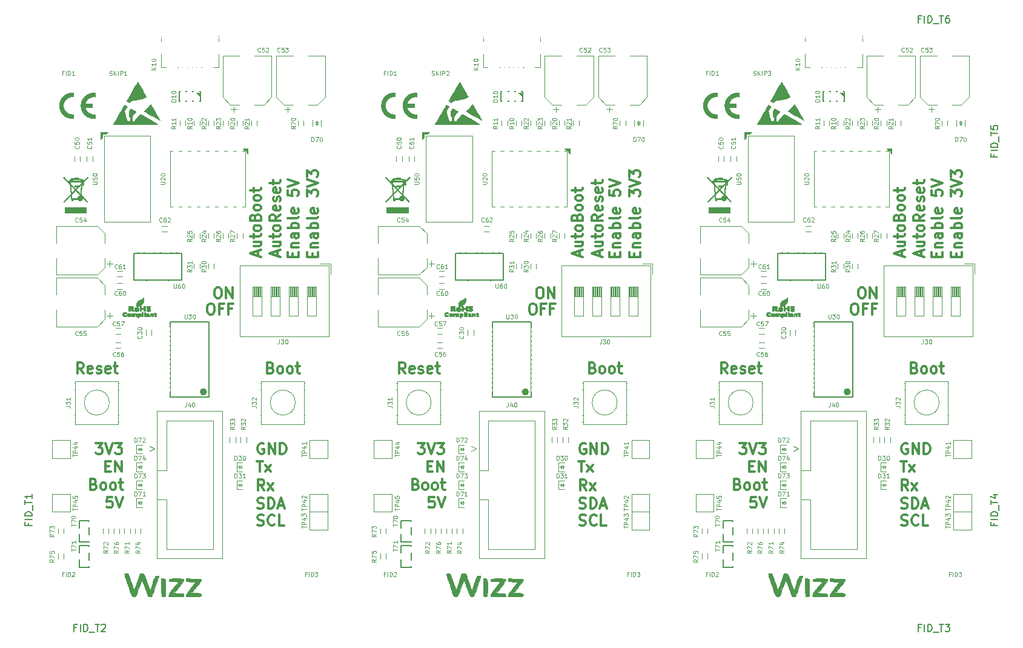
<source format=gto>
%TF.GenerationSoftware,KiCad,Pcbnew,(5.1.10)-1*%
%TF.CreationDate,2021-10-19T11:57:26+02:00*%
%TF.ProjectId,EspOptoProg Panel,4573704f-7074-46f5-9072-6f672050616e,rev?*%
%TF.SameCoordinates,PXffb3b4c0PY4c4b40*%
%TF.FileFunction,Legend,Top*%
%TF.FilePolarity,Positive*%
%FSLAX46Y46*%
G04 Gerber Fmt 4.6, Leading zero omitted, Abs format (unit mm)*
G04 Created by KiCad (PCBNEW (5.1.10)-1) date 2021-10-19 11:57:26*
%MOMM*%
%LPD*%
G01*
G04 APERTURE LIST*
%ADD10C,0.300000*%
%ADD11C,0.010000*%
%ADD12C,0.100000*%
%ADD13C,0.120000*%
%ADD14C,0.149860*%
%ADD15C,0.500000*%
%ADD16C,0.127000*%
%ADD17C,0.002540*%
%ADD18C,0.150000*%
%ADD19C,0.200000*%
%ADD20C,2.500000*%
%ADD21C,2.000000*%
%ADD22O,2.100000X1.300000*%
%ADD23O,1.700000X1.700000*%
%ADD24C,1.800000*%
%ADD25O,2.300000X1.800000*%
%ADD26O,9.100000X2.100000*%
%ADD27O,1.000000X1.650000*%
%ADD28O,1.400000X1.100000*%
G04 APERTURE END LIST*
D10*
X27805000Y47821428D02*
X28090714Y47821428D01*
X28233571Y47750000D01*
X28376428Y47607142D01*
X28447857Y47321428D01*
X28447857Y46821428D01*
X28376428Y46535714D01*
X28233571Y46392857D01*
X28090714Y46321428D01*
X27805000Y46321428D01*
X27662142Y46392857D01*
X27519285Y46535714D01*
X27447857Y46821428D01*
X27447857Y47321428D01*
X27519285Y47607142D01*
X27662142Y47750000D01*
X27805000Y47821428D01*
X29590714Y47107142D02*
X29090714Y47107142D01*
X29090714Y46321428D02*
X29090714Y47821428D01*
X29805000Y47821428D01*
X30876428Y47107142D02*
X30376428Y47107142D01*
X30376428Y46321428D02*
X30376428Y47821428D01*
X31090714Y47821428D01*
X42142857Y54302142D02*
X42142857Y54802142D01*
X42928571Y55016428D02*
X42928571Y54302142D01*
X41428571Y54302142D01*
X41428571Y55016428D01*
X41928571Y55659285D02*
X42928571Y55659285D01*
X42071428Y55659285D02*
X42000000Y55730714D01*
X41928571Y55873571D01*
X41928571Y56087857D01*
X42000000Y56230714D01*
X42142857Y56302142D01*
X42928571Y56302142D01*
X42928571Y57659285D02*
X42142857Y57659285D01*
X42000000Y57587857D01*
X41928571Y57445000D01*
X41928571Y57159285D01*
X42000000Y57016428D01*
X42857142Y57659285D02*
X42928571Y57516428D01*
X42928571Y57159285D01*
X42857142Y57016428D01*
X42714285Y56945000D01*
X42571428Y56945000D01*
X42428571Y57016428D01*
X42357142Y57159285D01*
X42357142Y57516428D01*
X42285714Y57659285D01*
X42928571Y58373571D02*
X41428571Y58373571D01*
X42000000Y58373571D02*
X41928571Y58516428D01*
X41928571Y58802142D01*
X42000000Y58945000D01*
X42071428Y59016428D01*
X42214285Y59087857D01*
X42642857Y59087857D01*
X42785714Y59016428D01*
X42857142Y58945000D01*
X42928571Y58802142D01*
X42928571Y58516428D01*
X42857142Y58373571D01*
X42928571Y59945000D02*
X42857142Y59802142D01*
X42714285Y59730714D01*
X41428571Y59730714D01*
X42857142Y61087857D02*
X42928571Y60945000D01*
X42928571Y60659285D01*
X42857142Y60516428D01*
X42714285Y60445000D01*
X42142857Y60445000D01*
X42000000Y60516428D01*
X41928571Y60659285D01*
X41928571Y60945000D01*
X42000000Y61087857D01*
X42142857Y61159285D01*
X42285714Y61159285D01*
X42428571Y60445000D01*
X41428571Y62802142D02*
X41428571Y63730714D01*
X42000000Y63230714D01*
X42000000Y63445000D01*
X42071428Y63587857D01*
X42142857Y63659285D01*
X42285714Y63730714D01*
X42642857Y63730714D01*
X42785714Y63659285D01*
X42857142Y63587857D01*
X42928571Y63445000D01*
X42928571Y63016428D01*
X42857142Y62873571D01*
X42785714Y62802142D01*
X41428571Y64159285D02*
X42928571Y64659285D01*
X41428571Y65159285D01*
X41428571Y65516428D02*
X41428571Y66445000D01*
X42000000Y65945000D01*
X42000000Y66159285D01*
X42071428Y66302142D01*
X42142857Y66373571D01*
X42285714Y66445000D01*
X42642857Y66445000D01*
X42785714Y66373571D01*
X42857142Y66302142D01*
X42928571Y66159285D01*
X42928571Y65730714D01*
X42857142Y65587857D01*
X42785714Y65516428D01*
X39392857Y54302142D02*
X39392857Y54802142D01*
X40178571Y55016428D02*
X40178571Y54302142D01*
X38678571Y54302142D01*
X38678571Y55016428D01*
X39178571Y55659285D02*
X40178571Y55659285D01*
X39321428Y55659285D02*
X39250000Y55730714D01*
X39178571Y55873571D01*
X39178571Y56087857D01*
X39250000Y56230714D01*
X39392857Y56302142D01*
X40178571Y56302142D01*
X40178571Y57659285D02*
X39392857Y57659285D01*
X39250000Y57587857D01*
X39178571Y57445000D01*
X39178571Y57159285D01*
X39250000Y57016428D01*
X40107142Y57659285D02*
X40178571Y57516428D01*
X40178571Y57159285D01*
X40107142Y57016428D01*
X39964285Y56945000D01*
X39821428Y56945000D01*
X39678571Y57016428D01*
X39607142Y57159285D01*
X39607142Y57516428D01*
X39535714Y57659285D01*
X40178571Y58373571D02*
X38678571Y58373571D01*
X39250000Y58373571D02*
X39178571Y58516428D01*
X39178571Y58802142D01*
X39250000Y58945000D01*
X39321428Y59016428D01*
X39464285Y59087857D01*
X39892857Y59087857D01*
X40035714Y59016428D01*
X40107142Y58945000D01*
X40178571Y58802142D01*
X40178571Y58516428D01*
X40107142Y58373571D01*
X40178571Y59945000D02*
X40107142Y59802142D01*
X39964285Y59730714D01*
X38678571Y59730714D01*
X40107142Y61087857D02*
X40178571Y60945000D01*
X40178571Y60659285D01*
X40107142Y60516428D01*
X39964285Y60445000D01*
X39392857Y60445000D01*
X39250000Y60516428D01*
X39178571Y60659285D01*
X39178571Y60945000D01*
X39250000Y61087857D01*
X39392857Y61159285D01*
X39535714Y61159285D01*
X39678571Y60445000D01*
X38678571Y63659285D02*
X38678571Y62945000D01*
X39392857Y62873571D01*
X39321428Y62945000D01*
X39250000Y63087857D01*
X39250000Y63445000D01*
X39321428Y63587857D01*
X39392857Y63659285D01*
X39535714Y63730714D01*
X39892857Y63730714D01*
X40035714Y63659285D01*
X40107142Y63587857D01*
X40178571Y63445000D01*
X40178571Y63087857D01*
X40107142Y62945000D01*
X40035714Y62873571D01*
X38678571Y64159285D02*
X40178571Y64659285D01*
X38678571Y65159285D01*
X37250000Y54480714D02*
X37250000Y55195000D01*
X37678571Y54337857D02*
X36178571Y54837857D01*
X37678571Y55337857D01*
X36678571Y56480714D02*
X37678571Y56480714D01*
X36678571Y55837857D02*
X37464285Y55837857D01*
X37607142Y55909285D01*
X37678571Y56052142D01*
X37678571Y56266428D01*
X37607142Y56409285D01*
X37535714Y56480714D01*
X36678571Y56980714D02*
X36678571Y57552142D01*
X36178571Y57195000D02*
X37464285Y57195000D01*
X37607142Y57266428D01*
X37678571Y57409285D01*
X37678571Y57552142D01*
X37678571Y58266428D02*
X37607142Y58123571D01*
X37535714Y58052142D01*
X37392857Y57980714D01*
X36964285Y57980714D01*
X36821428Y58052142D01*
X36750000Y58123571D01*
X36678571Y58266428D01*
X36678571Y58480714D01*
X36750000Y58623571D01*
X36821428Y58695000D01*
X36964285Y58766428D01*
X37392857Y58766428D01*
X37535714Y58695000D01*
X37607142Y58623571D01*
X37678571Y58480714D01*
X37678571Y58266428D01*
X37678571Y60266428D02*
X36964285Y59766428D01*
X37678571Y59409285D02*
X36178571Y59409285D01*
X36178571Y59980714D01*
X36250000Y60123571D01*
X36321428Y60195000D01*
X36464285Y60266428D01*
X36678571Y60266428D01*
X36821428Y60195000D01*
X36892857Y60123571D01*
X36964285Y59980714D01*
X36964285Y59409285D01*
X37607142Y61480714D02*
X37678571Y61337857D01*
X37678571Y61052142D01*
X37607142Y60909285D01*
X37464285Y60837857D01*
X36892857Y60837857D01*
X36750000Y60909285D01*
X36678571Y61052142D01*
X36678571Y61337857D01*
X36750000Y61480714D01*
X36892857Y61552142D01*
X37035714Y61552142D01*
X37178571Y60837857D01*
X37607142Y62123571D02*
X37678571Y62266428D01*
X37678571Y62552142D01*
X37607142Y62695000D01*
X37464285Y62766428D01*
X37392857Y62766428D01*
X37250000Y62695000D01*
X37178571Y62552142D01*
X37178571Y62337857D01*
X37107142Y62195000D01*
X36964285Y62123571D01*
X36892857Y62123571D01*
X36750000Y62195000D01*
X36678571Y62337857D01*
X36678571Y62552142D01*
X36750000Y62695000D01*
X37607142Y63980714D02*
X37678571Y63837857D01*
X37678571Y63552142D01*
X37607142Y63409285D01*
X37464285Y63337857D01*
X36892857Y63337857D01*
X36750000Y63409285D01*
X36678571Y63552142D01*
X36678571Y63837857D01*
X36750000Y63980714D01*
X36892857Y64052142D01*
X37035714Y64052142D01*
X37178571Y63337857D01*
X36678571Y64480714D02*
X36678571Y65052142D01*
X36178571Y64695000D02*
X37464285Y64695000D01*
X37607142Y64766428D01*
X37678571Y64909285D01*
X37678571Y65052142D01*
X34500000Y54480714D02*
X34500000Y55195000D01*
X34928571Y54337857D02*
X33428571Y54837857D01*
X34928571Y55337857D01*
X33928571Y56480714D02*
X34928571Y56480714D01*
X33928571Y55837857D02*
X34714285Y55837857D01*
X34857142Y55909285D01*
X34928571Y56052142D01*
X34928571Y56266428D01*
X34857142Y56409285D01*
X34785714Y56480714D01*
X33928571Y56980714D02*
X33928571Y57552142D01*
X33428571Y57195000D02*
X34714285Y57195000D01*
X34857142Y57266428D01*
X34928571Y57409285D01*
X34928571Y57552142D01*
X34928571Y58266428D02*
X34857142Y58123571D01*
X34785714Y58052142D01*
X34642857Y57980714D01*
X34214285Y57980714D01*
X34071428Y58052142D01*
X34000000Y58123571D01*
X33928571Y58266428D01*
X33928571Y58480714D01*
X34000000Y58623571D01*
X34071428Y58695000D01*
X34214285Y58766428D01*
X34642857Y58766428D01*
X34785714Y58695000D01*
X34857142Y58623571D01*
X34928571Y58480714D01*
X34928571Y58266428D01*
X34142857Y59909285D02*
X34214285Y60123571D01*
X34285714Y60195000D01*
X34428571Y60266428D01*
X34642857Y60266428D01*
X34785714Y60195000D01*
X34857142Y60123571D01*
X34928571Y59980714D01*
X34928571Y59409285D01*
X33428571Y59409285D01*
X33428571Y59909285D01*
X33500000Y60052142D01*
X33571428Y60123571D01*
X33714285Y60195000D01*
X33857142Y60195000D01*
X34000000Y60123571D01*
X34071428Y60052142D01*
X34142857Y59909285D01*
X34142857Y59409285D01*
X34928571Y61123571D02*
X34857142Y60980714D01*
X34785714Y60909285D01*
X34642857Y60837857D01*
X34214285Y60837857D01*
X34071428Y60909285D01*
X34000000Y60980714D01*
X33928571Y61123571D01*
X33928571Y61337857D01*
X34000000Y61480714D01*
X34071428Y61552142D01*
X34214285Y61623571D01*
X34642857Y61623571D01*
X34785714Y61552142D01*
X34857142Y61480714D01*
X34928571Y61337857D01*
X34928571Y61123571D01*
X34928571Y62480714D02*
X34857142Y62337857D01*
X34785714Y62266428D01*
X34642857Y62195000D01*
X34214285Y62195000D01*
X34071428Y62266428D01*
X34000000Y62337857D01*
X33928571Y62480714D01*
X33928571Y62695000D01*
X34000000Y62837857D01*
X34071428Y62909285D01*
X34214285Y62980714D01*
X34642857Y62980714D01*
X34785714Y62909285D01*
X34857142Y62837857D01*
X34928571Y62695000D01*
X34928571Y62480714D01*
X33928571Y63409285D02*
X33928571Y63980714D01*
X33428571Y63623571D02*
X34714285Y63623571D01*
X34857142Y63695000D01*
X34928571Y63837857D01*
X34928571Y63980714D01*
X28805000Y50071428D02*
X29090714Y50071428D01*
X29233571Y50000000D01*
X29376428Y49857142D01*
X29447857Y49571428D01*
X29447857Y49071428D01*
X29376428Y48785714D01*
X29233571Y48642857D01*
X29090714Y48571428D01*
X28805000Y48571428D01*
X28662142Y48642857D01*
X28519285Y48785714D01*
X28447857Y49071428D01*
X28447857Y49571428D01*
X28519285Y49857142D01*
X28662142Y50000000D01*
X28805000Y50071428D01*
X30090714Y48571428D02*
X30090714Y50071428D01*
X30947857Y48571428D01*
X30947857Y50071428D01*
X13233571Y25107142D02*
X13733571Y25107142D01*
X13947857Y24321428D02*
X13233571Y24321428D01*
X13233571Y25821428D01*
X13947857Y25821428D01*
X14590714Y24321428D02*
X14590714Y25821428D01*
X15447857Y24321428D01*
X15447857Y25821428D01*
X14162142Y20821428D02*
X13447857Y20821428D01*
X13376428Y20107142D01*
X13447857Y20178571D01*
X13590714Y20250000D01*
X13947857Y20250000D01*
X14090714Y20178571D01*
X14162142Y20107142D01*
X14233571Y19964285D01*
X14233571Y19607142D01*
X14162142Y19464285D01*
X14090714Y19392857D01*
X13947857Y19321428D01*
X13590714Y19321428D01*
X13447857Y19392857D01*
X13376428Y19464285D01*
X14662142Y20821428D02*
X15162142Y19321428D01*
X15662142Y20821428D01*
X11590714Y22607142D02*
X11805000Y22535714D01*
X11876428Y22464285D01*
X11947857Y22321428D01*
X11947857Y22107142D01*
X11876428Y21964285D01*
X11805000Y21892857D01*
X11662142Y21821428D01*
X11090714Y21821428D01*
X11090714Y23321428D01*
X11590714Y23321428D01*
X11733571Y23250000D01*
X11805000Y23178571D01*
X11876428Y23035714D01*
X11876428Y22892857D01*
X11805000Y22750000D01*
X11733571Y22678571D01*
X11590714Y22607142D01*
X11090714Y22607142D01*
X12805000Y21821428D02*
X12662142Y21892857D01*
X12590714Y21964285D01*
X12519285Y22107142D01*
X12519285Y22535714D01*
X12590714Y22678571D01*
X12662142Y22750000D01*
X12805000Y22821428D01*
X13019285Y22821428D01*
X13162142Y22750000D01*
X13233571Y22678571D01*
X13305000Y22535714D01*
X13305000Y22107142D01*
X13233571Y21964285D01*
X13162142Y21892857D01*
X13019285Y21821428D01*
X12805000Y21821428D01*
X14162142Y21821428D02*
X14019285Y21892857D01*
X13947857Y21964285D01*
X13876428Y22107142D01*
X13876428Y22535714D01*
X13947857Y22678571D01*
X14019285Y22750000D01*
X14162142Y22821428D01*
X14376428Y22821428D01*
X14519285Y22750000D01*
X14590714Y22678571D01*
X14662142Y22535714D01*
X14662142Y22107142D01*
X14590714Y21964285D01*
X14519285Y21892857D01*
X14376428Y21821428D01*
X14162142Y21821428D01*
X15090714Y22821428D02*
X15662142Y22821428D01*
X15305000Y23321428D02*
X15305000Y22035714D01*
X15376428Y21892857D01*
X15519285Y21821428D01*
X15662142Y21821428D01*
X11876428Y28321428D02*
X12805000Y28321428D01*
X12305000Y27750000D01*
X12519285Y27750000D01*
X12662142Y27678571D01*
X12733571Y27607142D01*
X12805000Y27464285D01*
X12805000Y27107142D01*
X12733571Y26964285D01*
X12662142Y26892857D01*
X12519285Y26821428D01*
X12090714Y26821428D01*
X11947857Y26892857D01*
X11876428Y26964285D01*
X13233571Y28321428D02*
X13733571Y26821428D01*
X14233571Y28321428D01*
X14590714Y28321428D02*
X15519285Y28321428D01*
X15019285Y27750000D01*
X15233571Y27750000D01*
X15376428Y27678571D01*
X15447857Y27607142D01*
X15519285Y27464285D01*
X15519285Y27107142D01*
X15447857Y26964285D01*
X15376428Y26892857D01*
X15233571Y26821428D01*
X14805000Y26821428D01*
X14662142Y26892857D01*
X14590714Y26964285D01*
X35409285Y21741428D02*
X34909285Y22455714D01*
X34552142Y21741428D02*
X34552142Y23241428D01*
X35123571Y23241428D01*
X35266428Y23170000D01*
X35337857Y23098571D01*
X35409285Y22955714D01*
X35409285Y22741428D01*
X35337857Y22598571D01*
X35266428Y22527142D01*
X35123571Y22455714D01*
X34552142Y22455714D01*
X35909285Y21741428D02*
X36695000Y22741428D01*
X35909285Y22741428D02*
X36695000Y21741428D01*
X34480714Y19272857D02*
X34695000Y19201428D01*
X35052142Y19201428D01*
X35195000Y19272857D01*
X35266428Y19344285D01*
X35337857Y19487142D01*
X35337857Y19630000D01*
X35266428Y19772857D01*
X35195000Y19844285D01*
X35052142Y19915714D01*
X34766428Y19987142D01*
X34623571Y20058571D01*
X34552142Y20130000D01*
X34480714Y20272857D01*
X34480714Y20415714D01*
X34552142Y20558571D01*
X34623571Y20630000D01*
X34766428Y20701428D01*
X35123571Y20701428D01*
X35337857Y20630000D01*
X35980714Y19201428D02*
X35980714Y20701428D01*
X36337857Y20701428D01*
X36552142Y20630000D01*
X36695000Y20487142D01*
X36766428Y20344285D01*
X36837857Y20058571D01*
X36837857Y19844285D01*
X36766428Y19558571D01*
X36695000Y19415714D01*
X36552142Y19272857D01*
X36337857Y19201428D01*
X35980714Y19201428D01*
X37409285Y19630000D02*
X38123571Y19630000D01*
X37266428Y19201428D02*
X37766428Y20701428D01*
X38266428Y19201428D01*
X35337857Y28250000D02*
X35195000Y28321428D01*
X34980714Y28321428D01*
X34766428Y28250000D01*
X34623571Y28107142D01*
X34552142Y27964285D01*
X34480714Y27678571D01*
X34480714Y27464285D01*
X34552142Y27178571D01*
X34623571Y27035714D01*
X34766428Y26892857D01*
X34980714Y26821428D01*
X35123571Y26821428D01*
X35337857Y26892857D01*
X35409285Y26964285D01*
X35409285Y27464285D01*
X35123571Y27464285D01*
X36052142Y26821428D02*
X36052142Y28321428D01*
X36909285Y26821428D01*
X36909285Y28321428D01*
X37623571Y26821428D02*
X37623571Y28321428D01*
X37980714Y28321428D01*
X38195000Y28250000D01*
X38337857Y28107142D01*
X38409285Y27964285D01*
X38480714Y27678571D01*
X38480714Y27464285D01*
X38409285Y27178571D01*
X38337857Y27035714D01*
X38195000Y26892857D01*
X37980714Y26821428D01*
X37623571Y26821428D01*
X34337857Y25821428D02*
X35195000Y25821428D01*
X34766428Y24321428D02*
X34766428Y25821428D01*
X35552142Y24321428D02*
X36337857Y25321428D01*
X35552142Y25321428D02*
X36337857Y24321428D01*
X34480714Y16892857D02*
X34695000Y16821428D01*
X35052142Y16821428D01*
X35195000Y16892857D01*
X35266428Y16964285D01*
X35337857Y17107142D01*
X35337857Y17250000D01*
X35266428Y17392857D01*
X35195000Y17464285D01*
X35052142Y17535714D01*
X34766428Y17607142D01*
X34623571Y17678571D01*
X34552142Y17750000D01*
X34480714Y17892857D01*
X34480714Y18035714D01*
X34552142Y18178571D01*
X34623571Y18250000D01*
X34766428Y18321428D01*
X35123571Y18321428D01*
X35337857Y18250000D01*
X36837857Y16964285D02*
X36766428Y16892857D01*
X36552142Y16821428D01*
X36409285Y16821428D01*
X36195000Y16892857D01*
X36052142Y17035714D01*
X35980714Y17178571D01*
X35909285Y17464285D01*
X35909285Y17678571D01*
X35980714Y17964285D01*
X36052142Y18107142D01*
X36195000Y18250000D01*
X36409285Y18321428D01*
X36552142Y18321428D01*
X36766428Y18250000D01*
X36837857Y18178571D01*
X38195000Y16821428D02*
X37480714Y16821428D01*
X37480714Y18321428D01*
X72805000Y47821428D02*
X73090714Y47821428D01*
X73233571Y47750000D01*
X73376428Y47607142D01*
X73447857Y47321428D01*
X73447857Y46821428D01*
X73376428Y46535714D01*
X73233571Y46392857D01*
X73090714Y46321428D01*
X72805000Y46321428D01*
X72662142Y46392857D01*
X72519285Y46535714D01*
X72447857Y46821428D01*
X72447857Y47321428D01*
X72519285Y47607142D01*
X72662142Y47750000D01*
X72805000Y47821428D01*
X74590714Y47107142D02*
X74090714Y47107142D01*
X74090714Y46321428D02*
X74090714Y47821428D01*
X74805000Y47821428D01*
X75876428Y47107142D02*
X75376428Y47107142D01*
X75376428Y46321428D02*
X75376428Y47821428D01*
X76090714Y47821428D01*
X87142857Y54302142D02*
X87142857Y54802142D01*
X87928571Y55016428D02*
X87928571Y54302142D01*
X86428571Y54302142D01*
X86428571Y55016428D01*
X86928571Y55659285D02*
X87928571Y55659285D01*
X87071428Y55659285D02*
X87000000Y55730714D01*
X86928571Y55873571D01*
X86928571Y56087857D01*
X87000000Y56230714D01*
X87142857Y56302142D01*
X87928571Y56302142D01*
X87928571Y57659285D02*
X87142857Y57659285D01*
X87000000Y57587857D01*
X86928571Y57445000D01*
X86928571Y57159285D01*
X87000000Y57016428D01*
X87857142Y57659285D02*
X87928571Y57516428D01*
X87928571Y57159285D01*
X87857142Y57016428D01*
X87714285Y56945000D01*
X87571428Y56945000D01*
X87428571Y57016428D01*
X87357142Y57159285D01*
X87357142Y57516428D01*
X87285714Y57659285D01*
X87928571Y58373571D02*
X86428571Y58373571D01*
X87000000Y58373571D02*
X86928571Y58516428D01*
X86928571Y58802142D01*
X87000000Y58945000D01*
X87071428Y59016428D01*
X87214285Y59087857D01*
X87642857Y59087857D01*
X87785714Y59016428D01*
X87857142Y58945000D01*
X87928571Y58802142D01*
X87928571Y58516428D01*
X87857142Y58373571D01*
X87928571Y59945000D02*
X87857142Y59802142D01*
X87714285Y59730714D01*
X86428571Y59730714D01*
X87857142Y61087857D02*
X87928571Y60945000D01*
X87928571Y60659285D01*
X87857142Y60516428D01*
X87714285Y60445000D01*
X87142857Y60445000D01*
X87000000Y60516428D01*
X86928571Y60659285D01*
X86928571Y60945000D01*
X87000000Y61087857D01*
X87142857Y61159285D01*
X87285714Y61159285D01*
X87428571Y60445000D01*
X86428571Y62802142D02*
X86428571Y63730714D01*
X87000000Y63230714D01*
X87000000Y63445000D01*
X87071428Y63587857D01*
X87142857Y63659285D01*
X87285714Y63730714D01*
X87642857Y63730714D01*
X87785714Y63659285D01*
X87857142Y63587857D01*
X87928571Y63445000D01*
X87928571Y63016428D01*
X87857142Y62873571D01*
X87785714Y62802142D01*
X86428571Y64159285D02*
X87928571Y64659285D01*
X86428571Y65159285D01*
X86428571Y65516428D02*
X86428571Y66445000D01*
X87000000Y65945000D01*
X87000000Y66159285D01*
X87071428Y66302142D01*
X87142857Y66373571D01*
X87285714Y66445000D01*
X87642857Y66445000D01*
X87785714Y66373571D01*
X87857142Y66302142D01*
X87928571Y66159285D01*
X87928571Y65730714D01*
X87857142Y65587857D01*
X87785714Y65516428D01*
X84392857Y54302142D02*
X84392857Y54802142D01*
X85178571Y55016428D02*
X85178571Y54302142D01*
X83678571Y54302142D01*
X83678571Y55016428D01*
X84178571Y55659285D02*
X85178571Y55659285D01*
X84321428Y55659285D02*
X84250000Y55730714D01*
X84178571Y55873571D01*
X84178571Y56087857D01*
X84250000Y56230714D01*
X84392857Y56302142D01*
X85178571Y56302142D01*
X85178571Y57659285D02*
X84392857Y57659285D01*
X84250000Y57587857D01*
X84178571Y57445000D01*
X84178571Y57159285D01*
X84250000Y57016428D01*
X85107142Y57659285D02*
X85178571Y57516428D01*
X85178571Y57159285D01*
X85107142Y57016428D01*
X84964285Y56945000D01*
X84821428Y56945000D01*
X84678571Y57016428D01*
X84607142Y57159285D01*
X84607142Y57516428D01*
X84535714Y57659285D01*
X85178571Y58373571D02*
X83678571Y58373571D01*
X84250000Y58373571D02*
X84178571Y58516428D01*
X84178571Y58802142D01*
X84250000Y58945000D01*
X84321428Y59016428D01*
X84464285Y59087857D01*
X84892857Y59087857D01*
X85035714Y59016428D01*
X85107142Y58945000D01*
X85178571Y58802142D01*
X85178571Y58516428D01*
X85107142Y58373571D01*
X85178571Y59945000D02*
X85107142Y59802142D01*
X84964285Y59730714D01*
X83678571Y59730714D01*
X85107142Y61087857D02*
X85178571Y60945000D01*
X85178571Y60659285D01*
X85107142Y60516428D01*
X84964285Y60445000D01*
X84392857Y60445000D01*
X84250000Y60516428D01*
X84178571Y60659285D01*
X84178571Y60945000D01*
X84250000Y61087857D01*
X84392857Y61159285D01*
X84535714Y61159285D01*
X84678571Y60445000D01*
X83678571Y63659285D02*
X83678571Y62945000D01*
X84392857Y62873571D01*
X84321428Y62945000D01*
X84250000Y63087857D01*
X84250000Y63445000D01*
X84321428Y63587857D01*
X84392857Y63659285D01*
X84535714Y63730714D01*
X84892857Y63730714D01*
X85035714Y63659285D01*
X85107142Y63587857D01*
X85178571Y63445000D01*
X85178571Y63087857D01*
X85107142Y62945000D01*
X85035714Y62873571D01*
X83678571Y64159285D02*
X85178571Y64659285D01*
X83678571Y65159285D01*
X82250000Y54480714D02*
X82250000Y55195000D01*
X82678571Y54337857D02*
X81178571Y54837857D01*
X82678571Y55337857D01*
X81678571Y56480714D02*
X82678571Y56480714D01*
X81678571Y55837857D02*
X82464285Y55837857D01*
X82607142Y55909285D01*
X82678571Y56052142D01*
X82678571Y56266428D01*
X82607142Y56409285D01*
X82535714Y56480714D01*
X81678571Y56980714D02*
X81678571Y57552142D01*
X81178571Y57195000D02*
X82464285Y57195000D01*
X82607142Y57266428D01*
X82678571Y57409285D01*
X82678571Y57552142D01*
X82678571Y58266428D02*
X82607142Y58123571D01*
X82535714Y58052142D01*
X82392857Y57980714D01*
X81964285Y57980714D01*
X81821428Y58052142D01*
X81750000Y58123571D01*
X81678571Y58266428D01*
X81678571Y58480714D01*
X81750000Y58623571D01*
X81821428Y58695000D01*
X81964285Y58766428D01*
X82392857Y58766428D01*
X82535714Y58695000D01*
X82607142Y58623571D01*
X82678571Y58480714D01*
X82678571Y58266428D01*
X82678571Y60266428D02*
X81964285Y59766428D01*
X82678571Y59409285D02*
X81178571Y59409285D01*
X81178571Y59980714D01*
X81250000Y60123571D01*
X81321428Y60195000D01*
X81464285Y60266428D01*
X81678571Y60266428D01*
X81821428Y60195000D01*
X81892857Y60123571D01*
X81964285Y59980714D01*
X81964285Y59409285D01*
X82607142Y61480714D02*
X82678571Y61337857D01*
X82678571Y61052142D01*
X82607142Y60909285D01*
X82464285Y60837857D01*
X81892857Y60837857D01*
X81750000Y60909285D01*
X81678571Y61052142D01*
X81678571Y61337857D01*
X81750000Y61480714D01*
X81892857Y61552142D01*
X82035714Y61552142D01*
X82178571Y60837857D01*
X82607142Y62123571D02*
X82678571Y62266428D01*
X82678571Y62552142D01*
X82607142Y62695000D01*
X82464285Y62766428D01*
X82392857Y62766428D01*
X82250000Y62695000D01*
X82178571Y62552142D01*
X82178571Y62337857D01*
X82107142Y62195000D01*
X81964285Y62123571D01*
X81892857Y62123571D01*
X81750000Y62195000D01*
X81678571Y62337857D01*
X81678571Y62552142D01*
X81750000Y62695000D01*
X82607142Y63980714D02*
X82678571Y63837857D01*
X82678571Y63552142D01*
X82607142Y63409285D01*
X82464285Y63337857D01*
X81892857Y63337857D01*
X81750000Y63409285D01*
X81678571Y63552142D01*
X81678571Y63837857D01*
X81750000Y63980714D01*
X81892857Y64052142D01*
X82035714Y64052142D01*
X82178571Y63337857D01*
X81678571Y64480714D02*
X81678571Y65052142D01*
X81178571Y64695000D02*
X82464285Y64695000D01*
X82607142Y64766428D01*
X82678571Y64909285D01*
X82678571Y65052142D01*
X79500000Y54480714D02*
X79500000Y55195000D01*
X79928571Y54337857D02*
X78428571Y54837857D01*
X79928571Y55337857D01*
X78928571Y56480714D02*
X79928571Y56480714D01*
X78928571Y55837857D02*
X79714285Y55837857D01*
X79857142Y55909285D01*
X79928571Y56052142D01*
X79928571Y56266428D01*
X79857142Y56409285D01*
X79785714Y56480714D01*
X78928571Y56980714D02*
X78928571Y57552142D01*
X78428571Y57195000D02*
X79714285Y57195000D01*
X79857142Y57266428D01*
X79928571Y57409285D01*
X79928571Y57552142D01*
X79928571Y58266428D02*
X79857142Y58123571D01*
X79785714Y58052142D01*
X79642857Y57980714D01*
X79214285Y57980714D01*
X79071428Y58052142D01*
X79000000Y58123571D01*
X78928571Y58266428D01*
X78928571Y58480714D01*
X79000000Y58623571D01*
X79071428Y58695000D01*
X79214285Y58766428D01*
X79642857Y58766428D01*
X79785714Y58695000D01*
X79857142Y58623571D01*
X79928571Y58480714D01*
X79928571Y58266428D01*
X79142857Y59909285D02*
X79214285Y60123571D01*
X79285714Y60195000D01*
X79428571Y60266428D01*
X79642857Y60266428D01*
X79785714Y60195000D01*
X79857142Y60123571D01*
X79928571Y59980714D01*
X79928571Y59409285D01*
X78428571Y59409285D01*
X78428571Y59909285D01*
X78500000Y60052142D01*
X78571428Y60123571D01*
X78714285Y60195000D01*
X78857142Y60195000D01*
X79000000Y60123571D01*
X79071428Y60052142D01*
X79142857Y59909285D01*
X79142857Y59409285D01*
X79928571Y61123571D02*
X79857142Y60980714D01*
X79785714Y60909285D01*
X79642857Y60837857D01*
X79214285Y60837857D01*
X79071428Y60909285D01*
X79000000Y60980714D01*
X78928571Y61123571D01*
X78928571Y61337857D01*
X79000000Y61480714D01*
X79071428Y61552142D01*
X79214285Y61623571D01*
X79642857Y61623571D01*
X79785714Y61552142D01*
X79857142Y61480714D01*
X79928571Y61337857D01*
X79928571Y61123571D01*
X79928571Y62480714D02*
X79857142Y62337857D01*
X79785714Y62266428D01*
X79642857Y62195000D01*
X79214285Y62195000D01*
X79071428Y62266428D01*
X79000000Y62337857D01*
X78928571Y62480714D01*
X78928571Y62695000D01*
X79000000Y62837857D01*
X79071428Y62909285D01*
X79214285Y62980714D01*
X79642857Y62980714D01*
X79785714Y62909285D01*
X79857142Y62837857D01*
X79928571Y62695000D01*
X79928571Y62480714D01*
X78928571Y63409285D02*
X78928571Y63980714D01*
X78428571Y63623571D02*
X79714285Y63623571D01*
X79857142Y63695000D01*
X79928571Y63837857D01*
X79928571Y63980714D01*
X73805000Y50071428D02*
X74090714Y50071428D01*
X74233571Y50000000D01*
X74376428Y49857142D01*
X74447857Y49571428D01*
X74447857Y49071428D01*
X74376428Y48785714D01*
X74233571Y48642857D01*
X74090714Y48571428D01*
X73805000Y48571428D01*
X73662142Y48642857D01*
X73519285Y48785714D01*
X73447857Y49071428D01*
X73447857Y49571428D01*
X73519285Y49857142D01*
X73662142Y50000000D01*
X73805000Y50071428D01*
X75090714Y48571428D02*
X75090714Y50071428D01*
X75947857Y48571428D01*
X75947857Y50071428D01*
X58233571Y25107142D02*
X58733571Y25107142D01*
X58947857Y24321428D02*
X58233571Y24321428D01*
X58233571Y25821428D01*
X58947857Y25821428D01*
X59590714Y24321428D02*
X59590714Y25821428D01*
X60447857Y24321428D01*
X60447857Y25821428D01*
X59162142Y20821428D02*
X58447857Y20821428D01*
X58376428Y20107142D01*
X58447857Y20178571D01*
X58590714Y20250000D01*
X58947857Y20250000D01*
X59090714Y20178571D01*
X59162142Y20107142D01*
X59233571Y19964285D01*
X59233571Y19607142D01*
X59162142Y19464285D01*
X59090714Y19392857D01*
X58947857Y19321428D01*
X58590714Y19321428D01*
X58447857Y19392857D01*
X58376428Y19464285D01*
X59662142Y20821428D02*
X60162142Y19321428D01*
X60662142Y20821428D01*
X56590714Y22607142D02*
X56805000Y22535714D01*
X56876428Y22464285D01*
X56947857Y22321428D01*
X56947857Y22107142D01*
X56876428Y21964285D01*
X56805000Y21892857D01*
X56662142Y21821428D01*
X56090714Y21821428D01*
X56090714Y23321428D01*
X56590714Y23321428D01*
X56733571Y23250000D01*
X56805000Y23178571D01*
X56876428Y23035714D01*
X56876428Y22892857D01*
X56805000Y22750000D01*
X56733571Y22678571D01*
X56590714Y22607142D01*
X56090714Y22607142D01*
X57805000Y21821428D02*
X57662142Y21892857D01*
X57590714Y21964285D01*
X57519285Y22107142D01*
X57519285Y22535714D01*
X57590714Y22678571D01*
X57662142Y22750000D01*
X57805000Y22821428D01*
X58019285Y22821428D01*
X58162142Y22750000D01*
X58233571Y22678571D01*
X58305000Y22535714D01*
X58305000Y22107142D01*
X58233571Y21964285D01*
X58162142Y21892857D01*
X58019285Y21821428D01*
X57805000Y21821428D01*
X59162142Y21821428D02*
X59019285Y21892857D01*
X58947857Y21964285D01*
X58876428Y22107142D01*
X58876428Y22535714D01*
X58947857Y22678571D01*
X59019285Y22750000D01*
X59162142Y22821428D01*
X59376428Y22821428D01*
X59519285Y22750000D01*
X59590714Y22678571D01*
X59662142Y22535714D01*
X59662142Y22107142D01*
X59590714Y21964285D01*
X59519285Y21892857D01*
X59376428Y21821428D01*
X59162142Y21821428D01*
X60090714Y22821428D02*
X60662142Y22821428D01*
X60305000Y23321428D02*
X60305000Y22035714D01*
X60376428Y21892857D01*
X60519285Y21821428D01*
X60662142Y21821428D01*
X56876428Y28321428D02*
X57805000Y28321428D01*
X57305000Y27750000D01*
X57519285Y27750000D01*
X57662142Y27678571D01*
X57733571Y27607142D01*
X57805000Y27464285D01*
X57805000Y27107142D01*
X57733571Y26964285D01*
X57662142Y26892857D01*
X57519285Y26821428D01*
X57090714Y26821428D01*
X56947857Y26892857D01*
X56876428Y26964285D01*
X58233571Y28321428D02*
X58733571Y26821428D01*
X59233571Y28321428D01*
X59590714Y28321428D02*
X60519285Y28321428D01*
X60019285Y27750000D01*
X60233571Y27750000D01*
X60376428Y27678571D01*
X60447857Y27607142D01*
X60519285Y27464285D01*
X60519285Y27107142D01*
X60447857Y26964285D01*
X60376428Y26892857D01*
X60233571Y26821428D01*
X59805000Y26821428D01*
X59662142Y26892857D01*
X59590714Y26964285D01*
X80409285Y21741428D02*
X79909285Y22455714D01*
X79552142Y21741428D02*
X79552142Y23241428D01*
X80123571Y23241428D01*
X80266428Y23170000D01*
X80337857Y23098571D01*
X80409285Y22955714D01*
X80409285Y22741428D01*
X80337857Y22598571D01*
X80266428Y22527142D01*
X80123571Y22455714D01*
X79552142Y22455714D01*
X80909285Y21741428D02*
X81695000Y22741428D01*
X80909285Y22741428D02*
X81695000Y21741428D01*
X79480714Y19272857D02*
X79695000Y19201428D01*
X80052142Y19201428D01*
X80195000Y19272857D01*
X80266428Y19344285D01*
X80337857Y19487142D01*
X80337857Y19630000D01*
X80266428Y19772857D01*
X80195000Y19844285D01*
X80052142Y19915714D01*
X79766428Y19987142D01*
X79623571Y20058571D01*
X79552142Y20130000D01*
X79480714Y20272857D01*
X79480714Y20415714D01*
X79552142Y20558571D01*
X79623571Y20630000D01*
X79766428Y20701428D01*
X80123571Y20701428D01*
X80337857Y20630000D01*
X80980714Y19201428D02*
X80980714Y20701428D01*
X81337857Y20701428D01*
X81552142Y20630000D01*
X81695000Y20487142D01*
X81766428Y20344285D01*
X81837857Y20058571D01*
X81837857Y19844285D01*
X81766428Y19558571D01*
X81695000Y19415714D01*
X81552142Y19272857D01*
X81337857Y19201428D01*
X80980714Y19201428D01*
X82409285Y19630000D02*
X83123571Y19630000D01*
X82266428Y19201428D02*
X82766428Y20701428D01*
X83266428Y19201428D01*
X80337857Y28250000D02*
X80195000Y28321428D01*
X79980714Y28321428D01*
X79766428Y28250000D01*
X79623571Y28107142D01*
X79552142Y27964285D01*
X79480714Y27678571D01*
X79480714Y27464285D01*
X79552142Y27178571D01*
X79623571Y27035714D01*
X79766428Y26892857D01*
X79980714Y26821428D01*
X80123571Y26821428D01*
X80337857Y26892857D01*
X80409285Y26964285D01*
X80409285Y27464285D01*
X80123571Y27464285D01*
X81052142Y26821428D02*
X81052142Y28321428D01*
X81909285Y26821428D01*
X81909285Y28321428D01*
X82623571Y26821428D02*
X82623571Y28321428D01*
X82980714Y28321428D01*
X83195000Y28250000D01*
X83337857Y28107142D01*
X83409285Y27964285D01*
X83480714Y27678571D01*
X83480714Y27464285D01*
X83409285Y27178571D01*
X83337857Y27035714D01*
X83195000Y26892857D01*
X82980714Y26821428D01*
X82623571Y26821428D01*
X79337857Y25821428D02*
X80195000Y25821428D01*
X79766428Y24321428D02*
X79766428Y25821428D01*
X80552142Y24321428D02*
X81337857Y25321428D01*
X80552142Y25321428D02*
X81337857Y24321428D01*
X79480714Y16892857D02*
X79695000Y16821428D01*
X80052142Y16821428D01*
X80195000Y16892857D01*
X80266428Y16964285D01*
X80337857Y17107142D01*
X80337857Y17250000D01*
X80266428Y17392857D01*
X80195000Y17464285D01*
X80052142Y17535714D01*
X79766428Y17607142D01*
X79623571Y17678571D01*
X79552142Y17750000D01*
X79480714Y17892857D01*
X79480714Y18035714D01*
X79552142Y18178571D01*
X79623571Y18250000D01*
X79766428Y18321428D01*
X80123571Y18321428D01*
X80337857Y18250000D01*
X81837857Y16964285D02*
X81766428Y16892857D01*
X81552142Y16821428D01*
X81409285Y16821428D01*
X81195000Y16892857D01*
X81052142Y17035714D01*
X80980714Y17178571D01*
X80909285Y17464285D01*
X80909285Y17678571D01*
X80980714Y17964285D01*
X81052142Y18107142D01*
X81195000Y18250000D01*
X81409285Y18321428D01*
X81552142Y18321428D01*
X81766428Y18250000D01*
X81837857Y18178571D01*
X83195000Y16821428D02*
X82480714Y16821428D01*
X82480714Y18321428D01*
X117805000Y47821428D02*
X118090714Y47821428D01*
X118233571Y47750000D01*
X118376428Y47607142D01*
X118447857Y47321428D01*
X118447857Y46821428D01*
X118376428Y46535714D01*
X118233571Y46392857D01*
X118090714Y46321428D01*
X117805000Y46321428D01*
X117662142Y46392857D01*
X117519285Y46535714D01*
X117447857Y46821428D01*
X117447857Y47321428D01*
X117519285Y47607142D01*
X117662142Y47750000D01*
X117805000Y47821428D01*
X119590714Y47107142D02*
X119090714Y47107142D01*
X119090714Y46321428D02*
X119090714Y47821428D01*
X119805000Y47821428D01*
X120876428Y47107142D02*
X120376428Y47107142D01*
X120376428Y46321428D02*
X120376428Y47821428D01*
X121090714Y47821428D01*
X132142857Y54302142D02*
X132142857Y54802142D01*
X132928571Y55016428D02*
X132928571Y54302142D01*
X131428571Y54302142D01*
X131428571Y55016428D01*
X131928571Y55659285D02*
X132928571Y55659285D01*
X132071428Y55659285D02*
X132000000Y55730714D01*
X131928571Y55873571D01*
X131928571Y56087857D01*
X132000000Y56230714D01*
X132142857Y56302142D01*
X132928571Y56302142D01*
X132928571Y57659285D02*
X132142857Y57659285D01*
X132000000Y57587857D01*
X131928571Y57445000D01*
X131928571Y57159285D01*
X132000000Y57016428D01*
X132857142Y57659285D02*
X132928571Y57516428D01*
X132928571Y57159285D01*
X132857142Y57016428D01*
X132714285Y56945000D01*
X132571428Y56945000D01*
X132428571Y57016428D01*
X132357142Y57159285D01*
X132357142Y57516428D01*
X132285714Y57659285D01*
X132928571Y58373571D02*
X131428571Y58373571D01*
X132000000Y58373571D02*
X131928571Y58516428D01*
X131928571Y58802142D01*
X132000000Y58945000D01*
X132071428Y59016428D01*
X132214285Y59087857D01*
X132642857Y59087857D01*
X132785714Y59016428D01*
X132857142Y58945000D01*
X132928571Y58802142D01*
X132928571Y58516428D01*
X132857142Y58373571D01*
X132928571Y59945000D02*
X132857142Y59802142D01*
X132714285Y59730714D01*
X131428571Y59730714D01*
X132857142Y61087857D02*
X132928571Y60945000D01*
X132928571Y60659285D01*
X132857142Y60516428D01*
X132714285Y60445000D01*
X132142857Y60445000D01*
X132000000Y60516428D01*
X131928571Y60659285D01*
X131928571Y60945000D01*
X132000000Y61087857D01*
X132142857Y61159285D01*
X132285714Y61159285D01*
X132428571Y60445000D01*
X131428571Y62802142D02*
X131428571Y63730714D01*
X132000000Y63230714D01*
X132000000Y63445000D01*
X132071428Y63587857D01*
X132142857Y63659285D01*
X132285714Y63730714D01*
X132642857Y63730714D01*
X132785714Y63659285D01*
X132857142Y63587857D01*
X132928571Y63445000D01*
X132928571Y63016428D01*
X132857142Y62873571D01*
X132785714Y62802142D01*
X131428571Y64159285D02*
X132928571Y64659285D01*
X131428571Y65159285D01*
X131428571Y65516428D02*
X131428571Y66445000D01*
X132000000Y65945000D01*
X132000000Y66159285D01*
X132071428Y66302142D01*
X132142857Y66373571D01*
X132285714Y66445000D01*
X132642857Y66445000D01*
X132785714Y66373571D01*
X132857142Y66302142D01*
X132928571Y66159285D01*
X132928571Y65730714D01*
X132857142Y65587857D01*
X132785714Y65516428D01*
X129392857Y54302142D02*
X129392857Y54802142D01*
X130178571Y55016428D02*
X130178571Y54302142D01*
X128678571Y54302142D01*
X128678571Y55016428D01*
X129178571Y55659285D02*
X130178571Y55659285D01*
X129321428Y55659285D02*
X129250000Y55730714D01*
X129178571Y55873571D01*
X129178571Y56087857D01*
X129250000Y56230714D01*
X129392857Y56302142D01*
X130178571Y56302142D01*
X130178571Y57659285D02*
X129392857Y57659285D01*
X129250000Y57587857D01*
X129178571Y57445000D01*
X129178571Y57159285D01*
X129250000Y57016428D01*
X130107142Y57659285D02*
X130178571Y57516428D01*
X130178571Y57159285D01*
X130107142Y57016428D01*
X129964285Y56945000D01*
X129821428Y56945000D01*
X129678571Y57016428D01*
X129607142Y57159285D01*
X129607142Y57516428D01*
X129535714Y57659285D01*
X130178571Y58373571D02*
X128678571Y58373571D01*
X129250000Y58373571D02*
X129178571Y58516428D01*
X129178571Y58802142D01*
X129250000Y58945000D01*
X129321428Y59016428D01*
X129464285Y59087857D01*
X129892857Y59087857D01*
X130035714Y59016428D01*
X130107142Y58945000D01*
X130178571Y58802142D01*
X130178571Y58516428D01*
X130107142Y58373571D01*
X130178571Y59945000D02*
X130107142Y59802142D01*
X129964285Y59730714D01*
X128678571Y59730714D01*
X130107142Y61087857D02*
X130178571Y60945000D01*
X130178571Y60659285D01*
X130107142Y60516428D01*
X129964285Y60445000D01*
X129392857Y60445000D01*
X129250000Y60516428D01*
X129178571Y60659285D01*
X129178571Y60945000D01*
X129250000Y61087857D01*
X129392857Y61159285D01*
X129535714Y61159285D01*
X129678571Y60445000D01*
X128678571Y63659285D02*
X128678571Y62945000D01*
X129392857Y62873571D01*
X129321428Y62945000D01*
X129250000Y63087857D01*
X129250000Y63445000D01*
X129321428Y63587857D01*
X129392857Y63659285D01*
X129535714Y63730714D01*
X129892857Y63730714D01*
X130035714Y63659285D01*
X130107142Y63587857D01*
X130178571Y63445000D01*
X130178571Y63087857D01*
X130107142Y62945000D01*
X130035714Y62873571D01*
X128678571Y64159285D02*
X130178571Y64659285D01*
X128678571Y65159285D01*
X127250000Y54480714D02*
X127250000Y55195000D01*
X127678571Y54337857D02*
X126178571Y54837857D01*
X127678571Y55337857D01*
X126678571Y56480714D02*
X127678571Y56480714D01*
X126678571Y55837857D02*
X127464285Y55837857D01*
X127607142Y55909285D01*
X127678571Y56052142D01*
X127678571Y56266428D01*
X127607142Y56409285D01*
X127535714Y56480714D01*
X126678571Y56980714D02*
X126678571Y57552142D01*
X126178571Y57195000D02*
X127464285Y57195000D01*
X127607142Y57266428D01*
X127678571Y57409285D01*
X127678571Y57552142D01*
X127678571Y58266428D02*
X127607142Y58123571D01*
X127535714Y58052142D01*
X127392857Y57980714D01*
X126964285Y57980714D01*
X126821428Y58052142D01*
X126750000Y58123571D01*
X126678571Y58266428D01*
X126678571Y58480714D01*
X126750000Y58623571D01*
X126821428Y58695000D01*
X126964285Y58766428D01*
X127392857Y58766428D01*
X127535714Y58695000D01*
X127607142Y58623571D01*
X127678571Y58480714D01*
X127678571Y58266428D01*
X127678571Y60266428D02*
X126964285Y59766428D01*
X127678571Y59409285D02*
X126178571Y59409285D01*
X126178571Y59980714D01*
X126250000Y60123571D01*
X126321428Y60195000D01*
X126464285Y60266428D01*
X126678571Y60266428D01*
X126821428Y60195000D01*
X126892857Y60123571D01*
X126964285Y59980714D01*
X126964285Y59409285D01*
X127607142Y61480714D02*
X127678571Y61337857D01*
X127678571Y61052142D01*
X127607142Y60909285D01*
X127464285Y60837857D01*
X126892857Y60837857D01*
X126750000Y60909285D01*
X126678571Y61052142D01*
X126678571Y61337857D01*
X126750000Y61480714D01*
X126892857Y61552142D01*
X127035714Y61552142D01*
X127178571Y60837857D01*
X127607142Y62123571D02*
X127678571Y62266428D01*
X127678571Y62552142D01*
X127607142Y62695000D01*
X127464285Y62766428D01*
X127392857Y62766428D01*
X127250000Y62695000D01*
X127178571Y62552142D01*
X127178571Y62337857D01*
X127107142Y62195000D01*
X126964285Y62123571D01*
X126892857Y62123571D01*
X126750000Y62195000D01*
X126678571Y62337857D01*
X126678571Y62552142D01*
X126750000Y62695000D01*
X127607142Y63980714D02*
X127678571Y63837857D01*
X127678571Y63552142D01*
X127607142Y63409285D01*
X127464285Y63337857D01*
X126892857Y63337857D01*
X126750000Y63409285D01*
X126678571Y63552142D01*
X126678571Y63837857D01*
X126750000Y63980714D01*
X126892857Y64052142D01*
X127035714Y64052142D01*
X127178571Y63337857D01*
X126678571Y64480714D02*
X126678571Y65052142D01*
X126178571Y64695000D02*
X127464285Y64695000D01*
X127607142Y64766428D01*
X127678571Y64909285D01*
X127678571Y65052142D01*
X124500000Y54480714D02*
X124500000Y55195000D01*
X124928571Y54337857D02*
X123428571Y54837857D01*
X124928571Y55337857D01*
X123928571Y56480714D02*
X124928571Y56480714D01*
X123928571Y55837857D02*
X124714285Y55837857D01*
X124857142Y55909285D01*
X124928571Y56052142D01*
X124928571Y56266428D01*
X124857142Y56409285D01*
X124785714Y56480714D01*
X123928571Y56980714D02*
X123928571Y57552142D01*
X123428571Y57195000D02*
X124714285Y57195000D01*
X124857142Y57266428D01*
X124928571Y57409285D01*
X124928571Y57552142D01*
X124928571Y58266428D02*
X124857142Y58123571D01*
X124785714Y58052142D01*
X124642857Y57980714D01*
X124214285Y57980714D01*
X124071428Y58052142D01*
X124000000Y58123571D01*
X123928571Y58266428D01*
X123928571Y58480714D01*
X124000000Y58623571D01*
X124071428Y58695000D01*
X124214285Y58766428D01*
X124642857Y58766428D01*
X124785714Y58695000D01*
X124857142Y58623571D01*
X124928571Y58480714D01*
X124928571Y58266428D01*
X124142857Y59909285D02*
X124214285Y60123571D01*
X124285714Y60195000D01*
X124428571Y60266428D01*
X124642857Y60266428D01*
X124785714Y60195000D01*
X124857142Y60123571D01*
X124928571Y59980714D01*
X124928571Y59409285D01*
X123428571Y59409285D01*
X123428571Y59909285D01*
X123500000Y60052142D01*
X123571428Y60123571D01*
X123714285Y60195000D01*
X123857142Y60195000D01*
X124000000Y60123571D01*
X124071428Y60052142D01*
X124142857Y59909285D01*
X124142857Y59409285D01*
X124928571Y61123571D02*
X124857142Y60980714D01*
X124785714Y60909285D01*
X124642857Y60837857D01*
X124214285Y60837857D01*
X124071428Y60909285D01*
X124000000Y60980714D01*
X123928571Y61123571D01*
X123928571Y61337857D01*
X124000000Y61480714D01*
X124071428Y61552142D01*
X124214285Y61623571D01*
X124642857Y61623571D01*
X124785714Y61552142D01*
X124857142Y61480714D01*
X124928571Y61337857D01*
X124928571Y61123571D01*
X124928571Y62480714D02*
X124857142Y62337857D01*
X124785714Y62266428D01*
X124642857Y62195000D01*
X124214285Y62195000D01*
X124071428Y62266428D01*
X124000000Y62337857D01*
X123928571Y62480714D01*
X123928571Y62695000D01*
X124000000Y62837857D01*
X124071428Y62909285D01*
X124214285Y62980714D01*
X124642857Y62980714D01*
X124785714Y62909285D01*
X124857142Y62837857D01*
X124928571Y62695000D01*
X124928571Y62480714D01*
X123928571Y63409285D02*
X123928571Y63980714D01*
X123428571Y63623571D02*
X124714285Y63623571D01*
X124857142Y63695000D01*
X124928571Y63837857D01*
X124928571Y63980714D01*
X118805000Y50071428D02*
X119090714Y50071428D01*
X119233571Y50000000D01*
X119376428Y49857142D01*
X119447857Y49571428D01*
X119447857Y49071428D01*
X119376428Y48785714D01*
X119233571Y48642857D01*
X119090714Y48571428D01*
X118805000Y48571428D01*
X118662142Y48642857D01*
X118519285Y48785714D01*
X118447857Y49071428D01*
X118447857Y49571428D01*
X118519285Y49857142D01*
X118662142Y50000000D01*
X118805000Y50071428D01*
X120090714Y48571428D02*
X120090714Y50071428D01*
X120947857Y48571428D01*
X120947857Y50071428D01*
X103233571Y25107142D02*
X103733571Y25107142D01*
X103947857Y24321428D02*
X103233571Y24321428D01*
X103233571Y25821428D01*
X103947857Y25821428D01*
X104590714Y24321428D02*
X104590714Y25821428D01*
X105447857Y24321428D01*
X105447857Y25821428D01*
X104162142Y20821428D02*
X103447857Y20821428D01*
X103376428Y20107142D01*
X103447857Y20178571D01*
X103590714Y20250000D01*
X103947857Y20250000D01*
X104090714Y20178571D01*
X104162142Y20107142D01*
X104233571Y19964285D01*
X104233571Y19607142D01*
X104162142Y19464285D01*
X104090714Y19392857D01*
X103947857Y19321428D01*
X103590714Y19321428D01*
X103447857Y19392857D01*
X103376428Y19464285D01*
X104662142Y20821428D02*
X105162142Y19321428D01*
X105662142Y20821428D01*
X101590714Y22607142D02*
X101805000Y22535714D01*
X101876428Y22464285D01*
X101947857Y22321428D01*
X101947857Y22107142D01*
X101876428Y21964285D01*
X101805000Y21892857D01*
X101662142Y21821428D01*
X101090714Y21821428D01*
X101090714Y23321428D01*
X101590714Y23321428D01*
X101733571Y23250000D01*
X101805000Y23178571D01*
X101876428Y23035714D01*
X101876428Y22892857D01*
X101805000Y22750000D01*
X101733571Y22678571D01*
X101590714Y22607142D01*
X101090714Y22607142D01*
X102805000Y21821428D02*
X102662142Y21892857D01*
X102590714Y21964285D01*
X102519285Y22107142D01*
X102519285Y22535714D01*
X102590714Y22678571D01*
X102662142Y22750000D01*
X102805000Y22821428D01*
X103019285Y22821428D01*
X103162142Y22750000D01*
X103233571Y22678571D01*
X103305000Y22535714D01*
X103305000Y22107142D01*
X103233571Y21964285D01*
X103162142Y21892857D01*
X103019285Y21821428D01*
X102805000Y21821428D01*
X104162142Y21821428D02*
X104019285Y21892857D01*
X103947857Y21964285D01*
X103876428Y22107142D01*
X103876428Y22535714D01*
X103947857Y22678571D01*
X104019285Y22750000D01*
X104162142Y22821428D01*
X104376428Y22821428D01*
X104519285Y22750000D01*
X104590714Y22678571D01*
X104662142Y22535714D01*
X104662142Y22107142D01*
X104590714Y21964285D01*
X104519285Y21892857D01*
X104376428Y21821428D01*
X104162142Y21821428D01*
X105090714Y22821428D02*
X105662142Y22821428D01*
X105305000Y23321428D02*
X105305000Y22035714D01*
X105376428Y21892857D01*
X105519285Y21821428D01*
X105662142Y21821428D01*
X101876428Y28321428D02*
X102805000Y28321428D01*
X102305000Y27750000D01*
X102519285Y27750000D01*
X102662142Y27678571D01*
X102733571Y27607142D01*
X102805000Y27464285D01*
X102805000Y27107142D01*
X102733571Y26964285D01*
X102662142Y26892857D01*
X102519285Y26821428D01*
X102090714Y26821428D01*
X101947857Y26892857D01*
X101876428Y26964285D01*
X103233571Y28321428D02*
X103733571Y26821428D01*
X104233571Y28321428D01*
X104590714Y28321428D02*
X105519285Y28321428D01*
X105019285Y27750000D01*
X105233571Y27750000D01*
X105376428Y27678571D01*
X105447857Y27607142D01*
X105519285Y27464285D01*
X105519285Y27107142D01*
X105447857Y26964285D01*
X105376428Y26892857D01*
X105233571Y26821428D01*
X104805000Y26821428D01*
X104662142Y26892857D01*
X104590714Y26964285D01*
X125409285Y21741428D02*
X124909285Y22455714D01*
X124552142Y21741428D02*
X124552142Y23241428D01*
X125123571Y23241428D01*
X125266428Y23170000D01*
X125337857Y23098571D01*
X125409285Y22955714D01*
X125409285Y22741428D01*
X125337857Y22598571D01*
X125266428Y22527142D01*
X125123571Y22455714D01*
X124552142Y22455714D01*
X125909285Y21741428D02*
X126695000Y22741428D01*
X125909285Y22741428D02*
X126695000Y21741428D01*
X124480714Y19272857D02*
X124695000Y19201428D01*
X125052142Y19201428D01*
X125195000Y19272857D01*
X125266428Y19344285D01*
X125337857Y19487142D01*
X125337857Y19630000D01*
X125266428Y19772857D01*
X125195000Y19844285D01*
X125052142Y19915714D01*
X124766428Y19987142D01*
X124623571Y20058571D01*
X124552142Y20130000D01*
X124480714Y20272857D01*
X124480714Y20415714D01*
X124552142Y20558571D01*
X124623571Y20630000D01*
X124766428Y20701428D01*
X125123571Y20701428D01*
X125337857Y20630000D01*
X125980714Y19201428D02*
X125980714Y20701428D01*
X126337857Y20701428D01*
X126552142Y20630000D01*
X126695000Y20487142D01*
X126766428Y20344285D01*
X126837857Y20058571D01*
X126837857Y19844285D01*
X126766428Y19558571D01*
X126695000Y19415714D01*
X126552142Y19272857D01*
X126337857Y19201428D01*
X125980714Y19201428D01*
X127409285Y19630000D02*
X128123571Y19630000D01*
X127266428Y19201428D02*
X127766428Y20701428D01*
X128266428Y19201428D01*
X125337857Y28250000D02*
X125195000Y28321428D01*
X124980714Y28321428D01*
X124766428Y28250000D01*
X124623571Y28107142D01*
X124552142Y27964285D01*
X124480714Y27678571D01*
X124480714Y27464285D01*
X124552142Y27178571D01*
X124623571Y27035714D01*
X124766428Y26892857D01*
X124980714Y26821428D01*
X125123571Y26821428D01*
X125337857Y26892857D01*
X125409285Y26964285D01*
X125409285Y27464285D01*
X125123571Y27464285D01*
X126052142Y26821428D02*
X126052142Y28321428D01*
X126909285Y26821428D01*
X126909285Y28321428D01*
X127623571Y26821428D02*
X127623571Y28321428D01*
X127980714Y28321428D01*
X128195000Y28250000D01*
X128337857Y28107142D01*
X128409285Y27964285D01*
X128480714Y27678571D01*
X128480714Y27464285D01*
X128409285Y27178571D01*
X128337857Y27035714D01*
X128195000Y26892857D01*
X127980714Y26821428D01*
X127623571Y26821428D01*
X124337857Y25821428D02*
X125195000Y25821428D01*
X124766428Y24321428D02*
X124766428Y25821428D01*
X125552142Y24321428D02*
X126337857Y25321428D01*
X125552142Y25321428D02*
X126337857Y24321428D01*
X124480714Y16892857D02*
X124695000Y16821428D01*
X125052142Y16821428D01*
X125195000Y16892857D01*
X125266428Y16964285D01*
X125337857Y17107142D01*
X125337857Y17250000D01*
X125266428Y17392857D01*
X125195000Y17464285D01*
X125052142Y17535714D01*
X124766428Y17607142D01*
X124623571Y17678571D01*
X124552142Y17750000D01*
X124480714Y17892857D01*
X124480714Y18035714D01*
X124552142Y18178571D01*
X124623571Y18250000D01*
X124766428Y18321428D01*
X125123571Y18321428D01*
X125337857Y18250000D01*
X126837857Y16964285D02*
X126766428Y16892857D01*
X126552142Y16821428D01*
X126409285Y16821428D01*
X126195000Y16892857D01*
X126052142Y17035714D01*
X125980714Y17178571D01*
X125909285Y17464285D01*
X125909285Y17678571D01*
X125980714Y17964285D01*
X126052142Y18107142D01*
X126195000Y18250000D01*
X126409285Y18321428D01*
X126552142Y18321428D01*
X126766428Y18250000D01*
X126837857Y18178571D01*
X128195000Y16821428D02*
X127480714Y16821428D01*
X127480714Y18321428D01*
D11*
%TO.C,LOGO1*%
G36*
X25528136Y9404773D02*
G01*
X25976997Y9390821D01*
X26282082Y9370829D01*
X26468929Y9341167D01*
X26563078Y9298203D01*
X26588429Y9254000D01*
X26546527Y9143651D01*
X26414712Y8933114D01*
X26212717Y8651242D01*
X25960275Y8326888D01*
X25922522Y8280333D01*
X25232457Y7433667D01*
X25730062Y7411874D01*
X26134113Y7387263D01*
X26395253Y7349767D01*
X26539862Y7290252D01*
X26594320Y7199588D01*
X26592996Y7113174D01*
X26573712Y7034560D01*
X26523202Y6980745D01*
X26412845Y6946043D01*
X26214022Y6924772D01*
X25898111Y6911248D01*
X25529167Y6901894D01*
X24492000Y6878122D01*
X24492000Y7082109D01*
X24548897Y7247773D01*
X24712590Y7519260D01*
X24972578Y7880264D01*
X25161471Y8121881D01*
X25830942Y8957667D01*
X25161471Y8982258D01*
X24827855Y8997139D01*
X24628809Y9019619D01*
X24529631Y9061901D01*
X24495619Y9136189D01*
X24492000Y9217697D01*
X24492000Y9428545D01*
X25528136Y9404773D01*
G37*
X25528136Y9404773D02*
X25976997Y9390821D01*
X26282082Y9370829D01*
X26468929Y9341167D01*
X26563078Y9298203D01*
X26588429Y9254000D01*
X26546527Y9143651D01*
X26414712Y8933114D01*
X26212717Y8651242D01*
X25960275Y8326888D01*
X25922522Y8280333D01*
X25232457Y7433667D01*
X25730062Y7411874D01*
X26134113Y7387263D01*
X26395253Y7349767D01*
X26539862Y7290252D01*
X26594320Y7199588D01*
X26592996Y7113174D01*
X26573712Y7034560D01*
X26523202Y6980745D01*
X26412845Y6946043D01*
X26214022Y6924772D01*
X25898111Y6911248D01*
X25529167Y6901894D01*
X24492000Y6878122D01*
X24492000Y7082109D01*
X24548897Y7247773D01*
X24712590Y7519260D01*
X24972578Y7880264D01*
X25161471Y8121881D01*
X25830942Y8957667D01*
X25161471Y8982258D01*
X24827855Y8997139D01*
X24628809Y9019619D01*
X24529631Y9061901D01*
X24495619Y9136189D01*
X24492000Y9217697D01*
X24492000Y9428545D01*
X25528136Y9404773D01*
G36*
X23570899Y9421991D02*
G01*
X23856358Y9414526D01*
X24029044Y9395784D01*
X24117238Y9360607D01*
X24149219Y9303841D01*
X24153333Y9239382D01*
X24100606Y9101470D01*
X23955291Y8865276D01*
X23736691Y8559621D01*
X23475283Y8226956D01*
X22797234Y7398482D01*
X23454117Y7373741D01*
X23784132Y7358768D01*
X23981424Y7335449D01*
X24082518Y7290025D01*
X24123939Y7208734D01*
X24137790Y7116167D01*
X24164581Y6883333D01*
X23157068Y6883333D01*
X22759857Y6887824D01*
X22426496Y6900044D01*
X22192340Y6918118D01*
X22093111Y6939778D01*
X22042914Y7039300D01*
X22067603Y7182486D01*
X22177641Y7388722D01*
X22383491Y7677395D01*
X22695616Y8067889D01*
X22714000Y8090192D01*
X22970793Y8404729D01*
X23182894Y8670884D01*
X23329734Y8862380D01*
X23390744Y8952937D01*
X23391333Y8955513D01*
X23313624Y8976916D01*
X23108284Y8992682D01*
X22816993Y8999849D01*
X22765392Y9000000D01*
X22399157Y9012577D01*
X22178866Y9057288D01*
X22082520Y9144608D01*
X22088122Y9285011D01*
X22098527Y9317500D01*
X22171520Y9366734D01*
X22361676Y9399605D01*
X22686462Y9417880D01*
X23144389Y9423333D01*
X23570899Y9421991D01*
G37*
X23570899Y9421991D02*
X23856358Y9414526D01*
X24029044Y9395784D01*
X24117238Y9360607D01*
X24149219Y9303841D01*
X24153333Y9239382D01*
X24100606Y9101470D01*
X23955291Y8865276D01*
X23736691Y8559621D01*
X23475283Y8226956D01*
X22797234Y7398482D01*
X23454117Y7373741D01*
X23784132Y7358768D01*
X23981424Y7335449D01*
X24082518Y7290025D01*
X24123939Y7208734D01*
X24137790Y7116167D01*
X24164581Y6883333D01*
X23157068Y6883333D01*
X22759857Y6887824D01*
X22426496Y6900044D01*
X22192340Y6918118D01*
X22093111Y6939778D01*
X22042914Y7039300D01*
X22067603Y7182486D01*
X22177641Y7388722D01*
X22383491Y7677395D01*
X22695616Y8067889D01*
X22714000Y8090192D01*
X22970793Y8404729D01*
X23182894Y8670884D01*
X23329734Y8862380D01*
X23390744Y8952937D01*
X23391333Y8955513D01*
X23313624Y8976916D01*
X23108284Y8992682D01*
X22816993Y8999849D01*
X22765392Y9000000D01*
X22399157Y9012577D01*
X22178866Y9057288D01*
X22082520Y9144608D01*
X22088122Y9285011D01*
X22098527Y9317500D01*
X22171520Y9366734D01*
X22361676Y9399605D01*
X22686462Y9417880D01*
X23144389Y9423333D01*
X23570899Y9421991D01*
G36*
X21471826Y9378889D02*
G01*
X21561941Y9289409D01*
X21584189Y9145557D01*
X21599965Y8875467D01*
X21609269Y8522110D01*
X21612102Y8128458D01*
X21608464Y7737480D01*
X21598353Y7392150D01*
X21581771Y7135438D01*
X21561941Y7017258D01*
X21447859Y6918268D01*
X21262793Y6881807D01*
X21098171Y6922485D01*
X21077111Y6939778D01*
X21056949Y7040418D01*
X21039970Y7278560D01*
X21027588Y7622381D01*
X21021217Y8040058D01*
X21020667Y8209778D01*
X21020667Y9423333D01*
X21265608Y9423333D01*
X21471826Y9378889D01*
G37*
X21471826Y9378889D02*
X21561941Y9289409D01*
X21584189Y9145557D01*
X21599965Y8875467D01*
X21609269Y8522110D01*
X21612102Y8128458D01*
X21608464Y7737480D01*
X21598353Y7392150D01*
X21581771Y7135438D01*
X21561941Y7017258D01*
X21447859Y6918268D01*
X21262793Y6881807D01*
X21098171Y6922485D01*
X21077111Y6939778D01*
X21056949Y7040418D01*
X21039970Y7278560D01*
X21027588Y7622381D01*
X21021217Y8040058D01*
X21020667Y8209778D01*
X21020667Y9423333D01*
X21265608Y9423333D01*
X21471826Y9378889D01*
G36*
X16223012Y10153657D02*
G01*
X16305515Y10113539D01*
X16379901Y10024222D01*
X16459755Y9860745D01*
X16558664Y9598150D01*
X16690216Y9211480D01*
X16768306Y8976402D01*
X16908605Y8569873D01*
X17035155Y8234138D01*
X17137162Y7995534D01*
X17203838Y7880398D01*
X17219296Y7875735D01*
X17268702Y7976371D01*
X17359381Y8206351D01*
X17479550Y8534212D01*
X17617426Y8928491D01*
X17656187Y9042333D01*
X18028787Y10143000D01*
X18303778Y10143000D01*
X18447850Y10134001D01*
X18547132Y10084218D01*
X18629262Y9959477D01*
X18721878Y9725599D01*
X18783073Y9550333D01*
X18922816Y9149006D01*
X19082888Y8695208D01*
X19210722Y8337133D01*
X19434067Y7716598D01*
X19787376Y8760466D01*
X19932694Y9186006D01*
X20039606Y9477406D01*
X20123663Y9661035D01*
X20200412Y9763259D01*
X20285403Y9810447D01*
X20394186Y9828967D01*
X20418930Y9831430D01*
X20604621Y9836224D01*
X20662581Y9785408D01*
X20647220Y9704430D01*
X20603997Y9574578D01*
X20516800Y9315210D01*
X20396030Y8957178D01*
X20252090Y8531331D01*
X20152799Y8238000D01*
X19985469Y7749160D01*
X19858834Y7398117D01*
X19761350Y7161592D01*
X19681474Y7016307D01*
X19607664Y6938985D01*
X19528375Y6906348D01*
X19489419Y6900220D01*
X19356264Y6897458D01*
X19248877Y6940454D01*
X19151131Y7053332D01*
X19046899Y7260210D01*
X18920056Y7585212D01*
X18793144Y7941667D01*
X18613559Y8460938D01*
X18482390Y8827680D01*
X18384335Y9046247D01*
X18304089Y9120998D01*
X18226348Y9056287D01*
X18135808Y8856472D01*
X18017165Y8525909D01*
X17900842Y8195667D01*
X17726527Y7711167D01*
X17596311Y7363523D01*
X17497610Y7130027D01*
X17417842Y6987969D01*
X17344425Y6914640D01*
X17264776Y6887333D01*
X17173703Y6883333D01*
X16984211Y6925586D01*
X16895179Y6989167D01*
X16842575Y7101819D01*
X16749833Y7343865D01*
X16627728Y7683199D01*
X16487037Y8087718D01*
X16338534Y8525316D01*
X16192996Y8963889D01*
X16061199Y9371332D01*
X15953917Y9715541D01*
X15881927Y9964411D01*
X15856000Y10085244D01*
X15931008Y10163984D01*
X16118805Y10169531D01*
X16223012Y10153657D01*
G37*
X16223012Y10153657D02*
X16305515Y10113539D01*
X16379901Y10024222D01*
X16459755Y9860745D01*
X16558664Y9598150D01*
X16690216Y9211480D01*
X16768306Y8976402D01*
X16908605Y8569873D01*
X17035155Y8234138D01*
X17137162Y7995534D01*
X17203838Y7880398D01*
X17219296Y7875735D01*
X17268702Y7976371D01*
X17359381Y8206351D01*
X17479550Y8534212D01*
X17617426Y8928491D01*
X17656187Y9042333D01*
X18028787Y10143000D01*
X18303778Y10143000D01*
X18447850Y10134001D01*
X18547132Y10084218D01*
X18629262Y9959477D01*
X18721878Y9725599D01*
X18783073Y9550333D01*
X18922816Y9149006D01*
X19082888Y8695208D01*
X19210722Y8337133D01*
X19434067Y7716598D01*
X19787376Y8760466D01*
X19932694Y9186006D01*
X20039606Y9477406D01*
X20123663Y9661035D01*
X20200412Y9763259D01*
X20285403Y9810447D01*
X20394186Y9828967D01*
X20418930Y9831430D01*
X20604621Y9836224D01*
X20662581Y9785408D01*
X20647220Y9704430D01*
X20603997Y9574578D01*
X20516800Y9315210D01*
X20396030Y8957178D01*
X20252090Y8531331D01*
X20152799Y8238000D01*
X19985469Y7749160D01*
X19858834Y7398117D01*
X19761350Y7161592D01*
X19681474Y7016307D01*
X19607664Y6938985D01*
X19528375Y6906348D01*
X19489419Y6900220D01*
X19356264Y6897458D01*
X19248877Y6940454D01*
X19151131Y7053332D01*
X19046899Y7260210D01*
X18920056Y7585212D01*
X18793144Y7941667D01*
X18613559Y8460938D01*
X18482390Y8827680D01*
X18384335Y9046247D01*
X18304089Y9120998D01*
X18226348Y9056287D01*
X18135808Y8856472D01*
X18017165Y8525909D01*
X17900842Y8195667D01*
X17726527Y7711167D01*
X17596311Y7363523D01*
X17497610Y7130027D01*
X17417842Y6987969D01*
X17344425Y6914640D01*
X17264776Y6887333D01*
X17173703Y6883333D01*
X16984211Y6925586D01*
X16895179Y6989167D01*
X16842575Y7101819D01*
X16749833Y7343865D01*
X16627728Y7683199D01*
X16487037Y8087718D01*
X16338534Y8525316D01*
X16192996Y8963889D01*
X16061199Y9371332D01*
X15953917Y9715541D01*
X15881927Y9964411D01*
X15856000Y10085244D01*
X15931008Y10163984D01*
X16118805Y10169531D01*
X16223012Y10153657D01*
D12*
%TO.C,U20*%
X25595000Y60650000D02*
X25595000Y61350000D01*
X23055000Y60650000D02*
X23055000Y61350000D01*
X24325000Y60650000D02*
X24325000Y61350000D01*
X30675000Y60650000D02*
X30675000Y61350000D01*
X29405000Y60650000D02*
X29405000Y61350000D01*
X31945000Y60650000D02*
X31945000Y61350000D01*
X26865000Y60650000D02*
X26865000Y61350000D01*
X28135000Y60650000D02*
X28135000Y61350000D01*
X31945000Y69150000D02*
X31945000Y69850000D01*
X30675000Y69150000D02*
X30675000Y69850000D01*
X29405000Y69150000D02*
X29405000Y69850000D01*
X23055000Y69150000D02*
X23055000Y69850000D01*
X24325000Y69150000D02*
X24325000Y69850000D01*
X25595000Y69150000D02*
X25595000Y69850000D01*
X26865000Y69150000D02*
X26865000Y69850000D01*
X28135000Y69150000D02*
X28135000Y69850000D01*
G36*
X32900000Y68950000D02*
G01*
X32900000Y69250000D01*
X32600000Y69250000D01*
X32400000Y69450000D01*
X33100000Y69450000D01*
X33100000Y68750000D01*
X32900000Y68950000D01*
G37*
X32900000Y68950000D02*
X32900000Y69250000D01*
X32600000Y69250000D01*
X32400000Y69450000D01*
X33100000Y69450000D01*
X33100000Y68750000D01*
X32900000Y68950000D01*
D13*
X22240000Y65250000D02*
X22240000Y61390000D01*
X22240000Y61390000D02*
X22495000Y61390000D01*
X22240000Y65250000D02*
X22240000Y69110000D01*
X22240000Y69110000D02*
X22495000Y69110000D01*
X32760000Y65250000D02*
X32760000Y61390000D01*
X32760000Y61390000D02*
X22495000Y61390000D01*
X32760000Y65250000D02*
X32760000Y69110000D01*
X32760000Y69110000D02*
X22500000Y69110000D01*
D14*
%TO.C,U30*%
X22300000Y45250000D02*
X27700000Y45250000D01*
X27700000Y34750000D02*
X22300000Y34750000D01*
X22300000Y34750000D02*
X22300000Y45250000D01*
X27700000Y45250000D02*
X27700000Y34750000D01*
D15*
X27150000Y35500000D02*
G75*
G03*
X27150000Y35500000I-250000J0D01*
G01*
D13*
%TO.C,C53*%
X38258750Y74956250D02*
X39046250Y74956250D01*
X38652500Y74562500D02*
X38652500Y75350000D01*
X42845563Y75590000D02*
X43910000Y76654437D01*
X38154437Y75590000D02*
X37090000Y76654437D01*
X38154437Y75590000D02*
X39440000Y75590000D01*
X42845563Y75590000D02*
X41560000Y75590000D01*
X43910000Y76654437D02*
X43910000Y82410000D01*
X37090000Y76654437D02*
X37090000Y82410000D01*
X37090000Y82410000D02*
X39440000Y82410000D01*
X43910000Y82410000D02*
X41560000Y82410000D01*
D12*
%TO.C,U50*%
X19500000Y59250000D02*
X13000000Y59250000D01*
X13000000Y59250000D02*
X13000000Y71250000D01*
X13000000Y71250000D02*
X19500000Y71250000D01*
X19500000Y71250000D02*
X19500000Y59250000D01*
G36*
X13250000Y71500000D02*
G01*
X12750000Y71500000D01*
X12750000Y71000000D01*
X12500000Y70750000D01*
X12500000Y71750000D01*
X13500000Y71750000D01*
X13250000Y71500000D01*
G37*
X13250000Y71500000D02*
X12750000Y71500000D01*
X12750000Y71000000D01*
X12500000Y70750000D01*
X12500000Y71750000D01*
X13500000Y71750000D01*
X13250000Y71500000D01*
D13*
%TO.C,J30*%
X35015000Y48866667D02*
X33745000Y48866667D01*
X33815000Y50220000D02*
X33815000Y48866667D01*
X33935000Y50220000D02*
X33935000Y48866667D01*
X34055000Y50220000D02*
X34055000Y48866667D01*
X34175000Y50220000D02*
X34175000Y48866667D01*
X34295000Y50220000D02*
X34295000Y48866667D01*
X34415000Y50220000D02*
X34415000Y48866667D01*
X34535000Y50220000D02*
X34535000Y48866667D01*
X34655000Y50220000D02*
X34655000Y48866667D01*
X34775000Y50220000D02*
X34775000Y48866667D01*
X34895000Y50220000D02*
X34895000Y48866667D01*
X35015000Y46160000D02*
X35015000Y50220000D01*
X33745000Y46160000D02*
X35015000Y46160000D01*
X33745000Y50220000D02*
X33745000Y46160000D01*
X35015000Y50220000D02*
X33745000Y50220000D01*
X37555000Y48866667D02*
X36285000Y48866667D01*
X36355000Y50220000D02*
X36355000Y48866667D01*
X36475000Y50220000D02*
X36475000Y48866667D01*
X36595000Y50220000D02*
X36595000Y48866667D01*
X36715000Y50220000D02*
X36715000Y48866667D01*
X36835000Y50220000D02*
X36835000Y48866667D01*
X36955000Y50220000D02*
X36955000Y48866667D01*
X37075000Y50220000D02*
X37075000Y48866667D01*
X37195000Y50220000D02*
X37195000Y48866667D01*
X37315000Y50220000D02*
X37315000Y48866667D01*
X37435000Y50220000D02*
X37435000Y48866667D01*
X37555000Y46160000D02*
X37555000Y50220000D01*
X36285000Y46160000D02*
X37555000Y46160000D01*
X36285000Y50220000D02*
X36285000Y46160000D01*
X37555000Y50220000D02*
X36285000Y50220000D01*
X40095000Y48866667D02*
X38825000Y48866667D01*
X38895000Y50220000D02*
X38895000Y48866667D01*
X39015000Y50220000D02*
X39015000Y48866667D01*
X39135000Y50220000D02*
X39135000Y48866667D01*
X39255000Y50220000D02*
X39255000Y48866667D01*
X39375000Y50220000D02*
X39375000Y48866667D01*
X39495000Y50220000D02*
X39495000Y48866667D01*
X39615000Y50220000D02*
X39615000Y48866667D01*
X39735000Y50220000D02*
X39735000Y48866667D01*
X39855000Y50220000D02*
X39855000Y48866667D01*
X39975000Y50220000D02*
X39975000Y48866667D01*
X40095000Y46160000D02*
X40095000Y50220000D01*
X38825000Y46160000D02*
X40095000Y46160000D01*
X38825000Y50220000D02*
X38825000Y46160000D01*
X40095000Y50220000D02*
X38825000Y50220000D01*
X42635000Y48866667D02*
X41365000Y48866667D01*
X41435000Y50220000D02*
X41435000Y48866667D01*
X41555000Y50220000D02*
X41555000Y48866667D01*
X41675000Y50220000D02*
X41675000Y48866667D01*
X41795000Y50220000D02*
X41795000Y48866667D01*
X41915000Y50220000D02*
X41915000Y48866667D01*
X42035000Y50220000D02*
X42035000Y48866667D01*
X42155000Y50220000D02*
X42155000Y48866667D01*
X42275000Y50220000D02*
X42275000Y48866667D01*
X42395000Y50220000D02*
X42395000Y48866667D01*
X42515000Y50220000D02*
X42515000Y48866667D01*
X42635000Y46160000D02*
X42635000Y50220000D01*
X41365000Y46160000D02*
X42635000Y46160000D01*
X41365000Y50220000D02*
X41365000Y46160000D01*
X42635000Y50220000D02*
X41365000Y50220000D01*
X44660000Y53380000D02*
X43277000Y53380000D01*
X44660000Y53380000D02*
X44660000Y51996000D01*
X44420000Y43240000D02*
X31960000Y43240000D01*
X44420000Y53140000D02*
X31960000Y53140000D01*
X31960000Y53140000D02*
X31960000Y43240000D01*
X44420000Y53140000D02*
X44420000Y43240000D01*
%TO.C,J40*%
X20440000Y32790000D02*
X29560000Y32790000D01*
X29560000Y32790000D02*
X29560000Y12210000D01*
X29560000Y12210000D02*
X20440000Y12210000D01*
X20440000Y12210000D02*
X20440000Y32790000D01*
X20440000Y24550000D02*
X21750000Y24550000D01*
X21750000Y24550000D02*
X21750000Y31490000D01*
X21750000Y31490000D02*
X28250000Y31490000D01*
X28250000Y31490000D02*
X28250000Y13510000D01*
X28250000Y13510000D02*
X21750000Y13510000D01*
X21750000Y13510000D02*
X21750000Y20450000D01*
X21750000Y20450000D02*
X21750000Y20450000D01*
X21750000Y20450000D02*
X20440000Y20450000D01*
X20050000Y27580000D02*
X19050000Y28080000D01*
X19050000Y28080000D02*
X19050000Y27080000D01*
X19050000Y27080000D02*
X20050000Y27580000D01*
D12*
%TO.C,C57*%
X14200000Y44400000D02*
X14200000Y43600000D01*
X15800000Y44400000D02*
X14200000Y44400000D01*
X15800000Y43600000D02*
X15800000Y44400000D01*
X14200000Y43600000D02*
X15800000Y43600000D01*
%TO.C,C56*%
X14200000Y42400000D02*
X14200000Y41600000D01*
X15800000Y42400000D02*
X14200000Y42400000D01*
X15800000Y41600000D02*
X15800000Y42400000D01*
X14200000Y41600000D02*
X15800000Y41600000D01*
D13*
%TO.C,C55*%
X13793750Y45758750D02*
X13793750Y46546250D01*
X14187500Y46152500D02*
X13400000Y46152500D01*
X13160000Y50345563D02*
X12095563Y51410000D01*
X13160000Y45654437D02*
X12095563Y44590000D01*
X13160000Y45654437D02*
X13160000Y46940000D01*
X13160000Y50345563D02*
X13160000Y49060000D01*
X12095563Y51410000D02*
X6340000Y51410000D01*
X12095563Y44590000D02*
X6340000Y44590000D01*
X6340000Y44590000D02*
X6340000Y46940000D01*
X6340000Y51410000D02*
X6340000Y49060000D01*
%TO.C,C54*%
X13793750Y53008750D02*
X13793750Y53796250D01*
X14187500Y53402500D02*
X13400000Y53402500D01*
X13160000Y57595563D02*
X12095563Y58660000D01*
X13160000Y52904437D02*
X12095563Y51840000D01*
X13160000Y52904437D02*
X13160000Y54190000D01*
X13160000Y57595563D02*
X13160000Y56310000D01*
X12095563Y58660000D02*
X6340000Y58660000D01*
X12095563Y51840000D02*
X6340000Y51840000D01*
X6340000Y51840000D02*
X6340000Y54190000D01*
X6340000Y58660000D02*
X6340000Y56310000D01*
%TO.C,C52*%
X30758750Y74956250D02*
X31546250Y74956250D01*
X31152500Y74562500D02*
X31152500Y75350000D01*
X35345563Y75590000D02*
X36410000Y76654437D01*
X30654437Y75590000D02*
X29590000Y76654437D01*
X30654437Y75590000D02*
X31940000Y75590000D01*
X35345563Y75590000D02*
X34060000Y75590000D01*
X36410000Y76654437D02*
X36410000Y82410000D01*
X29590000Y76654437D02*
X29590000Y82410000D01*
X29590000Y82410000D02*
X31940000Y82410000D01*
X36410000Y82410000D02*
X34060000Y82410000D01*
D12*
%TO.C,TP45*%
X8250000Y18750000D02*
X5750000Y18750000D01*
X8250000Y21250000D02*
X8250000Y18750000D01*
X5750000Y21250000D02*
X8250000Y21250000D01*
X5750000Y18750000D02*
X5750000Y21250000D01*
%TO.C,TP44*%
X8250000Y26250000D02*
X5750000Y26250000D01*
X8250000Y28750000D02*
X8250000Y26250000D01*
X5750000Y28750000D02*
X8250000Y28750000D01*
X5750000Y26250000D02*
X5750000Y28750000D01*
D16*
%TO.C,T71*%
X10948500Y11001400D02*
X9551500Y11001400D01*
X10948500Y13998600D02*
X10948500Y11001400D01*
X9551500Y13998600D02*
X10948500Y13998600D01*
X9551500Y11001400D02*
X9551500Y13998600D01*
X9551500Y12500000D02*
X8891100Y12500000D01*
X10948500Y11547500D02*
X11608900Y11547500D01*
X10948500Y13452500D02*
X11608900Y13452500D01*
%TO.C,T70*%
X10948500Y14501400D02*
X9551500Y14501400D01*
X10948500Y17498600D02*
X10948500Y14501400D01*
X9551500Y17498600D02*
X10948500Y17498600D01*
X9551500Y14501400D02*
X9551500Y17498600D01*
X9551500Y16000000D02*
X8891100Y16000000D01*
X10948500Y15047500D02*
X11608900Y15047500D01*
X10948500Y16952500D02*
X11608900Y16952500D01*
D12*
%TO.C,R76*%
X15150000Y16800000D02*
X14350000Y16800000D01*
X15150000Y15200000D02*
X15150000Y16800000D01*
X14350000Y15200000D02*
X15150000Y15200000D01*
X14350000Y16800000D02*
X14350000Y15200000D01*
%TO.C,R75*%
X6600000Y11700000D02*
X7400000Y11700000D01*
X6600000Y13300000D02*
X6600000Y11700000D01*
X7400000Y13300000D02*
X6600000Y13300000D01*
X7400000Y11700000D02*
X7400000Y13300000D01*
%TO.C,R74*%
X18150000Y16800000D02*
X17350000Y16800000D01*
X18150000Y15200000D02*
X18150000Y16800000D01*
X17350000Y15200000D02*
X18150000Y15200000D01*
X17350000Y16800000D02*
X17350000Y15200000D01*
%TO.C,R73*%
X6600000Y15200000D02*
X7400000Y15200000D01*
X6600000Y16800000D02*
X6600000Y15200000D01*
X7400000Y16800000D02*
X6600000Y16800000D01*
X7400000Y15200000D02*
X7400000Y16800000D01*
%TO.C,D74*%
X17000000Y25620000D02*
X19000000Y25620000D01*
X19000000Y25620000D02*
X19000000Y24380000D01*
X19000000Y24380000D02*
X17000000Y24380000D01*
X17000000Y24380000D02*
X17000000Y25620000D01*
X18200000Y25200000D02*
X17900000Y25000000D01*
X17900000Y25000000D02*
X18200000Y24800000D01*
X18200000Y24800000D02*
X18200000Y25200000D01*
X17900000Y25200000D02*
X17900000Y24800000D01*
X17900000Y25000000D02*
X17700000Y25000000D01*
X18200000Y25000000D02*
X18400000Y25000000D01*
X17450000Y25600000D02*
X17450000Y24400000D01*
X17500000Y24400000D02*
X17500000Y25600000D01*
X17550000Y25600000D02*
X17550000Y24400000D01*
%TO.C,D73*%
X17000000Y23120000D02*
X19000000Y23120000D01*
X19000000Y23120000D02*
X19000000Y21880000D01*
X19000000Y21880000D02*
X17000000Y21880000D01*
X17000000Y21880000D02*
X17000000Y23120000D01*
X18200000Y22700000D02*
X17900000Y22500000D01*
X17900000Y22500000D02*
X18200000Y22300000D01*
X18200000Y22300000D02*
X18200000Y22700000D01*
X17900000Y22700000D02*
X17900000Y22300000D01*
X17900000Y22500000D02*
X17700000Y22500000D01*
X18200000Y22500000D02*
X18400000Y22500000D01*
X17450000Y23100000D02*
X17450000Y21900000D01*
X17500000Y21900000D02*
X17500000Y23100000D01*
X17550000Y23100000D02*
X17550000Y21900000D01*
%TO.C,TP43*%
X41750000Y16250000D02*
X41750000Y18750000D01*
X41750000Y18750000D02*
X44250000Y18750000D01*
X44250000Y18750000D02*
X44250000Y16250000D01*
X44250000Y16250000D02*
X41750000Y16250000D01*
%TO.C,TP42*%
X41750000Y18750000D02*
X41750000Y21250000D01*
X41750000Y21250000D02*
X44250000Y21250000D01*
X44250000Y21250000D02*
X44250000Y18750000D01*
X44250000Y18750000D02*
X41750000Y18750000D01*
%TO.C,TP41*%
X41750000Y26250000D02*
X41750000Y28750000D01*
X41750000Y28750000D02*
X44250000Y28750000D01*
X44250000Y28750000D02*
X44250000Y26250000D01*
X44250000Y26250000D02*
X41750000Y26250000D01*
D16*
%TO.C,U60*%
X17147200Y51145800D02*
X17147200Y54854200D01*
X23852800Y51145800D02*
X17147200Y51145800D01*
X23852800Y54854200D02*
X23852800Y51145800D01*
X17147200Y54854200D02*
X23852800Y54854200D01*
X23205100Y56644900D02*
X23205100Y54854200D01*
X22392300Y56644900D02*
X22392300Y54854200D01*
X23205100Y56644900D02*
X22392300Y56644900D01*
X20906400Y56644900D02*
X20093600Y56644900D01*
X20093600Y56644900D02*
X20093600Y54854200D01*
X20906400Y56644900D02*
X20906400Y54854200D01*
X18607700Y56644900D02*
X18607700Y54854200D01*
X17794900Y56644900D02*
X17794900Y54854200D01*
X18607700Y56644900D02*
X17794900Y56644900D01*
X22049400Y49355100D02*
X22049400Y51145800D01*
X18950600Y49355100D02*
X18950600Y51145800D01*
X22049400Y49355100D02*
X18950600Y49355100D01*
D12*
%TO.C,R72*%
X12850000Y16800000D02*
X12850000Y15200000D01*
X12850000Y15200000D02*
X13650000Y15200000D01*
X13650000Y15200000D02*
X13650000Y16800000D01*
X13650000Y16800000D02*
X12850000Y16800000D01*
%TO.C,R71*%
X15850000Y16800000D02*
X15850000Y15200000D01*
X15850000Y15200000D02*
X16650000Y15200000D01*
X16650000Y15200000D02*
X16650000Y16800000D01*
X16650000Y16800000D02*
X15850000Y16800000D01*
%TO.C,R70*%
X40100000Y73800000D02*
X40100000Y72200000D01*
X40100000Y72200000D02*
X40900000Y72200000D01*
X40900000Y72200000D02*
X40900000Y73800000D01*
X40900000Y73800000D02*
X40100000Y73800000D01*
%TO.C,R33*%
X30600000Y29550000D02*
X30600000Y27950000D01*
X30600000Y27950000D02*
X31400000Y27950000D01*
X31400000Y27950000D02*
X31400000Y29550000D01*
X31400000Y29550000D02*
X30600000Y29550000D01*
%TO.C,R32*%
X32100000Y29550000D02*
X32100000Y27950000D01*
X32100000Y27950000D02*
X32900000Y27950000D01*
X32900000Y27950000D02*
X32900000Y29550000D01*
X32900000Y29550000D02*
X32100000Y29550000D01*
%TO.C,R31*%
X25600000Y53800000D02*
X25600000Y52200000D01*
X25600000Y52200000D02*
X26400000Y52200000D01*
X26400000Y52200000D02*
X26400000Y53800000D01*
X26400000Y53800000D02*
X25600000Y53800000D01*
%TO.C,R30*%
X28400000Y52200000D02*
X28400000Y53800000D01*
X28400000Y53800000D02*
X27600000Y53800000D01*
X27600000Y53800000D02*
X27600000Y52200000D01*
X27600000Y52200000D02*
X28400000Y52200000D01*
%TO.C,R27*%
X31600000Y58050000D02*
X31600000Y56450000D01*
X31600000Y56450000D02*
X32400000Y56450000D01*
X32400000Y56450000D02*
X32400000Y58050000D01*
X32400000Y58050000D02*
X31600000Y58050000D01*
%TO.C,R26*%
X30400000Y56450000D02*
X30400000Y58050000D01*
X30400000Y58050000D02*
X29600000Y58050000D01*
X29600000Y58050000D02*
X29600000Y56450000D01*
X29600000Y56450000D02*
X30400000Y56450000D01*
%TO.C,R25*%
X25600000Y58050000D02*
X25600000Y56450000D01*
X25600000Y56450000D02*
X26400000Y56450000D01*
X26400000Y56450000D02*
X26400000Y58050000D01*
X26400000Y58050000D02*
X25600000Y58050000D01*
%TO.C,R24*%
X28400000Y56450000D02*
X28400000Y58050000D01*
X28400000Y58050000D02*
X27600000Y58050000D01*
X27600000Y58050000D02*
X27600000Y56450000D01*
X27600000Y56450000D02*
X28400000Y56450000D01*
%TO.C,R23*%
X30400000Y72200000D02*
X30400000Y73800000D01*
X30400000Y73800000D02*
X29600000Y73800000D01*
X29600000Y73800000D02*
X29600000Y72200000D01*
X29600000Y72200000D02*
X30400000Y72200000D01*
%TO.C,R22*%
X27600000Y73800000D02*
X27600000Y72200000D01*
X27600000Y72200000D02*
X28400000Y72200000D01*
X28400000Y72200000D02*
X28400000Y73800000D01*
X28400000Y73800000D02*
X27600000Y73800000D01*
%TO.C,R21*%
X34400000Y72200000D02*
X34400000Y73800000D01*
X34400000Y73800000D02*
X33600000Y73800000D01*
X33600000Y73800000D02*
X33600000Y72200000D01*
X33600000Y72200000D02*
X34400000Y72200000D01*
%TO.C,R20*%
X31600000Y73800000D02*
X31600000Y72200000D01*
X31600000Y72200000D02*
X32400000Y72200000D01*
X32400000Y72200000D02*
X32400000Y73800000D01*
X32400000Y73800000D02*
X31600000Y73800000D01*
%TO.C,R11*%
X24400000Y72200000D02*
X24400000Y73800000D01*
X24400000Y73800000D02*
X23600000Y73800000D01*
X23600000Y73800000D02*
X23600000Y72200000D01*
X23600000Y72200000D02*
X24400000Y72200000D01*
%TO.C,R10*%
X26400000Y72200000D02*
X26400000Y73800000D01*
X26400000Y73800000D02*
X25600000Y73800000D01*
X25600000Y73800000D02*
X25600000Y72200000D01*
X25600000Y72200000D02*
X26400000Y72200000D01*
%TO.C,K10*%
X29000000Y85650000D02*
X21000000Y85650000D01*
X29000000Y80850000D02*
X21000000Y80850000D01*
X21000000Y80850000D02*
X21000000Y85650000D01*
X29000000Y80850000D02*
X29000000Y85650000D01*
X21250000Y85000000D02*
X28750000Y85000000D01*
%TO.C,J32*%
X39750714Y34000000D02*
G75*
G03*
X39750714Y34000000I-1750714J0D01*
G01*
X41000000Y31000000D02*
X35000000Y31000000D01*
X35000000Y31000000D02*
X35000000Y37000000D01*
X35000000Y37000000D02*
X41000000Y37000000D01*
X41000000Y37000000D02*
X41000000Y31000000D01*
X35000000Y31300000D02*
X34000000Y31300000D01*
X34000000Y31300000D02*
X34000000Y32200000D01*
X34000000Y32200000D02*
X35000000Y32200000D01*
X35000000Y36700000D02*
X34000000Y36700000D01*
X34000000Y36700000D02*
X34000000Y35800000D01*
X34000000Y35800000D02*
X35000000Y35800000D01*
X41000000Y31300000D02*
X42000000Y31300000D01*
X42000000Y31300000D02*
X42000000Y32200000D01*
X41000000Y32200000D02*
X42000000Y32200000D01*
X41000000Y36700000D02*
X42000000Y36700000D01*
X41000000Y35800000D02*
X42000000Y35800000D01*
X42000000Y35800000D02*
X42000000Y36700000D01*
%TO.C,J31*%
X13750714Y34000000D02*
G75*
G03*
X13750714Y34000000I-1750714J0D01*
G01*
X15000000Y31000000D02*
X9000000Y31000000D01*
X9000000Y31000000D02*
X9000000Y37000000D01*
X9000000Y37000000D02*
X15000000Y37000000D01*
X15000000Y37000000D02*
X15000000Y31000000D01*
X9000000Y31300000D02*
X8000000Y31300000D01*
X8000000Y31300000D02*
X8000000Y32200000D01*
X8000000Y32200000D02*
X9000000Y32200000D01*
X9000000Y36700000D02*
X8000000Y36700000D01*
X8000000Y36700000D02*
X8000000Y35800000D01*
X8000000Y35800000D02*
X9000000Y35800000D01*
X15000000Y31300000D02*
X16000000Y31300000D01*
X16000000Y31300000D02*
X16000000Y32200000D01*
X15000000Y32200000D02*
X16000000Y32200000D01*
X15000000Y36700000D02*
X16000000Y36700000D01*
X15000000Y35800000D02*
X16000000Y35800000D01*
X16000000Y35800000D02*
X16000000Y36700000D01*
D11*
%TO.C,ICON4*%
G36*
X15872094Y75558842D02*
G01*
X15904619Y75546264D01*
X15954193Y75521288D01*
X16025374Y75482124D01*
X16030916Y75479012D01*
X16096474Y75441524D01*
X16151798Y75408681D01*
X16191455Y75383795D01*
X16210012Y75370180D01*
X16210531Y75369513D01*
X16206048Y75350610D01*
X16185486Y75308395D01*
X16150183Y75245168D01*
X16101480Y75163228D01*
X16040718Y75064878D01*
X15969236Y74952415D01*
X15951445Y74924835D01*
X15905093Y74848301D01*
X15871342Y74782444D01*
X15853153Y74733218D01*
X15851286Y74723493D01*
X15852115Y74680688D01*
X15861394Y74612791D01*
X15877968Y74524157D01*
X15900680Y74419141D01*
X15928373Y74302098D01*
X15959890Y74177384D01*
X15994075Y74049355D01*
X16029771Y73922366D01*
X16065821Y73800772D01*
X16101068Y73688928D01*
X16134356Y73591190D01*
X16164528Y73511913D01*
X16185561Y73464878D01*
X16210337Y73414775D01*
X16233730Y73366832D01*
X16234997Y73364207D01*
X16273699Y73315780D01*
X16330184Y73283172D01*
X16395939Y73267546D01*
X16462451Y73270063D01*
X16521205Y73291886D01*
X16554258Y73320618D01*
X16601859Y73399417D01*
X16636739Y73497622D01*
X16655877Y73605221D01*
X16658588Y73666220D01*
X16647670Y73780065D01*
X16615624Y73874340D01*
X16560726Y73953621D01*
X16543607Y73971267D01*
X16492661Y74020765D01*
X16489163Y74370638D01*
X16485664Y74720511D01*
X16574818Y74855469D01*
X16616654Y74916555D01*
X16656945Y74971507D01*
X16689943Y75012664D01*
X16704126Y75027808D01*
X16744281Y75065190D01*
X16798665Y75035902D01*
X16833039Y75014916D01*
X16851846Y74998622D01*
X16853049Y74995693D01*
X16865903Y74983272D01*
X16887896Y74974023D01*
X16909150Y74965687D01*
X16941694Y74949851D01*
X16988322Y74924967D01*
X17051829Y74889491D01*
X17135008Y74841877D01*
X17240653Y74780578D01*
X17298062Y74747068D01*
X17365594Y74706929D01*
X17409885Y74678341D01*
X17434855Y74657961D01*
X17444423Y74642447D01*
X17442508Y74628454D01*
X17440911Y74625204D01*
X17425376Y74604734D01*
X17392136Y74566335D01*
X17345062Y74514304D01*
X17288028Y74452934D01*
X17238700Y74400910D01*
X17125030Y74277433D01*
X17036105Y74170409D01*
X16971134Y74078760D01*
X16929321Y74001412D01*
X16915217Y73962134D01*
X16909392Y73927751D01*
X16903375Y73869101D01*
X16897696Y73792883D01*
X16892884Y73705798D01*
X16890619Y73650732D01*
X16887459Y73555536D01*
X16886069Y73485938D01*
X16886858Y73436591D01*
X16890235Y73402146D01*
X16896608Y73377257D01*
X16906387Y73356575D01*
X16914067Y73343947D01*
X16958421Y73295274D01*
X17015574Y73261355D01*
X17075708Y73246562D01*
X17120773Y73251914D01*
X17161576Y73275070D01*
X17212724Y73316538D01*
X17267042Y73369088D01*
X17317357Y73425484D01*
X17356494Y73478495D01*
X17370905Y73504111D01*
X17392491Y73539186D01*
X17431753Y73592611D01*
X17485102Y73660211D01*
X17548952Y73737810D01*
X17619715Y73821232D01*
X17693804Y73906302D01*
X17767632Y73988845D01*
X17837611Y74064684D01*
X17900155Y74129644D01*
X17949260Y74177331D01*
X18003779Y74224968D01*
X18049642Y74260092D01*
X18081811Y74279051D01*
X18092489Y74281136D01*
X18108853Y74272726D01*
X18149671Y74250154D01*
X18212586Y74214776D01*
X18295244Y74167946D01*
X18395289Y74111019D01*
X18510366Y74045351D01*
X18638119Y73972297D01*
X18776194Y73893212D01*
X18922234Y73809452D01*
X19073884Y73722371D01*
X19228790Y73633324D01*
X19384595Y73543668D01*
X19538944Y73454757D01*
X19689482Y73367946D01*
X19833854Y73284591D01*
X19969704Y73206046D01*
X20094677Y73133667D01*
X20206417Y73068810D01*
X20302570Y73012829D01*
X20380779Y72967080D01*
X20438689Y72932917D01*
X20473946Y72911696D01*
X20484165Y72905037D01*
X20470402Y72903720D01*
X20427104Y72902441D01*
X20355714Y72901204D01*
X20257673Y72900017D01*
X20134422Y72898885D01*
X19987403Y72897814D01*
X19818057Y72896811D01*
X19627826Y72895881D01*
X19418151Y72895032D01*
X19190473Y72894268D01*
X18946235Y72893597D01*
X18686877Y72893024D01*
X18413841Y72892556D01*
X18128568Y72892198D01*
X17832500Y72891958D01*
X17527079Y72891841D01*
X17398924Y72891829D01*
X14298970Y72891829D01*
X14520053Y73275153D01*
X14566856Y73356320D01*
X14627102Y73460834D01*
X14698778Y73585199D01*
X14779869Y73725918D01*
X14868362Y73879497D01*
X14962240Y74042438D01*
X15059491Y74211246D01*
X15158100Y74382425D01*
X15256053Y74552479D01*
X15280825Y74595488D01*
X15371152Y74752143D01*
X15457289Y74901197D01*
X15537942Y75040432D01*
X15611816Y75167629D01*
X15677617Y75280568D01*
X15734050Y75377032D01*
X15779821Y75454800D01*
X15813635Y75511654D01*
X15834198Y75545375D01*
X15839953Y75553960D01*
X15852058Y75560811D01*
X15872094Y75558842D01*
G37*
X15872094Y75558842D02*
X15904619Y75546264D01*
X15954193Y75521288D01*
X16025374Y75482124D01*
X16030916Y75479012D01*
X16096474Y75441524D01*
X16151798Y75408681D01*
X16191455Y75383795D01*
X16210012Y75370180D01*
X16210531Y75369513D01*
X16206048Y75350610D01*
X16185486Y75308395D01*
X16150183Y75245168D01*
X16101480Y75163228D01*
X16040718Y75064878D01*
X15969236Y74952415D01*
X15951445Y74924835D01*
X15905093Y74848301D01*
X15871342Y74782444D01*
X15853153Y74733218D01*
X15851286Y74723493D01*
X15852115Y74680688D01*
X15861394Y74612791D01*
X15877968Y74524157D01*
X15900680Y74419141D01*
X15928373Y74302098D01*
X15959890Y74177384D01*
X15994075Y74049355D01*
X16029771Y73922366D01*
X16065821Y73800772D01*
X16101068Y73688928D01*
X16134356Y73591190D01*
X16164528Y73511913D01*
X16185561Y73464878D01*
X16210337Y73414775D01*
X16233730Y73366832D01*
X16234997Y73364207D01*
X16273699Y73315780D01*
X16330184Y73283172D01*
X16395939Y73267546D01*
X16462451Y73270063D01*
X16521205Y73291886D01*
X16554258Y73320618D01*
X16601859Y73399417D01*
X16636739Y73497622D01*
X16655877Y73605221D01*
X16658588Y73666220D01*
X16647670Y73780065D01*
X16615624Y73874340D01*
X16560726Y73953621D01*
X16543607Y73971267D01*
X16492661Y74020765D01*
X16489163Y74370638D01*
X16485664Y74720511D01*
X16574818Y74855469D01*
X16616654Y74916555D01*
X16656945Y74971507D01*
X16689943Y75012664D01*
X16704126Y75027808D01*
X16744281Y75065190D01*
X16798665Y75035902D01*
X16833039Y75014916D01*
X16851846Y74998622D01*
X16853049Y74995693D01*
X16865903Y74983272D01*
X16887896Y74974023D01*
X16909150Y74965687D01*
X16941694Y74949851D01*
X16988322Y74924967D01*
X17051829Y74889491D01*
X17135008Y74841877D01*
X17240653Y74780578D01*
X17298062Y74747068D01*
X17365594Y74706929D01*
X17409885Y74678341D01*
X17434855Y74657961D01*
X17444423Y74642447D01*
X17442508Y74628454D01*
X17440911Y74625204D01*
X17425376Y74604734D01*
X17392136Y74566335D01*
X17345062Y74514304D01*
X17288028Y74452934D01*
X17238700Y74400910D01*
X17125030Y74277433D01*
X17036105Y74170409D01*
X16971134Y74078760D01*
X16929321Y74001412D01*
X16915217Y73962134D01*
X16909392Y73927751D01*
X16903375Y73869101D01*
X16897696Y73792883D01*
X16892884Y73705798D01*
X16890619Y73650732D01*
X16887459Y73555536D01*
X16886069Y73485938D01*
X16886858Y73436591D01*
X16890235Y73402146D01*
X16896608Y73377257D01*
X16906387Y73356575D01*
X16914067Y73343947D01*
X16958421Y73295274D01*
X17015574Y73261355D01*
X17075708Y73246562D01*
X17120773Y73251914D01*
X17161576Y73275070D01*
X17212724Y73316538D01*
X17267042Y73369088D01*
X17317357Y73425484D01*
X17356494Y73478495D01*
X17370905Y73504111D01*
X17392491Y73539186D01*
X17431753Y73592611D01*
X17485102Y73660211D01*
X17548952Y73737810D01*
X17619715Y73821232D01*
X17693804Y73906302D01*
X17767632Y73988845D01*
X17837611Y74064684D01*
X17900155Y74129644D01*
X17949260Y74177331D01*
X18003779Y74224968D01*
X18049642Y74260092D01*
X18081811Y74279051D01*
X18092489Y74281136D01*
X18108853Y74272726D01*
X18149671Y74250154D01*
X18212586Y74214776D01*
X18295244Y74167946D01*
X18395289Y74111019D01*
X18510366Y74045351D01*
X18638119Y73972297D01*
X18776194Y73893212D01*
X18922234Y73809452D01*
X19073884Y73722371D01*
X19228790Y73633324D01*
X19384595Y73543668D01*
X19538944Y73454757D01*
X19689482Y73367946D01*
X19833854Y73284591D01*
X19969704Y73206046D01*
X20094677Y73133667D01*
X20206417Y73068810D01*
X20302570Y73012829D01*
X20380779Y72967080D01*
X20438689Y72932917D01*
X20473946Y72911696D01*
X20484165Y72905037D01*
X20470402Y72903720D01*
X20427104Y72902441D01*
X20355714Y72901204D01*
X20257673Y72900017D01*
X20134422Y72898885D01*
X19987403Y72897814D01*
X19818057Y72896811D01*
X19627826Y72895881D01*
X19418151Y72895032D01*
X19190473Y72894268D01*
X18946235Y72893597D01*
X18686877Y72893024D01*
X18413841Y72892556D01*
X18128568Y72892198D01*
X17832500Y72891958D01*
X17527079Y72891841D01*
X17398924Y72891829D01*
X14298970Y72891829D01*
X14520053Y73275153D01*
X14566856Y73356320D01*
X14627102Y73460834D01*
X14698778Y73585199D01*
X14779869Y73725918D01*
X14868362Y73879497D01*
X14962240Y74042438D01*
X15059491Y74211246D01*
X15158100Y74382425D01*
X15256053Y74552479D01*
X15280825Y74595488D01*
X15371152Y74752143D01*
X15457289Y74901197D01*
X15537942Y75040432D01*
X15611816Y75167629D01*
X15677617Y75280568D01*
X15734050Y75377032D01*
X15779821Y75454800D01*
X15813635Y75511654D01*
X15834198Y75545375D01*
X15839953Y75553960D01*
X15852058Y75560811D01*
X15872094Y75558842D01*
G36*
X19537528Y75615381D02*
G01*
X19548908Y75596307D01*
X19574488Y75552579D01*
X19613002Y75486381D01*
X19663186Y75399898D01*
X19723775Y75295315D01*
X19793503Y75174817D01*
X19871107Y75040588D01*
X19955320Y74894813D01*
X20044879Y74739677D01*
X20136998Y74580000D01*
X20231076Y74416883D01*
X20321402Y74260291D01*
X20406665Y74112494D01*
X20485557Y73975760D01*
X20556769Y73852358D01*
X20618991Y73744556D01*
X20670913Y73654623D01*
X20711228Y73584827D01*
X20738624Y73537436D01*
X20751507Y73515214D01*
X20772507Y73477670D01*
X20783925Y73454169D01*
X20784551Y73450080D01*
X20770636Y73457758D01*
X20731941Y73479797D01*
X20670487Y73515029D01*
X20588298Y73562289D01*
X20487396Y73620411D01*
X20369805Y73688229D01*
X20237546Y73764576D01*
X20092642Y73848286D01*
X19937117Y73938194D01*
X19772992Y74033133D01*
X19710549Y74069268D01*
X19543487Y74165917D01*
X19384074Y74258062D01*
X19234355Y74344525D01*
X19096376Y74424129D01*
X18972185Y74495695D01*
X18863827Y74558045D01*
X18773348Y74610002D01*
X18702796Y74650387D01*
X18654215Y74678022D01*
X18629654Y74691728D01*
X18627085Y74693026D01*
X18634569Y74704780D01*
X18660614Y74736205D01*
X18702559Y74784406D01*
X18757746Y74846490D01*
X18823517Y74919561D01*
X18897212Y75000724D01*
X18976173Y75087084D01*
X19057740Y75175747D01*
X19139254Y75263818D01*
X19218057Y75348401D01*
X19291490Y75426603D01*
X19356893Y75495528D01*
X19411608Y75552281D01*
X19452977Y75593968D01*
X19467164Y75607637D01*
X19514180Y75651799D01*
X19537528Y75615381D01*
G37*
X19537528Y75615381D02*
X19548908Y75596307D01*
X19574488Y75552579D01*
X19613002Y75486381D01*
X19663186Y75399898D01*
X19723775Y75295315D01*
X19793503Y75174817D01*
X19871107Y75040588D01*
X19955320Y74894813D01*
X20044879Y74739677D01*
X20136998Y74580000D01*
X20231076Y74416883D01*
X20321402Y74260291D01*
X20406665Y74112494D01*
X20485557Y73975760D01*
X20556769Y73852358D01*
X20618991Y73744556D01*
X20670913Y73654623D01*
X20711228Y73584827D01*
X20738624Y73537436D01*
X20751507Y73515214D01*
X20772507Y73477670D01*
X20783925Y73454169D01*
X20784551Y73450080D01*
X20770636Y73457758D01*
X20731941Y73479797D01*
X20670487Y73515029D01*
X20588298Y73562289D01*
X20487396Y73620411D01*
X20369805Y73688229D01*
X20237546Y73764576D01*
X20092642Y73848286D01*
X19937117Y73938194D01*
X19772992Y74033133D01*
X19710549Y74069268D01*
X19543487Y74165917D01*
X19384074Y74258062D01*
X19234355Y74344525D01*
X19096376Y74424129D01*
X18972185Y74495695D01*
X18863827Y74558045D01*
X18773348Y74610002D01*
X18702796Y74650387D01*
X18654215Y74678022D01*
X18629654Y74691728D01*
X18627085Y74693026D01*
X18634569Y74704780D01*
X18660614Y74736205D01*
X18702559Y74784406D01*
X18757746Y74846490D01*
X18823517Y74919561D01*
X18897212Y75000724D01*
X18976173Y75087084D01*
X19057740Y75175747D01*
X19139254Y75263818D01*
X19218057Y75348401D01*
X19291490Y75426603D01*
X19356893Y75495528D01*
X19411608Y75552281D01*
X19452977Y75593968D01*
X19467164Y75607637D01*
X19514180Y75651799D01*
X19537528Y75615381D01*
G36*
X17714043Y78764165D02*
G01*
X17737065Y78726755D01*
X17772534Y78667486D01*
X17818996Y78588882D01*
X17874996Y78493462D01*
X17939081Y78383750D01*
X18009796Y78262266D01*
X18085687Y78131532D01*
X18165299Y77994070D01*
X18247178Y77852402D01*
X18329870Y77709049D01*
X18411921Y77566533D01*
X18491876Y77427376D01*
X18568281Y77294099D01*
X18639682Y77169224D01*
X18704624Y77055273D01*
X18761653Y76954767D01*
X18809315Y76870228D01*
X18846155Y76804178D01*
X18870720Y76759138D01*
X18881554Y76737630D01*
X18881951Y76736286D01*
X18868501Y76718035D01*
X18831114Y76690118D01*
X18774235Y76655275D01*
X18702312Y76616246D01*
X18627015Y76579157D01*
X18524560Y76534183D01*
X18416817Y76493774D01*
X18300073Y76457031D01*
X18170618Y76423058D01*
X18024740Y76390956D01*
X17858726Y76359827D01*
X17668866Y76328773D01*
X17472469Y76299855D01*
X17301834Y76274200D01*
X17158545Y76248802D01*
X17039008Y76222398D01*
X16939630Y76193727D01*
X16856818Y76161527D01*
X16786978Y76124535D01*
X16726518Y76081488D01*
X16671845Y76031125D01*
X16654214Y76012417D01*
X16616000Y75968861D01*
X16587732Y75933318D01*
X16574618Y75912417D01*
X16574268Y75910703D01*
X16569680Y75900194D01*
X16553758Y75900076D01*
X16523266Y75911746D01*
X16474968Y75936604D01*
X16405627Y75976048D01*
X16357439Y76004413D01*
X16285583Y76048753D01*
X16229742Y76086721D01*
X16193667Y76115584D01*
X16181113Y76132612D01*
X16181121Y76132736D01*
X16188906Y76148963D01*
X16210892Y76189600D01*
X16245803Y76252433D01*
X16292363Y76335248D01*
X16349295Y76435828D01*
X16415323Y76551960D01*
X16489172Y76681429D01*
X16569564Y76822020D01*
X16655224Y76971518D01*
X16744876Y77127708D01*
X16837243Y77288376D01*
X16931049Y77451307D01*
X17025018Y77614287D01*
X17117874Y77775100D01*
X17208340Y77931532D01*
X17295141Y78081367D01*
X17377000Y78222392D01*
X17452641Y78352391D01*
X17520787Y78469151D01*
X17580163Y78570455D01*
X17629493Y78654089D01*
X17667500Y78717838D01*
X17692907Y78759489D01*
X17704440Y78776825D01*
X17704923Y78777195D01*
X17714043Y78764165D01*
G37*
X17714043Y78764165D02*
X17737065Y78726755D01*
X17772534Y78667486D01*
X17818996Y78588882D01*
X17874996Y78493462D01*
X17939081Y78383750D01*
X18009796Y78262266D01*
X18085687Y78131532D01*
X18165299Y77994070D01*
X18247178Y77852402D01*
X18329870Y77709049D01*
X18411921Y77566533D01*
X18491876Y77427376D01*
X18568281Y77294099D01*
X18639682Y77169224D01*
X18704624Y77055273D01*
X18761653Y76954767D01*
X18809315Y76870228D01*
X18846155Y76804178D01*
X18870720Y76759138D01*
X18881554Y76737630D01*
X18881951Y76736286D01*
X18868501Y76718035D01*
X18831114Y76690118D01*
X18774235Y76655275D01*
X18702312Y76616246D01*
X18627015Y76579157D01*
X18524560Y76534183D01*
X18416817Y76493774D01*
X18300073Y76457031D01*
X18170618Y76423058D01*
X18024740Y76390956D01*
X17858726Y76359827D01*
X17668866Y76328773D01*
X17472469Y76299855D01*
X17301834Y76274200D01*
X17158545Y76248802D01*
X17039008Y76222398D01*
X16939630Y76193727D01*
X16856818Y76161527D01*
X16786978Y76124535D01*
X16726518Y76081488D01*
X16671845Y76031125D01*
X16654214Y76012417D01*
X16616000Y75968861D01*
X16587732Y75933318D01*
X16574618Y75912417D01*
X16574268Y75910703D01*
X16569680Y75900194D01*
X16553758Y75900076D01*
X16523266Y75911746D01*
X16474968Y75936604D01*
X16405627Y75976048D01*
X16357439Y76004413D01*
X16285583Y76048753D01*
X16229742Y76086721D01*
X16193667Y76115584D01*
X16181113Y76132612D01*
X16181121Y76132736D01*
X16188906Y76148963D01*
X16210892Y76189600D01*
X16245803Y76252433D01*
X16292363Y76335248D01*
X16349295Y76435828D01*
X16415323Y76551960D01*
X16489172Y76681429D01*
X16569564Y76822020D01*
X16655224Y76971518D01*
X16744876Y77127708D01*
X16837243Y77288376D01*
X16931049Y77451307D01*
X17025018Y77614287D01*
X17117874Y77775100D01*
X17208340Y77931532D01*
X17295141Y78081367D01*
X17377000Y78222392D01*
X17452641Y78352391D01*
X17520787Y78469151D01*
X17580163Y78570455D01*
X17629493Y78654089D01*
X17667500Y78717838D01*
X17692907Y78759489D01*
X17704440Y78776825D01*
X17704923Y78777195D01*
X17714043Y78764165D01*
D17*
%TO.C,ICON3*%
G36*
X18167640Y46251780D02*
G01*
X18167640Y46223840D01*
X18167640Y46206060D01*
X18165100Y46193360D01*
X18162560Y46190820D01*
X18160020Y46185740D01*
X18160020Y46175580D01*
X18160020Y46170500D01*
X18157480Y46157800D01*
X18154940Y46152720D01*
X18154940Y46150180D01*
X18149860Y46147640D01*
X18149860Y46137480D01*
X18147320Y46129860D01*
X18144780Y46127320D01*
X18139700Y46122240D01*
X18139700Y46119700D01*
X18134620Y46109540D01*
X18127000Y46099380D01*
X18116840Y46089220D01*
X18106680Y46079060D01*
X18099060Y46076520D01*
X18093980Y46071440D01*
X18093980Y46068900D01*
X18088900Y46063820D01*
X18083820Y46061280D01*
X18076200Y46058740D01*
X18073660Y46056200D01*
X18068580Y46051120D01*
X18063500Y46051120D01*
X18055880Y46048580D01*
X18053340Y46046040D01*
X18048260Y46043500D01*
X18038100Y46040960D01*
X18030480Y46040960D01*
X18017780Y46040960D01*
X18010160Y46038420D01*
X18007620Y46035880D01*
X18005080Y46033340D01*
X18000000Y46033340D01*
X18000000Y46239080D01*
X18000000Y46246700D01*
X18000000Y46267020D01*
X18000000Y46282260D01*
X17997460Y46289880D01*
X17997460Y46292420D01*
X17992380Y46294960D01*
X17992380Y46300040D01*
X17987300Y46307660D01*
X17979680Y46317820D01*
X17969520Y46327980D01*
X17961900Y46330520D01*
X17956820Y46335600D01*
X17956820Y46338140D01*
X17951740Y46343220D01*
X17941580Y46345760D01*
X17936500Y46345760D01*
X17921260Y46345760D01*
X17916180Y46340680D01*
X17916180Y46338140D01*
X17911100Y46333060D01*
X17903480Y46330520D01*
X17893320Y46330520D01*
X17890780Y46325440D01*
X17888240Y46322900D01*
X17880620Y46320360D01*
X17878080Y46320360D01*
X17875540Y46317820D01*
X17873000Y46312740D01*
X17873000Y46300040D01*
X17870460Y46284800D01*
X17870460Y46256860D01*
X17870460Y46249240D01*
X17870460Y46216220D01*
X17873000Y46193360D01*
X17875540Y46178120D01*
X17878080Y46167960D01*
X17883160Y46162880D01*
X17893320Y46160340D01*
X17895860Y46160340D01*
X17903480Y46160340D01*
X17906020Y46155260D01*
X17911100Y46152720D01*
X17921260Y46152720D01*
X17931420Y46150180D01*
X17946660Y46152720D01*
X17954280Y46155260D01*
X17956820Y46155260D01*
X17959360Y46160340D01*
X17961900Y46160340D01*
X17969520Y46165420D01*
X17979680Y46173040D01*
X17987300Y46183200D01*
X17992380Y46193360D01*
X17994920Y46200980D01*
X17997460Y46200980D01*
X17997460Y46206060D01*
X18000000Y46218760D01*
X18000000Y46239080D01*
X18000000Y46033340D01*
X17992380Y46030800D01*
X17974600Y46030800D01*
X17969520Y46030800D01*
X17949200Y46030800D01*
X17933960Y46033340D01*
X17926340Y46035880D01*
X17921260Y46038420D01*
X17911100Y46040960D01*
X17903480Y46040960D01*
X17890780Y46043500D01*
X17883160Y46046040D01*
X17880620Y46046040D01*
X17878080Y46051120D01*
X17875540Y46051120D01*
X17875540Y46046040D01*
X17873000Y46030800D01*
X17873000Y46007940D01*
X17870460Y45977460D01*
X17870460Y45957140D01*
X17870460Y45860620D01*
X17791720Y45860620D01*
X17710440Y45860620D01*
X17710440Y46155260D01*
X17710440Y46449900D01*
X17791720Y46449900D01*
X17822200Y46449900D01*
X17847600Y46449900D01*
X17862840Y46447360D01*
X17870460Y46447360D01*
X17875540Y46442280D01*
X17880620Y46442280D01*
X17888240Y46442280D01*
X17890780Y46447360D01*
X17895860Y46449900D01*
X17906020Y46449900D01*
X17908560Y46449900D01*
X17921260Y46452440D01*
X17926340Y46454980D01*
X17926340Y46457520D01*
X17931420Y46457520D01*
X17944120Y46460060D01*
X17964440Y46460060D01*
X17979680Y46460060D01*
X18000000Y46460060D01*
X18017780Y46460060D01*
X18027940Y46457520D01*
X18033020Y46452440D01*
X18043180Y46452440D01*
X18045720Y46449900D01*
X18058420Y46449900D01*
X18063500Y46447360D01*
X18068580Y46442280D01*
X18073660Y46442280D01*
X18081280Y46437200D01*
X18088900Y46432120D01*
X18096520Y46424500D01*
X18101600Y46421960D01*
X18109220Y46416880D01*
X18111760Y46409260D01*
X18121920Y46399100D01*
X18129540Y46391480D01*
X18139700Y46378780D01*
X18147320Y46368620D01*
X18149860Y46363540D01*
X18152400Y46358460D01*
X18154940Y46355920D01*
X18157480Y46350840D01*
X18157480Y46340680D01*
X18160020Y46333060D01*
X18160020Y46320360D01*
X18162560Y46312740D01*
X18162560Y46310200D01*
X18165100Y46307660D01*
X18167640Y46292420D01*
X18167640Y46272100D01*
X18167640Y46251780D01*
G37*
X18167640Y46251780D02*
X18167640Y46223840D01*
X18167640Y46206060D01*
X18165100Y46193360D01*
X18162560Y46190820D01*
X18160020Y46185740D01*
X18160020Y46175580D01*
X18160020Y46170500D01*
X18157480Y46157800D01*
X18154940Y46152720D01*
X18154940Y46150180D01*
X18149860Y46147640D01*
X18149860Y46137480D01*
X18147320Y46129860D01*
X18144780Y46127320D01*
X18139700Y46122240D01*
X18139700Y46119700D01*
X18134620Y46109540D01*
X18127000Y46099380D01*
X18116840Y46089220D01*
X18106680Y46079060D01*
X18099060Y46076520D01*
X18093980Y46071440D01*
X18093980Y46068900D01*
X18088900Y46063820D01*
X18083820Y46061280D01*
X18076200Y46058740D01*
X18073660Y46056200D01*
X18068580Y46051120D01*
X18063500Y46051120D01*
X18055880Y46048580D01*
X18053340Y46046040D01*
X18048260Y46043500D01*
X18038100Y46040960D01*
X18030480Y46040960D01*
X18017780Y46040960D01*
X18010160Y46038420D01*
X18007620Y46035880D01*
X18005080Y46033340D01*
X18000000Y46033340D01*
X18000000Y46239080D01*
X18000000Y46246700D01*
X18000000Y46267020D01*
X18000000Y46282260D01*
X17997460Y46289880D01*
X17997460Y46292420D01*
X17992380Y46294960D01*
X17992380Y46300040D01*
X17987300Y46307660D01*
X17979680Y46317820D01*
X17969520Y46327980D01*
X17961900Y46330520D01*
X17956820Y46335600D01*
X17956820Y46338140D01*
X17951740Y46343220D01*
X17941580Y46345760D01*
X17936500Y46345760D01*
X17921260Y46345760D01*
X17916180Y46340680D01*
X17916180Y46338140D01*
X17911100Y46333060D01*
X17903480Y46330520D01*
X17893320Y46330520D01*
X17890780Y46325440D01*
X17888240Y46322900D01*
X17880620Y46320360D01*
X17878080Y46320360D01*
X17875540Y46317820D01*
X17873000Y46312740D01*
X17873000Y46300040D01*
X17870460Y46284800D01*
X17870460Y46256860D01*
X17870460Y46249240D01*
X17870460Y46216220D01*
X17873000Y46193360D01*
X17875540Y46178120D01*
X17878080Y46167960D01*
X17883160Y46162880D01*
X17893320Y46160340D01*
X17895860Y46160340D01*
X17903480Y46160340D01*
X17906020Y46155260D01*
X17911100Y46152720D01*
X17921260Y46152720D01*
X17931420Y46150180D01*
X17946660Y46152720D01*
X17954280Y46155260D01*
X17956820Y46155260D01*
X17959360Y46160340D01*
X17961900Y46160340D01*
X17969520Y46165420D01*
X17979680Y46173040D01*
X17987300Y46183200D01*
X17992380Y46193360D01*
X17994920Y46200980D01*
X17997460Y46200980D01*
X17997460Y46206060D01*
X18000000Y46218760D01*
X18000000Y46239080D01*
X18000000Y46033340D01*
X17992380Y46030800D01*
X17974600Y46030800D01*
X17969520Y46030800D01*
X17949200Y46030800D01*
X17933960Y46033340D01*
X17926340Y46035880D01*
X17921260Y46038420D01*
X17911100Y46040960D01*
X17903480Y46040960D01*
X17890780Y46043500D01*
X17883160Y46046040D01*
X17880620Y46046040D01*
X17878080Y46051120D01*
X17875540Y46051120D01*
X17875540Y46046040D01*
X17873000Y46030800D01*
X17873000Y46007940D01*
X17870460Y45977460D01*
X17870460Y45957140D01*
X17870460Y45860620D01*
X17791720Y45860620D01*
X17710440Y45860620D01*
X17710440Y46155260D01*
X17710440Y46449900D01*
X17791720Y46449900D01*
X17822200Y46449900D01*
X17847600Y46449900D01*
X17862840Y46447360D01*
X17870460Y46447360D01*
X17875540Y46442280D01*
X17880620Y46442280D01*
X17888240Y46442280D01*
X17890780Y46447360D01*
X17895860Y46449900D01*
X17906020Y46449900D01*
X17908560Y46449900D01*
X17921260Y46452440D01*
X17926340Y46454980D01*
X17926340Y46457520D01*
X17931420Y46457520D01*
X17944120Y46460060D01*
X17964440Y46460060D01*
X17979680Y46460060D01*
X18000000Y46460060D01*
X18017780Y46460060D01*
X18027940Y46457520D01*
X18033020Y46452440D01*
X18043180Y46452440D01*
X18045720Y46449900D01*
X18058420Y46449900D01*
X18063500Y46447360D01*
X18068580Y46442280D01*
X18073660Y46442280D01*
X18081280Y46437200D01*
X18088900Y46432120D01*
X18096520Y46424500D01*
X18101600Y46421960D01*
X18109220Y46416880D01*
X18111760Y46409260D01*
X18121920Y46399100D01*
X18129540Y46391480D01*
X18139700Y46378780D01*
X18147320Y46368620D01*
X18149860Y46363540D01*
X18152400Y46358460D01*
X18154940Y46355920D01*
X18157480Y46350840D01*
X18157480Y46340680D01*
X18160020Y46333060D01*
X18160020Y46320360D01*
X18162560Y46312740D01*
X18162560Y46310200D01*
X18165100Y46307660D01*
X18167640Y46292420D01*
X18167640Y46272100D01*
X18167640Y46251780D01*
G36*
X16135640Y46162880D02*
G01*
X16135640Y46132400D01*
X16135640Y46109540D01*
X16133100Y46091760D01*
X16128020Y46084140D01*
X16122940Y46079060D01*
X16115320Y46076520D01*
X16107700Y46071440D01*
X16105160Y46068900D01*
X16102620Y46063820D01*
X16095000Y46061280D01*
X16084840Y46058740D01*
X16082300Y46056200D01*
X16077220Y46053660D01*
X16067060Y46051120D01*
X16061980Y46051120D01*
X16049280Y46051120D01*
X16041660Y46048580D01*
X16041660Y46046040D01*
X16036580Y46043500D01*
X16023880Y46040960D01*
X16006100Y46040960D01*
X16003560Y46040960D01*
X15985780Y46040960D01*
X15970540Y46038420D01*
X15965460Y46035880D01*
X15960380Y46033340D01*
X15947680Y46033340D01*
X15927360Y46030800D01*
X15912120Y46030800D01*
X15886720Y46030800D01*
X15868940Y46033340D01*
X15858780Y46035880D01*
X15856240Y46035880D01*
X15851160Y46038420D01*
X15838460Y46040960D01*
X15823220Y46040960D01*
X15807980Y46040960D01*
X15795280Y46043500D01*
X15790200Y46046040D01*
X15787660Y46048580D01*
X15777500Y46051120D01*
X15764800Y46053660D01*
X15762260Y46056200D01*
X15757180Y46058740D01*
X15749560Y46061280D01*
X15739400Y46063820D01*
X15736860Y46068900D01*
X15731780Y46073980D01*
X15726700Y46076520D01*
X15719080Y46079060D01*
X15716540Y46081600D01*
X15711460Y46086680D01*
X15706380Y46086680D01*
X15698760Y46089220D01*
X15691140Y46096840D01*
X15683520Y46104460D01*
X15680980Y46107000D01*
X15673360Y46109540D01*
X15663200Y46117160D01*
X15655580Y46127320D01*
X15650500Y46134940D01*
X15647960Y46140020D01*
X15645420Y46140020D01*
X15642880Y46145100D01*
X15640340Y46150180D01*
X15637800Y46160340D01*
X15630180Y46165420D01*
X15622560Y46175580D01*
X15622560Y46183200D01*
X15620020Y46190820D01*
X15617480Y46190820D01*
X15612400Y46195900D01*
X15612400Y46206060D01*
X15612400Y46208600D01*
X15609860Y46221300D01*
X15604780Y46226380D01*
X15599700Y46228920D01*
X15597160Y46236540D01*
X15597160Y46254320D01*
X15594620Y46269560D01*
X15592080Y46279720D01*
X15592080Y46282260D01*
X15589540Y46284800D01*
X15587000Y46300040D01*
X15587000Y46317820D01*
X15587000Y46322900D01*
X15587000Y46343220D01*
X15589540Y46358460D01*
X15589540Y46366080D01*
X15592080Y46366080D01*
X15594620Y46371160D01*
X15594620Y46381320D01*
X15597160Y46394020D01*
X15597160Y46409260D01*
X15599700Y46419420D01*
X15604780Y46421960D01*
X15609860Y46424500D01*
X15612400Y46437200D01*
X15612400Y46447360D01*
X15617480Y46449900D01*
X15620020Y46454980D01*
X15622560Y46460060D01*
X15622560Y46470220D01*
X15625100Y46470220D01*
X15630180Y46475300D01*
X15630180Y46477840D01*
X15632720Y46485460D01*
X15635260Y46485460D01*
X15640340Y46490540D01*
X15640340Y46493080D01*
X15645420Y46500700D01*
X15653040Y46513400D01*
X15663200Y46523560D01*
X15673360Y46533720D01*
X15680980Y46536260D01*
X15686060Y46538800D01*
X15686060Y46541340D01*
X15691140Y46546420D01*
X15696220Y46546420D01*
X15703840Y46548960D01*
X15706380Y46551500D01*
X15711460Y46561660D01*
X15719080Y46569280D01*
X15729240Y46571820D01*
X15734320Y46574360D01*
X15736860Y46576900D01*
X15739400Y46579440D01*
X15752100Y46581980D01*
X15754640Y46581980D01*
X15764800Y46581980D01*
X15769880Y46584520D01*
X15772420Y46587060D01*
X15774960Y46589600D01*
X15785120Y46592140D01*
X15797820Y46592140D01*
X15800360Y46597220D01*
X15805440Y46597220D01*
X15820680Y46599760D01*
X15843540Y46599760D01*
X15876560Y46599760D01*
X15909580Y46602300D01*
X15947680Y46599760D01*
X15978160Y46599760D01*
X16001020Y46599760D01*
X16013720Y46597220D01*
X16016260Y46597220D01*
X16021340Y46594680D01*
X16031500Y46592140D01*
X16044200Y46592140D01*
X16059440Y46589600D01*
X16069600Y46587060D01*
X16072140Y46587060D01*
X16074680Y46581980D01*
X16087380Y46581980D01*
X16089920Y46581980D01*
X16100080Y46579440D01*
X16105160Y46576900D01*
X16110240Y46571820D01*
X16120400Y46571820D01*
X16135640Y46571820D01*
X16135640Y46488000D01*
X16135640Y46406720D01*
X16120400Y46406720D01*
X16110240Y46409260D01*
X16105160Y46414340D01*
X16102620Y46419420D01*
X16095000Y46421960D01*
X16084840Y46421960D01*
X16082300Y46427040D01*
X16077220Y46429580D01*
X16072140Y46432120D01*
X16061980Y46432120D01*
X16061980Y46437200D01*
X16056900Y46439740D01*
X16051820Y46442280D01*
X16044200Y46442280D01*
X16041660Y46447360D01*
X16036580Y46449900D01*
X16028960Y46449900D01*
X16018800Y46452440D01*
X16016260Y46457520D01*
X16011180Y46460060D01*
X16001020Y46460060D01*
X15990860Y46460060D01*
X15978160Y46462600D01*
X15968000Y46465140D01*
X15965460Y46465140D01*
X15962920Y46470220D01*
X15952760Y46470220D01*
X15945140Y46470220D01*
X15940060Y46465140D01*
X15937520Y46462600D01*
X15924820Y46462600D01*
X15917200Y46460060D01*
X15901960Y46460060D01*
X15891800Y46457520D01*
X15886720Y46452440D01*
X15879100Y46449900D01*
X15868940Y46449900D01*
X15866400Y46447360D01*
X15861320Y46442280D01*
X15858780Y46442280D01*
X15851160Y46437200D01*
X15841000Y46429580D01*
X15830840Y46421960D01*
X15825760Y46414340D01*
X15823220Y46406720D01*
X15815600Y46399100D01*
X15810520Y46396560D01*
X15807980Y46396560D01*
X15800360Y46391480D01*
X15795280Y46383860D01*
X15790200Y46373700D01*
X15787660Y46366080D01*
X15785120Y46366080D01*
X15782580Y46361000D01*
X15782580Y46348300D01*
X15780040Y46327980D01*
X15780040Y46322900D01*
X15782580Y46302580D01*
X15782580Y46287340D01*
X15785120Y46282260D01*
X15790200Y46277180D01*
X15790200Y46269560D01*
X15792740Y46259400D01*
X15795280Y46256860D01*
X15800360Y46251780D01*
X15800360Y46246700D01*
X15802900Y46239080D01*
X15805440Y46236540D01*
X15813060Y46234000D01*
X15823220Y46223840D01*
X15830840Y46213680D01*
X15835920Y46206060D01*
X15841000Y46200980D01*
X15846080Y46200980D01*
X15853700Y46198440D01*
X15856240Y46195900D01*
X15861320Y46193360D01*
X15866400Y46190820D01*
X15874020Y46188280D01*
X15876560Y46185740D01*
X15881640Y46183200D01*
X15891800Y46180660D01*
X15894340Y46180660D01*
X15904500Y46180660D01*
X15912120Y46178120D01*
X15912120Y46175580D01*
X15914660Y46173040D01*
X15927360Y46173040D01*
X15942600Y46170500D01*
X15960380Y46173040D01*
X15973080Y46173040D01*
X15975620Y46175580D01*
X15980700Y46178120D01*
X15990860Y46180660D01*
X15995940Y46180660D01*
X16008640Y46183200D01*
X16016260Y46185740D01*
X16021340Y46190820D01*
X16031500Y46190820D01*
X16034040Y46190820D01*
X16044200Y46193360D01*
X16051820Y46195900D01*
X16054360Y46200980D01*
X16061980Y46200980D01*
X16069600Y46203520D01*
X16072140Y46208600D01*
X16074680Y46213680D01*
X16084840Y46216220D01*
X16092460Y46218760D01*
X16095000Y46221300D01*
X16100080Y46226380D01*
X16105160Y46226380D01*
X16115320Y46228920D01*
X16115320Y46231460D01*
X16120400Y46236540D01*
X16125480Y46236540D01*
X16130560Y46236540D01*
X16133100Y46234000D01*
X16135640Y46226380D01*
X16135640Y46216220D01*
X16135640Y46198440D01*
X16135640Y46173040D01*
X16135640Y46162880D01*
G37*
X16135640Y46162880D02*
X16135640Y46132400D01*
X16135640Y46109540D01*
X16133100Y46091760D01*
X16128020Y46084140D01*
X16122940Y46079060D01*
X16115320Y46076520D01*
X16107700Y46071440D01*
X16105160Y46068900D01*
X16102620Y46063820D01*
X16095000Y46061280D01*
X16084840Y46058740D01*
X16082300Y46056200D01*
X16077220Y46053660D01*
X16067060Y46051120D01*
X16061980Y46051120D01*
X16049280Y46051120D01*
X16041660Y46048580D01*
X16041660Y46046040D01*
X16036580Y46043500D01*
X16023880Y46040960D01*
X16006100Y46040960D01*
X16003560Y46040960D01*
X15985780Y46040960D01*
X15970540Y46038420D01*
X15965460Y46035880D01*
X15960380Y46033340D01*
X15947680Y46033340D01*
X15927360Y46030800D01*
X15912120Y46030800D01*
X15886720Y46030800D01*
X15868940Y46033340D01*
X15858780Y46035880D01*
X15856240Y46035880D01*
X15851160Y46038420D01*
X15838460Y46040960D01*
X15823220Y46040960D01*
X15807980Y46040960D01*
X15795280Y46043500D01*
X15790200Y46046040D01*
X15787660Y46048580D01*
X15777500Y46051120D01*
X15764800Y46053660D01*
X15762260Y46056200D01*
X15757180Y46058740D01*
X15749560Y46061280D01*
X15739400Y46063820D01*
X15736860Y46068900D01*
X15731780Y46073980D01*
X15726700Y46076520D01*
X15719080Y46079060D01*
X15716540Y46081600D01*
X15711460Y46086680D01*
X15706380Y46086680D01*
X15698760Y46089220D01*
X15691140Y46096840D01*
X15683520Y46104460D01*
X15680980Y46107000D01*
X15673360Y46109540D01*
X15663200Y46117160D01*
X15655580Y46127320D01*
X15650500Y46134940D01*
X15647960Y46140020D01*
X15645420Y46140020D01*
X15642880Y46145100D01*
X15640340Y46150180D01*
X15637800Y46160340D01*
X15630180Y46165420D01*
X15622560Y46175580D01*
X15622560Y46183200D01*
X15620020Y46190820D01*
X15617480Y46190820D01*
X15612400Y46195900D01*
X15612400Y46206060D01*
X15612400Y46208600D01*
X15609860Y46221300D01*
X15604780Y46226380D01*
X15599700Y46228920D01*
X15597160Y46236540D01*
X15597160Y46254320D01*
X15594620Y46269560D01*
X15592080Y46279720D01*
X15592080Y46282260D01*
X15589540Y46284800D01*
X15587000Y46300040D01*
X15587000Y46317820D01*
X15587000Y46322900D01*
X15587000Y46343220D01*
X15589540Y46358460D01*
X15589540Y46366080D01*
X15592080Y46366080D01*
X15594620Y46371160D01*
X15594620Y46381320D01*
X15597160Y46394020D01*
X15597160Y46409260D01*
X15599700Y46419420D01*
X15604780Y46421960D01*
X15609860Y46424500D01*
X15612400Y46437200D01*
X15612400Y46447360D01*
X15617480Y46449900D01*
X15620020Y46454980D01*
X15622560Y46460060D01*
X15622560Y46470220D01*
X15625100Y46470220D01*
X15630180Y46475300D01*
X15630180Y46477840D01*
X15632720Y46485460D01*
X15635260Y46485460D01*
X15640340Y46490540D01*
X15640340Y46493080D01*
X15645420Y46500700D01*
X15653040Y46513400D01*
X15663200Y46523560D01*
X15673360Y46533720D01*
X15680980Y46536260D01*
X15686060Y46538800D01*
X15686060Y46541340D01*
X15691140Y46546420D01*
X15696220Y46546420D01*
X15703840Y46548960D01*
X15706380Y46551500D01*
X15711460Y46561660D01*
X15719080Y46569280D01*
X15729240Y46571820D01*
X15734320Y46574360D01*
X15736860Y46576900D01*
X15739400Y46579440D01*
X15752100Y46581980D01*
X15754640Y46581980D01*
X15764800Y46581980D01*
X15769880Y46584520D01*
X15772420Y46587060D01*
X15774960Y46589600D01*
X15785120Y46592140D01*
X15797820Y46592140D01*
X15800360Y46597220D01*
X15805440Y46597220D01*
X15820680Y46599760D01*
X15843540Y46599760D01*
X15876560Y46599760D01*
X15909580Y46602300D01*
X15947680Y46599760D01*
X15978160Y46599760D01*
X16001020Y46599760D01*
X16013720Y46597220D01*
X16016260Y46597220D01*
X16021340Y46594680D01*
X16031500Y46592140D01*
X16044200Y46592140D01*
X16059440Y46589600D01*
X16069600Y46587060D01*
X16072140Y46587060D01*
X16074680Y46581980D01*
X16087380Y46581980D01*
X16089920Y46581980D01*
X16100080Y46579440D01*
X16105160Y46576900D01*
X16110240Y46571820D01*
X16120400Y46571820D01*
X16135640Y46571820D01*
X16135640Y46488000D01*
X16135640Y46406720D01*
X16120400Y46406720D01*
X16110240Y46409260D01*
X16105160Y46414340D01*
X16102620Y46419420D01*
X16095000Y46421960D01*
X16084840Y46421960D01*
X16082300Y46427040D01*
X16077220Y46429580D01*
X16072140Y46432120D01*
X16061980Y46432120D01*
X16061980Y46437200D01*
X16056900Y46439740D01*
X16051820Y46442280D01*
X16044200Y46442280D01*
X16041660Y46447360D01*
X16036580Y46449900D01*
X16028960Y46449900D01*
X16018800Y46452440D01*
X16016260Y46457520D01*
X16011180Y46460060D01*
X16001020Y46460060D01*
X15990860Y46460060D01*
X15978160Y46462600D01*
X15968000Y46465140D01*
X15965460Y46465140D01*
X15962920Y46470220D01*
X15952760Y46470220D01*
X15945140Y46470220D01*
X15940060Y46465140D01*
X15937520Y46462600D01*
X15924820Y46462600D01*
X15917200Y46460060D01*
X15901960Y46460060D01*
X15891800Y46457520D01*
X15886720Y46452440D01*
X15879100Y46449900D01*
X15868940Y46449900D01*
X15866400Y46447360D01*
X15861320Y46442280D01*
X15858780Y46442280D01*
X15851160Y46437200D01*
X15841000Y46429580D01*
X15830840Y46421960D01*
X15825760Y46414340D01*
X15823220Y46406720D01*
X15815600Y46399100D01*
X15810520Y46396560D01*
X15807980Y46396560D01*
X15800360Y46391480D01*
X15795280Y46383860D01*
X15790200Y46373700D01*
X15787660Y46366080D01*
X15785120Y46366080D01*
X15782580Y46361000D01*
X15782580Y46348300D01*
X15780040Y46327980D01*
X15780040Y46322900D01*
X15782580Y46302580D01*
X15782580Y46287340D01*
X15785120Y46282260D01*
X15790200Y46277180D01*
X15790200Y46269560D01*
X15792740Y46259400D01*
X15795280Y46256860D01*
X15800360Y46251780D01*
X15800360Y46246700D01*
X15802900Y46239080D01*
X15805440Y46236540D01*
X15813060Y46234000D01*
X15823220Y46223840D01*
X15830840Y46213680D01*
X15835920Y46206060D01*
X15841000Y46200980D01*
X15846080Y46200980D01*
X15853700Y46198440D01*
X15856240Y46195900D01*
X15861320Y46193360D01*
X15866400Y46190820D01*
X15874020Y46188280D01*
X15876560Y46185740D01*
X15881640Y46183200D01*
X15891800Y46180660D01*
X15894340Y46180660D01*
X15904500Y46180660D01*
X15912120Y46178120D01*
X15912120Y46175580D01*
X15914660Y46173040D01*
X15927360Y46173040D01*
X15942600Y46170500D01*
X15960380Y46173040D01*
X15973080Y46173040D01*
X15975620Y46175580D01*
X15980700Y46178120D01*
X15990860Y46180660D01*
X15995940Y46180660D01*
X16008640Y46183200D01*
X16016260Y46185740D01*
X16021340Y46190820D01*
X16031500Y46190820D01*
X16034040Y46190820D01*
X16044200Y46193360D01*
X16051820Y46195900D01*
X16054360Y46200980D01*
X16061980Y46200980D01*
X16069600Y46203520D01*
X16072140Y46208600D01*
X16074680Y46213680D01*
X16084840Y46216220D01*
X16092460Y46218760D01*
X16095000Y46221300D01*
X16100080Y46226380D01*
X16105160Y46226380D01*
X16115320Y46228920D01*
X16115320Y46231460D01*
X16120400Y46236540D01*
X16125480Y46236540D01*
X16130560Y46236540D01*
X16133100Y46234000D01*
X16135640Y46226380D01*
X16135640Y46216220D01*
X16135640Y46198440D01*
X16135640Y46173040D01*
X16135640Y46162880D01*
G36*
X16732540Y46246700D02*
G01*
X16730000Y46218760D01*
X16730000Y46198440D01*
X16727460Y46185740D01*
X16727460Y46180660D01*
X16722380Y46178120D01*
X16722380Y46165420D01*
X16719840Y46155260D01*
X16714760Y46150180D01*
X16707140Y46147640D01*
X16707140Y46140020D01*
X16702060Y46127320D01*
X16696980Y46122240D01*
X16689360Y46112080D01*
X16686820Y46107000D01*
X16681740Y46096840D01*
X16671580Y46089220D01*
X16663960Y46086680D01*
X16656340Y46084140D01*
X16656340Y46081600D01*
X16651260Y46076520D01*
X16648720Y46076520D01*
X16641100Y46071440D01*
X16641100Y46068900D01*
X16636020Y46063820D01*
X16630940Y46061280D01*
X16623320Y46058740D01*
X16620780Y46056200D01*
X16618240Y46051120D01*
X16610620Y46051120D01*
X16603000Y46048580D01*
X16600460Y46046040D01*
X16597920Y46043500D01*
X16585220Y46040960D01*
X16569980Y46040960D01*
X16567440Y46040960D01*
X16567440Y46246700D01*
X16564900Y46254320D01*
X16562360Y46256860D01*
X16557280Y46259400D01*
X16557280Y46272100D01*
X16557280Y46279720D01*
X16554740Y46292420D01*
X16552200Y46300040D01*
X16547120Y46305120D01*
X16547120Y46310200D01*
X16542040Y46320360D01*
X16531880Y46327980D01*
X16524260Y46330520D01*
X16516640Y46335600D01*
X16516640Y46338140D01*
X16514100Y46343220D01*
X16503940Y46345760D01*
X16493780Y46345760D01*
X16478540Y46345760D01*
X16470920Y46343220D01*
X16470920Y46338140D01*
X16468380Y46333060D01*
X16463300Y46330520D01*
X16453140Y46327980D01*
X16442980Y46317820D01*
X16440440Y46310200D01*
X16437900Y46302580D01*
X16432820Y46300040D01*
X16427740Y46297500D01*
X16427740Y46287340D01*
X16425200Y46279720D01*
X16425200Y46264480D01*
X16422660Y46256860D01*
X16420120Y46256860D01*
X16417580Y46251780D01*
X16417580Y46246700D01*
X16417580Y46239080D01*
X16420120Y46236540D01*
X16425200Y46231460D01*
X16425200Y46221300D01*
X16425200Y46213680D01*
X16427740Y46200980D01*
X16430280Y46190820D01*
X16432820Y46190820D01*
X16437900Y46188280D01*
X16448060Y46180660D01*
X16450600Y46175580D01*
X16460760Y46167960D01*
X16470920Y46160340D01*
X16473460Y46160340D01*
X16481080Y46157800D01*
X16481080Y46155260D01*
X16486160Y46152720D01*
X16491240Y46150180D01*
X16498860Y46152720D01*
X16501400Y46155260D01*
X16506480Y46160340D01*
X16511560Y46160340D01*
X16521720Y46165420D01*
X16531880Y46173040D01*
X16539500Y46178120D01*
X16549660Y46190820D01*
X16554740Y46203520D01*
X16557280Y46216220D01*
X16557280Y46228920D01*
X16559820Y46236540D01*
X16562360Y46236540D01*
X16564900Y46241620D01*
X16567440Y46246700D01*
X16567440Y46040960D01*
X16552200Y46040960D01*
X16539500Y46038420D01*
X16536960Y46035880D01*
X16531880Y46033340D01*
X16519180Y46030800D01*
X16498860Y46030800D01*
X16493780Y46030800D01*
X16473460Y46030800D01*
X16458220Y46033340D01*
X16450600Y46035880D01*
X16445520Y46038420D01*
X16435360Y46040960D01*
X16417580Y46040960D01*
X16402340Y46040960D01*
X16389640Y46043500D01*
X16387100Y46046040D01*
X16382020Y46051120D01*
X16374400Y46051120D01*
X16364240Y46053660D01*
X16361700Y46056200D01*
X16356620Y46061280D01*
X16351540Y46061280D01*
X16343920Y46063820D01*
X16341380Y46066360D01*
X16336300Y46076520D01*
X16328680Y46084140D01*
X16318520Y46086680D01*
X16313440Y46089220D01*
X16310900Y46091760D01*
X16308360Y46096840D01*
X16303280Y46096840D01*
X16298200Y46099380D01*
X16295660Y46104460D01*
X16293120Y46114620D01*
X16285500Y46122240D01*
X16277880Y46132400D01*
X16275340Y46140020D01*
X16275340Y46147640D01*
X16270260Y46150180D01*
X16267720Y46155260D01*
X16265180Y46165420D01*
X16265180Y46175580D01*
X16262640Y46180660D01*
X16260100Y46180660D01*
X16260100Y46185740D01*
X16257560Y46200980D01*
X16257560Y46221300D01*
X16257560Y46246700D01*
X16257560Y46274640D01*
X16257560Y46294960D01*
X16260100Y46307660D01*
X16260100Y46310200D01*
X16265180Y46315280D01*
X16265180Y46325440D01*
X16265180Y46327980D01*
X16267720Y46340680D01*
X16270260Y46345760D01*
X16275340Y46350840D01*
X16275340Y46355920D01*
X16277880Y46363540D01*
X16280420Y46366080D01*
X16285500Y46371160D01*
X16285500Y46373700D01*
X16290580Y46383860D01*
X16295660Y46391480D01*
X16303280Y46396560D01*
X16310900Y46399100D01*
X16318520Y46406720D01*
X16321060Y46416880D01*
X16326140Y46419420D01*
X16331220Y46421960D01*
X16338840Y46424500D01*
X16346460Y46432120D01*
X16359160Y46439740D01*
X16369320Y46442280D01*
X16382020Y46442280D01*
X16387100Y46444820D01*
X16387100Y46447360D01*
X16389640Y46449900D01*
X16402340Y46449900D01*
X16407420Y46449900D01*
X16417580Y46452440D01*
X16425200Y46454980D01*
X16425200Y46457520D01*
X16430280Y46457520D01*
X16445520Y46460060D01*
X16465840Y46460060D01*
X16491240Y46460060D01*
X16519180Y46460060D01*
X16539500Y46460060D01*
X16552200Y46457520D01*
X16557280Y46457520D01*
X16559820Y46452440D01*
X16572520Y46452440D01*
X16577600Y46449900D01*
X16592840Y46449900D01*
X16600460Y46447360D01*
X16605540Y46442280D01*
X16615700Y46442280D01*
X16628400Y46437200D01*
X16636020Y46432120D01*
X16646180Y46424500D01*
X16653800Y46421960D01*
X16663960Y46419420D01*
X16666500Y46416880D01*
X16669040Y46409260D01*
X16679200Y46399100D01*
X16681740Y46396560D01*
X16691900Y46386400D01*
X16696980Y46376240D01*
X16696980Y46373700D01*
X16699520Y46366080D01*
X16702060Y46366080D01*
X16704600Y46361000D01*
X16707140Y46355920D01*
X16709680Y46348300D01*
X16714760Y46345760D01*
X16719840Y46343220D01*
X16722380Y46330520D01*
X16722380Y46327980D01*
X16722380Y46317820D01*
X16724920Y46310200D01*
X16727460Y46310200D01*
X16727460Y46307660D01*
X16730000Y46292420D01*
X16730000Y46272100D01*
X16732540Y46246700D01*
G37*
X16732540Y46246700D02*
X16730000Y46218760D01*
X16730000Y46198440D01*
X16727460Y46185740D01*
X16727460Y46180660D01*
X16722380Y46178120D01*
X16722380Y46165420D01*
X16719840Y46155260D01*
X16714760Y46150180D01*
X16707140Y46147640D01*
X16707140Y46140020D01*
X16702060Y46127320D01*
X16696980Y46122240D01*
X16689360Y46112080D01*
X16686820Y46107000D01*
X16681740Y46096840D01*
X16671580Y46089220D01*
X16663960Y46086680D01*
X16656340Y46084140D01*
X16656340Y46081600D01*
X16651260Y46076520D01*
X16648720Y46076520D01*
X16641100Y46071440D01*
X16641100Y46068900D01*
X16636020Y46063820D01*
X16630940Y46061280D01*
X16623320Y46058740D01*
X16620780Y46056200D01*
X16618240Y46051120D01*
X16610620Y46051120D01*
X16603000Y46048580D01*
X16600460Y46046040D01*
X16597920Y46043500D01*
X16585220Y46040960D01*
X16569980Y46040960D01*
X16567440Y46040960D01*
X16567440Y46246700D01*
X16564900Y46254320D01*
X16562360Y46256860D01*
X16557280Y46259400D01*
X16557280Y46272100D01*
X16557280Y46279720D01*
X16554740Y46292420D01*
X16552200Y46300040D01*
X16547120Y46305120D01*
X16547120Y46310200D01*
X16542040Y46320360D01*
X16531880Y46327980D01*
X16524260Y46330520D01*
X16516640Y46335600D01*
X16516640Y46338140D01*
X16514100Y46343220D01*
X16503940Y46345760D01*
X16493780Y46345760D01*
X16478540Y46345760D01*
X16470920Y46343220D01*
X16470920Y46338140D01*
X16468380Y46333060D01*
X16463300Y46330520D01*
X16453140Y46327980D01*
X16442980Y46317820D01*
X16440440Y46310200D01*
X16437900Y46302580D01*
X16432820Y46300040D01*
X16427740Y46297500D01*
X16427740Y46287340D01*
X16425200Y46279720D01*
X16425200Y46264480D01*
X16422660Y46256860D01*
X16420120Y46256860D01*
X16417580Y46251780D01*
X16417580Y46246700D01*
X16417580Y46239080D01*
X16420120Y46236540D01*
X16425200Y46231460D01*
X16425200Y46221300D01*
X16425200Y46213680D01*
X16427740Y46200980D01*
X16430280Y46190820D01*
X16432820Y46190820D01*
X16437900Y46188280D01*
X16448060Y46180660D01*
X16450600Y46175580D01*
X16460760Y46167960D01*
X16470920Y46160340D01*
X16473460Y46160340D01*
X16481080Y46157800D01*
X16481080Y46155260D01*
X16486160Y46152720D01*
X16491240Y46150180D01*
X16498860Y46152720D01*
X16501400Y46155260D01*
X16506480Y46160340D01*
X16511560Y46160340D01*
X16521720Y46165420D01*
X16531880Y46173040D01*
X16539500Y46178120D01*
X16549660Y46190820D01*
X16554740Y46203520D01*
X16557280Y46216220D01*
X16557280Y46228920D01*
X16559820Y46236540D01*
X16562360Y46236540D01*
X16564900Y46241620D01*
X16567440Y46246700D01*
X16567440Y46040960D01*
X16552200Y46040960D01*
X16539500Y46038420D01*
X16536960Y46035880D01*
X16531880Y46033340D01*
X16519180Y46030800D01*
X16498860Y46030800D01*
X16493780Y46030800D01*
X16473460Y46030800D01*
X16458220Y46033340D01*
X16450600Y46035880D01*
X16445520Y46038420D01*
X16435360Y46040960D01*
X16417580Y46040960D01*
X16402340Y46040960D01*
X16389640Y46043500D01*
X16387100Y46046040D01*
X16382020Y46051120D01*
X16374400Y46051120D01*
X16364240Y46053660D01*
X16361700Y46056200D01*
X16356620Y46061280D01*
X16351540Y46061280D01*
X16343920Y46063820D01*
X16341380Y46066360D01*
X16336300Y46076520D01*
X16328680Y46084140D01*
X16318520Y46086680D01*
X16313440Y46089220D01*
X16310900Y46091760D01*
X16308360Y46096840D01*
X16303280Y46096840D01*
X16298200Y46099380D01*
X16295660Y46104460D01*
X16293120Y46114620D01*
X16285500Y46122240D01*
X16277880Y46132400D01*
X16275340Y46140020D01*
X16275340Y46147640D01*
X16270260Y46150180D01*
X16267720Y46155260D01*
X16265180Y46165420D01*
X16265180Y46175580D01*
X16262640Y46180660D01*
X16260100Y46180660D01*
X16260100Y46185740D01*
X16257560Y46200980D01*
X16257560Y46221300D01*
X16257560Y46246700D01*
X16257560Y46274640D01*
X16257560Y46294960D01*
X16260100Y46307660D01*
X16260100Y46310200D01*
X16265180Y46315280D01*
X16265180Y46325440D01*
X16265180Y46327980D01*
X16267720Y46340680D01*
X16270260Y46345760D01*
X16275340Y46350840D01*
X16275340Y46355920D01*
X16277880Y46363540D01*
X16280420Y46366080D01*
X16285500Y46371160D01*
X16285500Y46373700D01*
X16290580Y46383860D01*
X16295660Y46391480D01*
X16303280Y46396560D01*
X16310900Y46399100D01*
X16318520Y46406720D01*
X16321060Y46416880D01*
X16326140Y46419420D01*
X16331220Y46421960D01*
X16338840Y46424500D01*
X16346460Y46432120D01*
X16359160Y46439740D01*
X16369320Y46442280D01*
X16382020Y46442280D01*
X16387100Y46444820D01*
X16387100Y46447360D01*
X16389640Y46449900D01*
X16402340Y46449900D01*
X16407420Y46449900D01*
X16417580Y46452440D01*
X16425200Y46454980D01*
X16425200Y46457520D01*
X16430280Y46457520D01*
X16445520Y46460060D01*
X16465840Y46460060D01*
X16491240Y46460060D01*
X16519180Y46460060D01*
X16539500Y46460060D01*
X16552200Y46457520D01*
X16557280Y46457520D01*
X16559820Y46452440D01*
X16572520Y46452440D01*
X16577600Y46449900D01*
X16592840Y46449900D01*
X16600460Y46447360D01*
X16605540Y46442280D01*
X16615700Y46442280D01*
X16628400Y46437200D01*
X16636020Y46432120D01*
X16646180Y46424500D01*
X16653800Y46421960D01*
X16663960Y46419420D01*
X16666500Y46416880D01*
X16669040Y46409260D01*
X16679200Y46399100D01*
X16681740Y46396560D01*
X16691900Y46386400D01*
X16696980Y46376240D01*
X16696980Y46373700D01*
X16699520Y46366080D01*
X16702060Y46366080D01*
X16704600Y46361000D01*
X16707140Y46355920D01*
X16709680Y46348300D01*
X16714760Y46345760D01*
X16719840Y46343220D01*
X16722380Y46330520D01*
X16722380Y46327980D01*
X16722380Y46317820D01*
X16724920Y46310200D01*
X16727460Y46310200D01*
X16727460Y46307660D01*
X16730000Y46292420D01*
X16730000Y46272100D01*
X16732540Y46246700D01*
G36*
X19343660Y46109540D02*
G01*
X19343660Y46084140D01*
X19341120Y46066360D01*
X19333500Y46056200D01*
X19325880Y46051120D01*
X19315720Y46051120D01*
X19308100Y46048580D01*
X19303020Y46046040D01*
X19300480Y46043500D01*
X19287780Y46040960D01*
X19280160Y46040960D01*
X19267460Y46040960D01*
X19259840Y46038420D01*
X19259840Y46035880D01*
X19254760Y46033340D01*
X19242060Y46030800D01*
X19221740Y46030800D01*
X19216660Y46030800D01*
X19196340Y46030800D01*
X19181100Y46033340D01*
X19173480Y46035880D01*
X19168400Y46040960D01*
X19163320Y46040960D01*
X19155700Y46043500D01*
X19153160Y46046040D01*
X19150620Y46051120D01*
X19145540Y46051120D01*
X19137920Y46056200D01*
X19135380Y46056200D01*
X19132840Y46061280D01*
X19130300Y46056200D01*
X19127760Y46056200D01*
X19127760Y46183200D01*
X19127760Y46203520D01*
X19122680Y46218760D01*
X19120140Y46221300D01*
X19112520Y46226380D01*
X19109980Y46221300D01*
X19104900Y46216220D01*
X19097280Y46216220D01*
X19089660Y46213680D01*
X19089660Y46211140D01*
X19084580Y46203520D01*
X19079500Y46195900D01*
X19071880Y46190820D01*
X19066800Y46188280D01*
X19061720Y46183200D01*
X19056640Y46175580D01*
X19054100Y46162880D01*
X19054100Y46152720D01*
X19056640Y46142560D01*
X19059180Y46140020D01*
X19064260Y46137480D01*
X19064260Y46134940D01*
X19066800Y46127320D01*
X19079500Y46127320D01*
X19082040Y46127320D01*
X19094740Y46127320D01*
X19099820Y46132400D01*
X19099820Y46134940D01*
X19102360Y46140020D01*
X19107440Y46140020D01*
X19117600Y46145100D01*
X19125220Y46157800D01*
X19127760Y46178120D01*
X19127760Y46183200D01*
X19127760Y46056200D01*
X19125220Y46051120D01*
X19117600Y46051120D01*
X19109980Y46048580D01*
X19109980Y46046040D01*
X19104900Y46043500D01*
X19092200Y46040960D01*
X19087120Y46040960D01*
X19071880Y46040960D01*
X19064260Y46038420D01*
X19064260Y46035880D01*
X19059180Y46033340D01*
X19046480Y46030800D01*
X19026160Y46030800D01*
X19021080Y46030800D01*
X19000760Y46030800D01*
X18985520Y46033340D01*
X18977900Y46035880D01*
X18975360Y46038420D01*
X18962660Y46040960D01*
X18957580Y46040960D01*
X18947420Y46043500D01*
X18939800Y46046040D01*
X18934720Y46051120D01*
X18932180Y46051120D01*
X18924560Y46053660D01*
X18916940Y46061280D01*
X18914400Y46068900D01*
X18909320Y46076520D01*
X18904240Y46081600D01*
X18899160Y46086680D01*
X18896620Y46091760D01*
X18894080Y46101920D01*
X18894080Y46119700D01*
X18894080Y46140020D01*
X18894080Y46162880D01*
X18896620Y46180660D01*
X18896620Y46190820D01*
X18899160Y46190820D01*
X18901700Y46195900D01*
X18904240Y46200980D01*
X18906780Y46213680D01*
X18916940Y46226380D01*
X18929640Y46234000D01*
X18937260Y46236540D01*
X18947420Y46239080D01*
X18949960Y46241620D01*
X18952500Y46244160D01*
X18957580Y46246700D01*
X18967740Y46249240D01*
X18967740Y46251780D01*
X18972820Y46254320D01*
X18977900Y46256860D01*
X18988060Y46259400D01*
X18988060Y46261940D01*
X18993140Y46264480D01*
X19003300Y46267020D01*
X19005840Y46267020D01*
X19018540Y46267020D01*
X19023620Y46272100D01*
X19023620Y46274640D01*
X19028700Y46279720D01*
X19038860Y46282260D01*
X19049020Y46282260D01*
X19054100Y46287340D01*
X19059180Y46289880D01*
X19069340Y46292420D01*
X19071880Y46292420D01*
X19082040Y46292420D01*
X19089660Y46294960D01*
X19092200Y46300040D01*
X19104900Y46300040D01*
X19112520Y46302580D01*
X19117600Y46305120D01*
X19117600Y46317820D01*
X19117600Y46320360D01*
X19115060Y46340680D01*
X19107440Y46353380D01*
X19092200Y46355920D01*
X19082040Y46358460D01*
X19079500Y46361000D01*
X19074420Y46366080D01*
X19071880Y46366080D01*
X19064260Y46363540D01*
X19064260Y46361000D01*
X19059180Y46358460D01*
X19049020Y46355920D01*
X19043940Y46355920D01*
X19031240Y46355920D01*
X19023620Y46353380D01*
X19023620Y46350840D01*
X19018540Y46348300D01*
X19008380Y46345760D01*
X19005840Y46345760D01*
X18995680Y46345760D01*
X18988060Y46340680D01*
X18985520Y46333060D01*
X18975360Y46325440D01*
X18967740Y46320360D01*
X18962660Y46317820D01*
X18952500Y46310200D01*
X18949960Y46305120D01*
X18934720Y46294960D01*
X18919480Y46292420D01*
X18904240Y46292420D01*
X18904240Y46348300D01*
X18904240Y46373700D01*
X18904240Y46394020D01*
X18906780Y46404180D01*
X18909320Y46406720D01*
X18914400Y46409260D01*
X18914400Y46414340D01*
X18916940Y46419420D01*
X18927100Y46421960D01*
X18934720Y46421960D01*
X18939800Y46427040D01*
X18942340Y46429580D01*
X18949960Y46432120D01*
X18957580Y46432120D01*
X18957580Y46437200D01*
X18962660Y46439740D01*
X18967740Y46442280D01*
X18977900Y46442280D01*
X18977900Y46447360D01*
X18982980Y46449900D01*
X18995680Y46449900D01*
X19005840Y46449900D01*
X19021080Y46452440D01*
X19031240Y46454980D01*
X19033780Y46457520D01*
X19038860Y46457520D01*
X19051560Y46460060D01*
X19074420Y46460060D01*
X19104900Y46460060D01*
X19132840Y46460060D01*
X19155700Y46460060D01*
X19168400Y46457520D01*
X19173480Y46457520D01*
X19178560Y46452440D01*
X19188720Y46452440D01*
X19196340Y46449900D01*
X19209040Y46449900D01*
X19216660Y46447360D01*
X19219200Y46447360D01*
X19221740Y46442280D01*
X19226820Y46442280D01*
X19234440Y46437200D01*
X19244600Y46429580D01*
X19254760Y46419420D01*
X19259840Y46411800D01*
X19262380Y46406720D01*
X19264920Y46406720D01*
X19267460Y46401640D01*
X19270000Y46396560D01*
X19270000Y46388940D01*
X19272540Y46386400D01*
X19277620Y46381320D01*
X19277620Y46371160D01*
X19280160Y46358460D01*
X19285240Y46355920D01*
X19287780Y46355920D01*
X19290320Y46350840D01*
X19292860Y46343220D01*
X19292860Y46327980D01*
X19292860Y46307660D01*
X19292860Y46277180D01*
X19292860Y46249240D01*
X19292860Y46213680D01*
X19292860Y46185740D01*
X19295400Y46167960D01*
X19295400Y46155260D01*
X19295400Y46147640D01*
X19297940Y46142560D01*
X19300480Y46142560D01*
X19303020Y46140020D01*
X19310640Y46142560D01*
X19313180Y46145100D01*
X19318260Y46150180D01*
X19328420Y46150180D01*
X19343660Y46150180D01*
X19343660Y46109540D01*
G37*
X19343660Y46109540D02*
X19343660Y46084140D01*
X19341120Y46066360D01*
X19333500Y46056200D01*
X19325880Y46051120D01*
X19315720Y46051120D01*
X19308100Y46048580D01*
X19303020Y46046040D01*
X19300480Y46043500D01*
X19287780Y46040960D01*
X19280160Y46040960D01*
X19267460Y46040960D01*
X19259840Y46038420D01*
X19259840Y46035880D01*
X19254760Y46033340D01*
X19242060Y46030800D01*
X19221740Y46030800D01*
X19216660Y46030800D01*
X19196340Y46030800D01*
X19181100Y46033340D01*
X19173480Y46035880D01*
X19168400Y46040960D01*
X19163320Y46040960D01*
X19155700Y46043500D01*
X19153160Y46046040D01*
X19150620Y46051120D01*
X19145540Y46051120D01*
X19137920Y46056200D01*
X19135380Y46056200D01*
X19132840Y46061280D01*
X19130300Y46056200D01*
X19127760Y46056200D01*
X19127760Y46183200D01*
X19127760Y46203520D01*
X19122680Y46218760D01*
X19120140Y46221300D01*
X19112520Y46226380D01*
X19109980Y46221300D01*
X19104900Y46216220D01*
X19097280Y46216220D01*
X19089660Y46213680D01*
X19089660Y46211140D01*
X19084580Y46203520D01*
X19079500Y46195900D01*
X19071880Y46190820D01*
X19066800Y46188280D01*
X19061720Y46183200D01*
X19056640Y46175580D01*
X19054100Y46162880D01*
X19054100Y46152720D01*
X19056640Y46142560D01*
X19059180Y46140020D01*
X19064260Y46137480D01*
X19064260Y46134940D01*
X19066800Y46127320D01*
X19079500Y46127320D01*
X19082040Y46127320D01*
X19094740Y46127320D01*
X19099820Y46132400D01*
X19099820Y46134940D01*
X19102360Y46140020D01*
X19107440Y46140020D01*
X19117600Y46145100D01*
X19125220Y46157800D01*
X19127760Y46178120D01*
X19127760Y46183200D01*
X19127760Y46056200D01*
X19125220Y46051120D01*
X19117600Y46051120D01*
X19109980Y46048580D01*
X19109980Y46046040D01*
X19104900Y46043500D01*
X19092200Y46040960D01*
X19087120Y46040960D01*
X19071880Y46040960D01*
X19064260Y46038420D01*
X19064260Y46035880D01*
X19059180Y46033340D01*
X19046480Y46030800D01*
X19026160Y46030800D01*
X19021080Y46030800D01*
X19000760Y46030800D01*
X18985520Y46033340D01*
X18977900Y46035880D01*
X18975360Y46038420D01*
X18962660Y46040960D01*
X18957580Y46040960D01*
X18947420Y46043500D01*
X18939800Y46046040D01*
X18934720Y46051120D01*
X18932180Y46051120D01*
X18924560Y46053660D01*
X18916940Y46061280D01*
X18914400Y46068900D01*
X18909320Y46076520D01*
X18904240Y46081600D01*
X18899160Y46086680D01*
X18896620Y46091760D01*
X18894080Y46101920D01*
X18894080Y46119700D01*
X18894080Y46140020D01*
X18894080Y46162880D01*
X18896620Y46180660D01*
X18896620Y46190820D01*
X18899160Y46190820D01*
X18901700Y46195900D01*
X18904240Y46200980D01*
X18906780Y46213680D01*
X18916940Y46226380D01*
X18929640Y46234000D01*
X18937260Y46236540D01*
X18947420Y46239080D01*
X18949960Y46241620D01*
X18952500Y46244160D01*
X18957580Y46246700D01*
X18967740Y46249240D01*
X18967740Y46251780D01*
X18972820Y46254320D01*
X18977900Y46256860D01*
X18988060Y46259400D01*
X18988060Y46261940D01*
X18993140Y46264480D01*
X19003300Y46267020D01*
X19005840Y46267020D01*
X19018540Y46267020D01*
X19023620Y46272100D01*
X19023620Y46274640D01*
X19028700Y46279720D01*
X19038860Y46282260D01*
X19049020Y46282260D01*
X19054100Y46287340D01*
X19059180Y46289880D01*
X19069340Y46292420D01*
X19071880Y46292420D01*
X19082040Y46292420D01*
X19089660Y46294960D01*
X19092200Y46300040D01*
X19104900Y46300040D01*
X19112520Y46302580D01*
X19117600Y46305120D01*
X19117600Y46317820D01*
X19117600Y46320360D01*
X19115060Y46340680D01*
X19107440Y46353380D01*
X19092200Y46355920D01*
X19082040Y46358460D01*
X19079500Y46361000D01*
X19074420Y46366080D01*
X19071880Y46366080D01*
X19064260Y46363540D01*
X19064260Y46361000D01*
X19059180Y46358460D01*
X19049020Y46355920D01*
X19043940Y46355920D01*
X19031240Y46355920D01*
X19023620Y46353380D01*
X19023620Y46350840D01*
X19018540Y46348300D01*
X19008380Y46345760D01*
X19005840Y46345760D01*
X18995680Y46345760D01*
X18988060Y46340680D01*
X18985520Y46333060D01*
X18975360Y46325440D01*
X18967740Y46320360D01*
X18962660Y46317820D01*
X18952500Y46310200D01*
X18949960Y46305120D01*
X18934720Y46294960D01*
X18919480Y46292420D01*
X18904240Y46292420D01*
X18904240Y46348300D01*
X18904240Y46373700D01*
X18904240Y46394020D01*
X18906780Y46404180D01*
X18909320Y46406720D01*
X18914400Y46409260D01*
X18914400Y46414340D01*
X18916940Y46419420D01*
X18927100Y46421960D01*
X18934720Y46421960D01*
X18939800Y46427040D01*
X18942340Y46429580D01*
X18949960Y46432120D01*
X18957580Y46432120D01*
X18957580Y46437200D01*
X18962660Y46439740D01*
X18967740Y46442280D01*
X18977900Y46442280D01*
X18977900Y46447360D01*
X18982980Y46449900D01*
X18995680Y46449900D01*
X19005840Y46449900D01*
X19021080Y46452440D01*
X19031240Y46454980D01*
X19033780Y46457520D01*
X19038860Y46457520D01*
X19051560Y46460060D01*
X19074420Y46460060D01*
X19104900Y46460060D01*
X19132840Y46460060D01*
X19155700Y46460060D01*
X19168400Y46457520D01*
X19173480Y46457520D01*
X19178560Y46452440D01*
X19188720Y46452440D01*
X19196340Y46449900D01*
X19209040Y46449900D01*
X19216660Y46447360D01*
X19219200Y46447360D01*
X19221740Y46442280D01*
X19226820Y46442280D01*
X19234440Y46437200D01*
X19244600Y46429580D01*
X19254760Y46419420D01*
X19259840Y46411800D01*
X19262380Y46406720D01*
X19264920Y46406720D01*
X19267460Y46401640D01*
X19270000Y46396560D01*
X19270000Y46388940D01*
X19272540Y46386400D01*
X19277620Y46381320D01*
X19277620Y46371160D01*
X19280160Y46358460D01*
X19285240Y46355920D01*
X19287780Y46355920D01*
X19290320Y46350840D01*
X19292860Y46343220D01*
X19292860Y46327980D01*
X19292860Y46307660D01*
X19292860Y46277180D01*
X19292860Y46249240D01*
X19292860Y46213680D01*
X19292860Y46185740D01*
X19295400Y46167960D01*
X19295400Y46155260D01*
X19295400Y46147640D01*
X19297940Y46142560D01*
X19300480Y46142560D01*
X19303020Y46140020D01*
X19310640Y46142560D01*
X19313180Y46145100D01*
X19318260Y46150180D01*
X19328420Y46150180D01*
X19343660Y46150180D01*
X19343660Y46109540D01*
G36*
X20349500Y46122240D02*
G01*
X20349500Y46094300D01*
X20346960Y46073980D01*
X20344420Y46061280D01*
X20336800Y46056200D01*
X20329180Y46051120D01*
X20319020Y46051120D01*
X20308860Y46048580D01*
X20303780Y46046040D01*
X20298700Y46043500D01*
X20288540Y46040960D01*
X20275840Y46040960D01*
X20260600Y46040960D01*
X20250440Y46038420D01*
X20247900Y46035880D01*
X20245360Y46033340D01*
X20230120Y46030800D01*
X20212340Y46030800D01*
X20207260Y46030800D01*
X20184400Y46030800D01*
X20171700Y46033340D01*
X20164080Y46035880D01*
X20159000Y46038420D01*
X20148840Y46040960D01*
X20143760Y46040960D01*
X20131060Y46043500D01*
X20123440Y46046040D01*
X20118360Y46051120D01*
X20113280Y46051120D01*
X20103120Y46053660D01*
X20092960Y46061280D01*
X20087880Y46068900D01*
X20085340Y46073980D01*
X20077720Y46084140D01*
X20072640Y46086680D01*
X20062480Y46099380D01*
X20059940Y46112080D01*
X20057400Y46124780D01*
X20052320Y46127320D01*
X20049780Y46127320D01*
X20047240Y46132400D01*
X20044700Y46140020D01*
X20044700Y46155260D01*
X20044700Y46175580D01*
X20044700Y46203520D01*
X20044700Y46236540D01*
X20044700Y46345760D01*
X20014220Y46345760D01*
X19983740Y46345760D01*
X19983740Y46363540D01*
X19986280Y46381320D01*
X19996440Y46394020D01*
X19998980Y46396560D01*
X20009140Y46406720D01*
X20014220Y46411800D01*
X20014220Y46414340D01*
X20016760Y46419420D01*
X20024380Y46427040D01*
X20034540Y46437200D01*
X20044700Y46447360D01*
X20049780Y46449900D01*
X20052320Y46449900D01*
X20057400Y46454980D01*
X20065020Y46462600D01*
X20072640Y46470220D01*
X20077720Y46477840D01*
X20082800Y46482920D01*
X20090420Y46493080D01*
X20100580Y46503240D01*
X20110740Y46510860D01*
X20115820Y46515940D01*
X20120900Y46518480D01*
X20131060Y46528640D01*
X20141220Y46538800D01*
X20148840Y46546420D01*
X20153920Y46554040D01*
X20159000Y46561660D01*
X20169160Y46569280D01*
X20184400Y46571820D01*
X20189480Y46571820D01*
X20209800Y46571820D01*
X20209800Y46510860D01*
X20209800Y46449900D01*
X20273300Y46449900D01*
X20339340Y46449900D01*
X20339340Y46399100D01*
X20339340Y46345760D01*
X20273300Y46345760D01*
X20209800Y46345760D01*
X20209800Y46267020D01*
X20209800Y46236540D01*
X20209800Y46213680D01*
X20209800Y46198440D01*
X20212340Y46188280D01*
X20214880Y46183200D01*
X20217420Y46178120D01*
X20219960Y46173040D01*
X20232660Y46165420D01*
X20245360Y46162880D01*
X20258060Y46160340D01*
X20273300Y46162880D01*
X20280920Y46165420D01*
X20283460Y46165420D01*
X20288540Y46170500D01*
X20298700Y46170500D01*
X20308860Y46173040D01*
X20313940Y46175580D01*
X20319020Y46180660D01*
X20329180Y46180660D01*
X20331720Y46180660D01*
X20349500Y46180660D01*
X20349500Y46122240D01*
G37*
X20349500Y46122240D02*
X20349500Y46094300D01*
X20346960Y46073980D01*
X20344420Y46061280D01*
X20336800Y46056200D01*
X20329180Y46051120D01*
X20319020Y46051120D01*
X20308860Y46048580D01*
X20303780Y46046040D01*
X20298700Y46043500D01*
X20288540Y46040960D01*
X20275840Y46040960D01*
X20260600Y46040960D01*
X20250440Y46038420D01*
X20247900Y46035880D01*
X20245360Y46033340D01*
X20230120Y46030800D01*
X20212340Y46030800D01*
X20207260Y46030800D01*
X20184400Y46030800D01*
X20171700Y46033340D01*
X20164080Y46035880D01*
X20159000Y46038420D01*
X20148840Y46040960D01*
X20143760Y46040960D01*
X20131060Y46043500D01*
X20123440Y46046040D01*
X20118360Y46051120D01*
X20113280Y46051120D01*
X20103120Y46053660D01*
X20092960Y46061280D01*
X20087880Y46068900D01*
X20085340Y46073980D01*
X20077720Y46084140D01*
X20072640Y46086680D01*
X20062480Y46099380D01*
X20059940Y46112080D01*
X20057400Y46124780D01*
X20052320Y46127320D01*
X20049780Y46127320D01*
X20047240Y46132400D01*
X20044700Y46140020D01*
X20044700Y46155260D01*
X20044700Y46175580D01*
X20044700Y46203520D01*
X20044700Y46236540D01*
X20044700Y46345760D01*
X20014220Y46345760D01*
X19983740Y46345760D01*
X19983740Y46363540D01*
X19986280Y46381320D01*
X19996440Y46394020D01*
X19998980Y46396560D01*
X20009140Y46406720D01*
X20014220Y46411800D01*
X20014220Y46414340D01*
X20016760Y46419420D01*
X20024380Y46427040D01*
X20034540Y46437200D01*
X20044700Y46447360D01*
X20049780Y46449900D01*
X20052320Y46449900D01*
X20057400Y46454980D01*
X20065020Y46462600D01*
X20072640Y46470220D01*
X20077720Y46477840D01*
X20082800Y46482920D01*
X20090420Y46493080D01*
X20100580Y46503240D01*
X20110740Y46510860D01*
X20115820Y46515940D01*
X20120900Y46518480D01*
X20131060Y46528640D01*
X20141220Y46538800D01*
X20148840Y46546420D01*
X20153920Y46554040D01*
X20159000Y46561660D01*
X20169160Y46569280D01*
X20184400Y46571820D01*
X20189480Y46571820D01*
X20209800Y46571820D01*
X20209800Y46510860D01*
X20209800Y46449900D01*
X20273300Y46449900D01*
X20339340Y46449900D01*
X20339340Y46399100D01*
X20339340Y46345760D01*
X20273300Y46345760D01*
X20209800Y46345760D01*
X20209800Y46267020D01*
X20209800Y46236540D01*
X20209800Y46213680D01*
X20209800Y46198440D01*
X20212340Y46188280D01*
X20214880Y46183200D01*
X20217420Y46178120D01*
X20219960Y46173040D01*
X20232660Y46165420D01*
X20245360Y46162880D01*
X20258060Y46160340D01*
X20273300Y46162880D01*
X20280920Y46165420D01*
X20283460Y46165420D01*
X20288540Y46170500D01*
X20298700Y46170500D01*
X20308860Y46173040D01*
X20313940Y46175580D01*
X20319020Y46180660D01*
X20329180Y46180660D01*
X20331720Y46180660D01*
X20349500Y46180660D01*
X20349500Y46122240D01*
G36*
X17580900Y46040960D02*
G01*
X17502160Y46040960D01*
X17420880Y46040960D01*
X17420880Y46160340D01*
X17420880Y46198440D01*
X17420880Y46228920D01*
X17420880Y46249240D01*
X17418340Y46264480D01*
X17418340Y46274640D01*
X17415800Y46279720D01*
X17413260Y46282260D01*
X17408180Y46284800D01*
X17405640Y46294960D01*
X17405640Y46307660D01*
X17400560Y46310200D01*
X17398020Y46315280D01*
X17395480Y46320360D01*
X17392940Y46330520D01*
X17385320Y46330520D01*
X17377700Y46333060D01*
X17375160Y46338140D01*
X17372620Y46345760D01*
X17367540Y46345760D01*
X17357380Y46343220D01*
X17357380Y46338140D01*
X17352300Y46333060D01*
X17347220Y46330520D01*
X17337060Y46327980D01*
X17324360Y46317820D01*
X17314200Y46307660D01*
X17291340Y46287340D01*
X17291340Y46162880D01*
X17291340Y46040960D01*
X17210060Y46040960D01*
X17126240Y46040960D01*
X17126240Y46165420D01*
X17126240Y46208600D01*
X17126240Y46241620D01*
X17123700Y46267020D01*
X17123700Y46284800D01*
X17121160Y46289880D01*
X17121160Y46292420D01*
X17118620Y46294960D01*
X17116080Y46305120D01*
X17113540Y46317820D01*
X17103380Y46327980D01*
X17093220Y46330520D01*
X17088140Y46335600D01*
X17085600Y46338140D01*
X17083060Y46345760D01*
X17080520Y46345760D01*
X17077980Y46343220D01*
X17075440Y46338140D01*
X17072900Y46333060D01*
X17060200Y46330520D01*
X17047500Y46327980D01*
X17034800Y46320360D01*
X17024640Y46310200D01*
X17022100Y46300040D01*
X17017020Y46292420D01*
X17011940Y46287340D01*
X17006860Y46282260D01*
X17006860Y46279720D01*
X17004320Y46272100D01*
X17001780Y46264480D01*
X17001780Y46249240D01*
X17001780Y46226380D01*
X17001780Y46198440D01*
X17001780Y46160340D01*
X17001780Y46040960D01*
X16917960Y46040960D01*
X16836680Y46040960D01*
X16836680Y46246700D01*
X16836680Y46449900D01*
X16917960Y46449900D01*
X16948440Y46449900D01*
X16971300Y46449900D01*
X16986540Y46449900D01*
X16994160Y46449900D01*
X16999240Y46447360D01*
X17001780Y46444820D01*
X17001780Y46442280D01*
X17004320Y46434660D01*
X17011940Y46432120D01*
X17017020Y46432120D01*
X17027180Y46432120D01*
X17032260Y46437200D01*
X17034800Y46439740D01*
X17042420Y46442280D01*
X17050040Y46442280D01*
X17052580Y46447360D01*
X17055120Y46449900D01*
X17062740Y46449900D01*
X17072900Y46452440D01*
X17075440Y46457520D01*
X17080520Y46457520D01*
X17095760Y46460060D01*
X17116080Y46460060D01*
X17133860Y46460060D01*
X17159260Y46460060D01*
X17177040Y46460060D01*
X17189740Y46457520D01*
X17192280Y46457520D01*
X17194820Y46452440D01*
X17204980Y46449900D01*
X17212600Y46449900D01*
X17215140Y46447360D01*
X17220220Y46442280D01*
X17222760Y46442280D01*
X17232920Y46437200D01*
X17243080Y46429580D01*
X17253240Y46419420D01*
X17255780Y46411800D01*
X17260860Y46406720D01*
X17271020Y46406720D01*
X17273560Y46406720D01*
X17286260Y46406720D01*
X17291340Y46411800D01*
X17293880Y46419420D01*
X17304040Y46429580D01*
X17314200Y46437200D01*
X17324360Y46442280D01*
X17329440Y46444820D01*
X17331980Y46447360D01*
X17334520Y46449900D01*
X17347220Y46449900D01*
X17349760Y46449900D01*
X17359920Y46452440D01*
X17365000Y46454980D01*
X17367540Y46457520D01*
X17370080Y46457520D01*
X17385320Y46460060D01*
X17405640Y46460060D01*
X17418340Y46460060D01*
X17443740Y46460060D01*
X17461520Y46460060D01*
X17469140Y46457520D01*
X17471680Y46457520D01*
X17476760Y46452440D01*
X17486920Y46452440D01*
X17489460Y46449900D01*
X17499620Y46449900D01*
X17507240Y46447360D01*
X17509780Y46442280D01*
X17514860Y46442280D01*
X17525020Y46437200D01*
X17535180Y46427040D01*
X17542800Y46416880D01*
X17545340Y46406720D01*
X17550420Y46399100D01*
X17552960Y46396560D01*
X17560580Y46391480D01*
X17560580Y46386400D01*
X17563120Y46378780D01*
X17565660Y46376240D01*
X17568200Y46371160D01*
X17570740Y46361000D01*
X17570740Y46353380D01*
X17573280Y46340680D01*
X17575820Y46333060D01*
X17575820Y46330520D01*
X17578360Y46325440D01*
X17578360Y46312740D01*
X17580900Y46287340D01*
X17580900Y46254320D01*
X17580900Y46213680D01*
X17580900Y46185740D01*
X17580900Y46040960D01*
G37*
X17580900Y46040960D02*
X17502160Y46040960D01*
X17420880Y46040960D01*
X17420880Y46160340D01*
X17420880Y46198440D01*
X17420880Y46228920D01*
X17420880Y46249240D01*
X17418340Y46264480D01*
X17418340Y46274640D01*
X17415800Y46279720D01*
X17413260Y46282260D01*
X17408180Y46284800D01*
X17405640Y46294960D01*
X17405640Y46307660D01*
X17400560Y46310200D01*
X17398020Y46315280D01*
X17395480Y46320360D01*
X17392940Y46330520D01*
X17385320Y46330520D01*
X17377700Y46333060D01*
X17375160Y46338140D01*
X17372620Y46345760D01*
X17367540Y46345760D01*
X17357380Y46343220D01*
X17357380Y46338140D01*
X17352300Y46333060D01*
X17347220Y46330520D01*
X17337060Y46327980D01*
X17324360Y46317820D01*
X17314200Y46307660D01*
X17291340Y46287340D01*
X17291340Y46162880D01*
X17291340Y46040960D01*
X17210060Y46040960D01*
X17126240Y46040960D01*
X17126240Y46165420D01*
X17126240Y46208600D01*
X17126240Y46241620D01*
X17123700Y46267020D01*
X17123700Y46284800D01*
X17121160Y46289880D01*
X17121160Y46292420D01*
X17118620Y46294960D01*
X17116080Y46305120D01*
X17113540Y46317820D01*
X17103380Y46327980D01*
X17093220Y46330520D01*
X17088140Y46335600D01*
X17085600Y46338140D01*
X17083060Y46345760D01*
X17080520Y46345760D01*
X17077980Y46343220D01*
X17075440Y46338140D01*
X17072900Y46333060D01*
X17060200Y46330520D01*
X17047500Y46327980D01*
X17034800Y46320360D01*
X17024640Y46310200D01*
X17022100Y46300040D01*
X17017020Y46292420D01*
X17011940Y46287340D01*
X17006860Y46282260D01*
X17006860Y46279720D01*
X17004320Y46272100D01*
X17001780Y46264480D01*
X17001780Y46249240D01*
X17001780Y46226380D01*
X17001780Y46198440D01*
X17001780Y46160340D01*
X17001780Y46040960D01*
X16917960Y46040960D01*
X16836680Y46040960D01*
X16836680Y46246700D01*
X16836680Y46449900D01*
X16917960Y46449900D01*
X16948440Y46449900D01*
X16971300Y46449900D01*
X16986540Y46449900D01*
X16994160Y46449900D01*
X16999240Y46447360D01*
X17001780Y46444820D01*
X17001780Y46442280D01*
X17004320Y46434660D01*
X17011940Y46432120D01*
X17017020Y46432120D01*
X17027180Y46432120D01*
X17032260Y46437200D01*
X17034800Y46439740D01*
X17042420Y46442280D01*
X17050040Y46442280D01*
X17052580Y46447360D01*
X17055120Y46449900D01*
X17062740Y46449900D01*
X17072900Y46452440D01*
X17075440Y46457520D01*
X17080520Y46457520D01*
X17095760Y46460060D01*
X17116080Y46460060D01*
X17133860Y46460060D01*
X17159260Y46460060D01*
X17177040Y46460060D01*
X17189740Y46457520D01*
X17192280Y46457520D01*
X17194820Y46452440D01*
X17204980Y46449900D01*
X17212600Y46449900D01*
X17215140Y46447360D01*
X17220220Y46442280D01*
X17222760Y46442280D01*
X17232920Y46437200D01*
X17243080Y46429580D01*
X17253240Y46419420D01*
X17255780Y46411800D01*
X17260860Y46406720D01*
X17271020Y46406720D01*
X17273560Y46406720D01*
X17286260Y46406720D01*
X17291340Y46411800D01*
X17293880Y46419420D01*
X17304040Y46429580D01*
X17314200Y46437200D01*
X17324360Y46442280D01*
X17329440Y46444820D01*
X17331980Y46447360D01*
X17334520Y46449900D01*
X17347220Y46449900D01*
X17349760Y46449900D01*
X17359920Y46452440D01*
X17365000Y46454980D01*
X17367540Y46457520D01*
X17370080Y46457520D01*
X17385320Y46460060D01*
X17405640Y46460060D01*
X17418340Y46460060D01*
X17443740Y46460060D01*
X17461520Y46460060D01*
X17469140Y46457520D01*
X17471680Y46457520D01*
X17476760Y46452440D01*
X17486920Y46452440D01*
X17489460Y46449900D01*
X17499620Y46449900D01*
X17507240Y46447360D01*
X17509780Y46442280D01*
X17514860Y46442280D01*
X17525020Y46437200D01*
X17535180Y46427040D01*
X17542800Y46416880D01*
X17545340Y46406720D01*
X17550420Y46399100D01*
X17552960Y46396560D01*
X17560580Y46391480D01*
X17560580Y46386400D01*
X17563120Y46378780D01*
X17565660Y46376240D01*
X17568200Y46371160D01*
X17570740Y46361000D01*
X17570740Y46353380D01*
X17573280Y46340680D01*
X17575820Y46333060D01*
X17575820Y46330520D01*
X17578360Y46325440D01*
X17578360Y46312740D01*
X17580900Y46287340D01*
X17580900Y46254320D01*
X17580900Y46213680D01*
X17580900Y46185740D01*
X17580900Y46040960D01*
G36*
X18454660Y46040960D02*
G01*
X18370840Y46040960D01*
X18289560Y46040960D01*
X18289560Y46320360D01*
X18289560Y46602300D01*
X18370840Y46602300D01*
X18454660Y46602300D01*
X18454660Y46320360D01*
X18454660Y46040960D01*
G37*
X18454660Y46040960D02*
X18370840Y46040960D01*
X18289560Y46040960D01*
X18289560Y46320360D01*
X18289560Y46602300D01*
X18370840Y46602300D01*
X18454660Y46602300D01*
X18454660Y46320360D01*
X18454660Y46040960D01*
G36*
X18764540Y46040960D02*
G01*
X18683260Y46040960D01*
X18604520Y46040960D01*
X18604520Y46246700D01*
X18604520Y46449900D01*
X18683260Y46449900D01*
X18764540Y46449900D01*
X18764540Y46246700D01*
X18764540Y46040960D01*
G37*
X18764540Y46040960D02*
X18683260Y46040960D01*
X18604520Y46040960D01*
X18604520Y46246700D01*
X18604520Y46449900D01*
X18683260Y46449900D01*
X18764540Y46449900D01*
X18764540Y46246700D01*
X18764540Y46040960D01*
G36*
X19884680Y46040960D02*
G01*
X19803400Y46040960D01*
X19724660Y46040960D01*
X19724660Y46165420D01*
X19724660Y46208600D01*
X19722120Y46241620D01*
X19722120Y46267020D01*
X19719580Y46284800D01*
X19719580Y46289880D01*
X19719580Y46292420D01*
X19714500Y46294960D01*
X19714500Y46305120D01*
X19709420Y46320360D01*
X19699260Y46327980D01*
X19689100Y46330520D01*
X19681480Y46333060D01*
X19678940Y46338140D01*
X19676400Y46345760D01*
X19673860Y46345760D01*
X19668780Y46343220D01*
X19668780Y46338140D01*
X19663700Y46333060D01*
X19653540Y46330520D01*
X19643380Y46330520D01*
X19638300Y46325440D01*
X19635760Y46320360D01*
X19633220Y46320360D01*
X19625600Y46317820D01*
X19615440Y46307660D01*
X19612900Y46300040D01*
X19610360Y46292420D01*
X19602740Y46287340D01*
X19600200Y46282260D01*
X19597660Y46279720D01*
X19597660Y46272100D01*
X19595120Y46264480D01*
X19595120Y46249240D01*
X19595120Y46226380D01*
X19592580Y46198440D01*
X19592580Y46160340D01*
X19592580Y46040960D01*
X19513840Y46040960D01*
X19432560Y46040960D01*
X19432560Y46246700D01*
X19432560Y46449900D01*
X19513840Y46449900D01*
X19544320Y46449900D01*
X19564640Y46449900D01*
X19579880Y46449900D01*
X19587500Y46449900D01*
X19592580Y46447360D01*
X19592580Y46444820D01*
X19592580Y46442280D01*
X19595120Y46434660D01*
X19605280Y46432120D01*
X19607820Y46432120D01*
X19620520Y46432120D01*
X19623060Y46437200D01*
X19628140Y46439740D01*
X19630680Y46442280D01*
X19638300Y46444820D01*
X19638300Y46447360D01*
X19643380Y46449900D01*
X19653540Y46449900D01*
X19663700Y46452440D01*
X19668780Y46454980D01*
X19668780Y46457520D01*
X19673860Y46457520D01*
X19686560Y46460060D01*
X19709420Y46460060D01*
X19729740Y46460060D01*
X19755140Y46460060D01*
X19775460Y46460060D01*
X19785620Y46457520D01*
X19788160Y46457520D01*
X19793240Y46452440D01*
X19798320Y46449900D01*
X19805940Y46449900D01*
X19808480Y46447360D01*
X19813560Y46442280D01*
X19818640Y46442280D01*
X19826260Y46439740D01*
X19828800Y46437200D01*
X19833880Y46432120D01*
X19841500Y46427040D01*
X19851660Y46419420D01*
X19854200Y46411800D01*
X19856740Y46406720D01*
X19859280Y46406720D01*
X19861820Y46401640D01*
X19864360Y46396560D01*
X19866900Y46388940D01*
X19869440Y46386400D01*
X19871980Y46381320D01*
X19874520Y46371160D01*
X19874520Y46366080D01*
X19874520Y46353380D01*
X19877060Y46345760D01*
X19879600Y46345760D01*
X19879600Y46340680D01*
X19882140Y46325440D01*
X19882140Y46302580D01*
X19882140Y46269560D01*
X19884680Y46228920D01*
X19884680Y46193360D01*
X19884680Y46040960D01*
G37*
X19884680Y46040960D02*
X19803400Y46040960D01*
X19724660Y46040960D01*
X19724660Y46165420D01*
X19724660Y46208600D01*
X19722120Y46241620D01*
X19722120Y46267020D01*
X19719580Y46284800D01*
X19719580Y46289880D01*
X19719580Y46292420D01*
X19714500Y46294960D01*
X19714500Y46305120D01*
X19709420Y46320360D01*
X19699260Y46327980D01*
X19689100Y46330520D01*
X19681480Y46333060D01*
X19678940Y46338140D01*
X19676400Y46345760D01*
X19673860Y46345760D01*
X19668780Y46343220D01*
X19668780Y46338140D01*
X19663700Y46333060D01*
X19653540Y46330520D01*
X19643380Y46330520D01*
X19638300Y46325440D01*
X19635760Y46320360D01*
X19633220Y46320360D01*
X19625600Y46317820D01*
X19615440Y46307660D01*
X19612900Y46300040D01*
X19610360Y46292420D01*
X19602740Y46287340D01*
X19600200Y46282260D01*
X19597660Y46279720D01*
X19597660Y46272100D01*
X19595120Y46264480D01*
X19595120Y46249240D01*
X19595120Y46226380D01*
X19592580Y46198440D01*
X19592580Y46160340D01*
X19592580Y46040960D01*
X19513840Y46040960D01*
X19432560Y46040960D01*
X19432560Y46246700D01*
X19432560Y46449900D01*
X19513840Y46449900D01*
X19544320Y46449900D01*
X19564640Y46449900D01*
X19579880Y46449900D01*
X19587500Y46449900D01*
X19592580Y46447360D01*
X19592580Y46444820D01*
X19592580Y46442280D01*
X19595120Y46434660D01*
X19605280Y46432120D01*
X19607820Y46432120D01*
X19620520Y46432120D01*
X19623060Y46437200D01*
X19628140Y46439740D01*
X19630680Y46442280D01*
X19638300Y46444820D01*
X19638300Y46447360D01*
X19643380Y46449900D01*
X19653540Y46449900D01*
X19663700Y46452440D01*
X19668780Y46454980D01*
X19668780Y46457520D01*
X19673860Y46457520D01*
X19686560Y46460060D01*
X19709420Y46460060D01*
X19729740Y46460060D01*
X19755140Y46460060D01*
X19775460Y46460060D01*
X19785620Y46457520D01*
X19788160Y46457520D01*
X19793240Y46452440D01*
X19798320Y46449900D01*
X19805940Y46449900D01*
X19808480Y46447360D01*
X19813560Y46442280D01*
X19818640Y46442280D01*
X19826260Y46439740D01*
X19828800Y46437200D01*
X19833880Y46432120D01*
X19841500Y46427040D01*
X19851660Y46419420D01*
X19854200Y46411800D01*
X19856740Y46406720D01*
X19859280Y46406720D01*
X19861820Y46401640D01*
X19864360Y46396560D01*
X19866900Y46388940D01*
X19869440Y46386400D01*
X19871980Y46381320D01*
X19874520Y46371160D01*
X19874520Y46366080D01*
X19874520Y46353380D01*
X19877060Y46345760D01*
X19879600Y46345760D01*
X19879600Y46340680D01*
X19882140Y46325440D01*
X19882140Y46302580D01*
X19882140Y46269560D01*
X19884680Y46228920D01*
X19884680Y46193360D01*
X19884680Y46040960D01*
G36*
X18754380Y46543880D02*
G01*
X18751840Y46528640D01*
X18751840Y46518480D01*
X18749300Y46515940D01*
X18744220Y46513400D01*
X18744220Y46508320D01*
X18739140Y46495620D01*
X18728980Y46488000D01*
X18718820Y46485460D01*
X18711200Y46482920D01*
X18708660Y46477840D01*
X18706120Y46475300D01*
X18698500Y46472760D01*
X18680720Y46470220D01*
X18665480Y46472760D01*
X18655320Y46475300D01*
X18652780Y46477840D01*
X18650240Y46485460D01*
X18645160Y46485460D01*
X18637540Y46490540D01*
X18627380Y46498160D01*
X18624840Y46498160D01*
X18619760Y46508320D01*
X18614680Y46518480D01*
X18614680Y46533720D01*
X18614680Y46541340D01*
X18614680Y46556580D01*
X18617220Y46569280D01*
X18619760Y46571820D01*
X18622300Y46574360D01*
X18624840Y46579440D01*
X18627380Y46589600D01*
X18635000Y46597220D01*
X18650240Y46599760D01*
X18673100Y46602300D01*
X18678180Y46602300D01*
X18698500Y46599760D01*
X18711200Y46599760D01*
X18718820Y46597220D01*
X18723900Y46592140D01*
X18731520Y46592140D01*
X18741680Y46589600D01*
X18744220Y46581980D01*
X18746760Y46574360D01*
X18749300Y46571820D01*
X18751840Y46566740D01*
X18754380Y46554040D01*
X18754380Y46543880D01*
G37*
X18754380Y46543880D02*
X18751840Y46528640D01*
X18751840Y46518480D01*
X18749300Y46515940D01*
X18744220Y46513400D01*
X18744220Y46508320D01*
X18739140Y46495620D01*
X18728980Y46488000D01*
X18718820Y46485460D01*
X18711200Y46482920D01*
X18708660Y46477840D01*
X18706120Y46475300D01*
X18698500Y46472760D01*
X18680720Y46470220D01*
X18665480Y46472760D01*
X18655320Y46475300D01*
X18652780Y46477840D01*
X18650240Y46485460D01*
X18645160Y46485460D01*
X18637540Y46490540D01*
X18627380Y46498160D01*
X18624840Y46498160D01*
X18619760Y46508320D01*
X18614680Y46518480D01*
X18614680Y46533720D01*
X18614680Y46541340D01*
X18614680Y46556580D01*
X18617220Y46569280D01*
X18619760Y46571820D01*
X18622300Y46574360D01*
X18624840Y46579440D01*
X18627380Y46589600D01*
X18635000Y46597220D01*
X18650240Y46599760D01*
X18673100Y46602300D01*
X18678180Y46602300D01*
X18698500Y46599760D01*
X18711200Y46599760D01*
X18718820Y46597220D01*
X18723900Y46592140D01*
X18731520Y46592140D01*
X18741680Y46589600D01*
X18744220Y46581980D01*
X18746760Y46574360D01*
X18749300Y46571820D01*
X18751840Y46566740D01*
X18754380Y46554040D01*
X18754380Y46543880D01*
G36*
X18548640Y48387920D02*
G01*
X18548640Y48342200D01*
X18548640Y48304100D01*
X18546100Y48273620D01*
X18546100Y48253300D01*
X18546100Y48240600D01*
X18543560Y48238060D01*
X18541020Y48232980D01*
X18538480Y48222820D01*
X18538480Y48205040D01*
X18538480Y48189800D01*
X18535940Y48177100D01*
X18533400Y48174560D01*
X18530860Y48169480D01*
X18528320Y48156780D01*
X18528320Y48151700D01*
X18528320Y48136460D01*
X18523240Y48128840D01*
X18520700Y48128840D01*
X18515620Y48123760D01*
X18513080Y48113600D01*
X18513080Y48103440D01*
X18508000Y48098360D01*
X18505460Y48093280D01*
X18502920Y48083120D01*
X18502920Y48080580D01*
X18502920Y48070420D01*
X18500380Y48062800D01*
X18497840Y48062800D01*
X18495300Y48060260D01*
X18492760Y48050100D01*
X18492760Y48047560D01*
X18492760Y48037400D01*
X18487680Y48034860D01*
X18485140Y48029780D01*
X18482600Y48022160D01*
X18482600Y48012000D01*
X18477520Y48009460D01*
X18474980Y48004380D01*
X18474980Y47999300D01*
X18472440Y47991680D01*
X18469900Y47989140D01*
X18464820Y47984060D01*
X18464820Y47981520D01*
X18459740Y47971360D01*
X18452120Y47961200D01*
X18444500Y47958660D01*
X18439420Y47953580D01*
X18439420Y47948500D01*
X18434340Y47935800D01*
X18429260Y47928180D01*
X18421640Y47920560D01*
X18419100Y47912940D01*
X18414020Y47905320D01*
X18408940Y47897700D01*
X18401320Y47890080D01*
X18398780Y47882460D01*
X18396240Y47872300D01*
X18386080Y47862140D01*
X18378460Y47859600D01*
X18373380Y47854520D01*
X18373380Y47851980D01*
X18370840Y47844360D01*
X18360680Y47831660D01*
X18353060Y47824040D01*
X18342900Y47811340D01*
X18335280Y47803720D01*
X18332740Y47801180D01*
X18330200Y47796100D01*
X18322580Y47788480D01*
X18314960Y47778320D01*
X18307340Y47773240D01*
X18302260Y47770700D01*
X18292100Y47763080D01*
X18281940Y47752920D01*
X18274320Y47742760D01*
X18269240Y47737680D01*
X18269240Y47735140D01*
X18264160Y47730060D01*
X18256540Y47722440D01*
X18246380Y47712280D01*
X18241300Y47709740D01*
X18238760Y47709740D01*
X18233680Y47704660D01*
X18228600Y47699580D01*
X18226060Y47699580D01*
X18218440Y47694500D01*
X18205740Y47686880D01*
X18203200Y47684340D01*
X18193040Y47674180D01*
X18180340Y47669100D01*
X18170180Y47666560D01*
X18167640Y47664020D01*
X18165100Y47653860D01*
X18154940Y47646240D01*
X18147320Y47643700D01*
X18139700Y47641160D01*
X18134620Y47633540D01*
X18124460Y47625920D01*
X18116840Y47623380D01*
X18109220Y47620840D01*
X18109220Y47618300D01*
X18104140Y47613220D01*
X18101600Y47613220D01*
X18093980Y47610680D01*
X18093980Y47608140D01*
X18088900Y47605600D01*
X18083820Y47603060D01*
X18076200Y47600520D01*
X18073660Y47597980D01*
X18068580Y47590360D01*
X18060960Y47580200D01*
X18050800Y47577660D01*
X18045720Y47575120D01*
X18043180Y47572580D01*
X18040640Y47570040D01*
X18030480Y47567500D01*
X18022860Y47567500D01*
X18017780Y47564960D01*
X18015240Y47559880D01*
X18007620Y47559880D01*
X18000000Y47557340D01*
X18000000Y47554800D01*
X17997460Y47549720D01*
X17992380Y47549720D01*
X17982220Y47547180D01*
X17982220Y47544640D01*
X17977140Y47539560D01*
X17969520Y47539560D01*
X17959360Y47537020D01*
X17956820Y47534480D01*
X17951740Y47529400D01*
X17946660Y47529400D01*
X17939040Y47526860D01*
X17936500Y47521780D01*
X17931420Y47514160D01*
X17926340Y47514160D01*
X17918720Y47511620D01*
X17916180Y47509080D01*
X17911100Y47504000D01*
X17903480Y47504000D01*
X17893320Y47501460D01*
X17890780Y47498920D01*
X17885700Y47496380D01*
X17875540Y47493840D01*
X17865380Y47491300D01*
X17860300Y47488760D01*
X17857760Y47483680D01*
X17850140Y47483680D01*
X17842520Y47481140D01*
X17842520Y47478600D01*
X17837440Y47476060D01*
X17829820Y47473520D01*
X17819660Y47470980D01*
X17817120Y47468440D01*
X17812040Y47465900D01*
X17801880Y47463360D01*
X17789180Y47460820D01*
X17786640Y47455740D01*
X17781560Y47450660D01*
X17776480Y47448120D01*
X17768860Y47445580D01*
X17766320Y47443040D01*
X17761240Y47440500D01*
X17753620Y47437960D01*
X17743460Y47437960D01*
X17740920Y47432880D01*
X17735840Y47430340D01*
X17728220Y47427800D01*
X17712980Y47425260D01*
X17705360Y47417640D01*
X17697740Y47410020D01*
X17690120Y47407480D01*
X17679960Y47404940D01*
X17669800Y47397320D01*
X17659640Y47387160D01*
X17657100Y47379540D01*
X17652020Y47374460D01*
X17646940Y47369380D01*
X17639320Y47361760D01*
X17636780Y47354140D01*
X17631700Y47346520D01*
X17624080Y47336360D01*
X17616460Y47333820D01*
X17611380Y47328740D01*
X17611380Y47321120D01*
X17611380Y47313500D01*
X17616460Y47310960D01*
X17626620Y47308420D01*
X17634240Y47308420D01*
X17646940Y47308420D01*
X17654560Y47305880D01*
X17657100Y47303340D01*
X17659640Y47300800D01*
X17672340Y47298260D01*
X17674880Y47298260D01*
X17685040Y47298260D01*
X17690120Y47293180D01*
X17695200Y47290640D01*
X17705360Y47288100D01*
X17718060Y47288100D01*
X17720600Y47283020D01*
X17725680Y47280480D01*
X17730760Y47277940D01*
X17740920Y47275400D01*
X17746000Y47267780D01*
X17756160Y47260160D01*
X17763780Y47257620D01*
X17773940Y47257620D01*
X17776480Y47252540D01*
X17779020Y47250000D01*
X17789180Y47239840D01*
X17791720Y47237300D01*
X17801880Y47227140D01*
X17806960Y47216980D01*
X17809500Y47206820D01*
X17819660Y47199200D01*
X17824740Y47196660D01*
X17829820Y47191580D01*
X17832360Y47183960D01*
X17832360Y47173800D01*
X17837440Y47171260D01*
X17839980Y47166180D01*
X17842520Y47161100D01*
X17842520Y47153480D01*
X17845060Y47150940D01*
X17850140Y47145860D01*
X17850140Y47135700D01*
X17850140Y47128080D01*
X17852680Y47115380D01*
X17855220Y47107760D01*
X17855220Y47105220D01*
X17857760Y47102680D01*
X17860300Y47087440D01*
X17860300Y47064580D01*
X17860300Y47036640D01*
X17860300Y47031560D01*
X17860300Y47001080D01*
X17860300Y46978220D01*
X17857760Y46962980D01*
X17857760Y46955360D01*
X17855220Y46955360D01*
X17852680Y46952820D01*
X17850140Y46940120D01*
X17850140Y46929960D01*
X17845060Y46927420D01*
X17842520Y46922340D01*
X17842520Y46912180D01*
X17842520Y46909640D01*
X17839980Y46896940D01*
X17837440Y46891860D01*
X17832360Y46886780D01*
X17832360Y46881700D01*
X17829820Y46874080D01*
X17827280Y46871540D01*
X17819660Y46869000D01*
X17809500Y46858840D01*
X17799340Y46851220D01*
X17791720Y46841060D01*
X17786640Y46833440D01*
X17784100Y46828360D01*
X17773940Y46818200D01*
X17763780Y46810580D01*
X17758700Y46805500D01*
X17756160Y46805500D01*
X17751080Y46802960D01*
X17751080Y46800420D01*
X17746000Y46797880D01*
X17740920Y46795340D01*
X17733300Y46795340D01*
X17730760Y46790260D01*
X17728220Y46787720D01*
X17720600Y46785180D01*
X17712980Y46785180D01*
X17710440Y46780100D01*
X17707900Y46777560D01*
X17700280Y46775020D01*
X17692660Y46775020D01*
X17690120Y46772480D01*
X17687580Y46767400D01*
X17674880Y46767400D01*
X17669800Y46767400D01*
X17654560Y46764860D01*
X17646940Y46762320D01*
X17646940Y46759780D01*
X17644400Y46757240D01*
X17641860Y46754700D01*
X17636780Y46754700D01*
X17636780Y47029020D01*
X17636780Y47034100D01*
X17636780Y47054420D01*
X17634240Y47069660D01*
X17631700Y47074740D01*
X17631700Y47077280D01*
X17626620Y47079820D01*
X17626620Y47089980D01*
X17624080Y47102680D01*
X17619000Y47105220D01*
X17611380Y47110300D01*
X17611380Y47115380D01*
X17606300Y47128080D01*
X17596140Y47140780D01*
X17583440Y47148400D01*
X17573280Y47150940D01*
X17565660Y47150940D01*
X17563120Y47145860D01*
X17560580Y47135700D01*
X17560580Y47128080D01*
X17563120Y47115380D01*
X17565660Y47107760D01*
X17565660Y47105220D01*
X17568200Y47102680D01*
X17570740Y47089980D01*
X17570740Y47087440D01*
X17570740Y47072200D01*
X17568200Y47067120D01*
X17558040Y47067120D01*
X17552960Y47067120D01*
X17535180Y47067120D01*
X17535180Y47112840D01*
X17535180Y47135700D01*
X17535180Y47150940D01*
X17532640Y47158560D01*
X17530100Y47161100D01*
X17527560Y47161100D01*
X17517400Y47158560D01*
X17517400Y47156020D01*
X17512320Y47150940D01*
X17507240Y47150940D01*
X17497080Y47148400D01*
X17492000Y47140780D01*
X17484380Y47133160D01*
X17479300Y47130620D01*
X17471680Y47125540D01*
X17464060Y47115380D01*
X17461520Y47102680D01*
X17458980Y47089980D01*
X17456440Y47087440D01*
X17453900Y47082360D01*
X17451360Y47067120D01*
X17451360Y47046800D01*
X17451360Y47034100D01*
X17451360Y47008700D01*
X17453900Y46993460D01*
X17453900Y46983300D01*
X17456440Y46980760D01*
X17458980Y46975680D01*
X17461520Y46968060D01*
X17464060Y46960440D01*
X17466600Y46955360D01*
X17471680Y46952820D01*
X17471680Y46945200D01*
X17474220Y46937580D01*
X17479300Y46935040D01*
X17484380Y46932500D01*
X17486920Y46929960D01*
X17489460Y46927420D01*
X17497080Y46927420D01*
X17504700Y46924880D01*
X17507240Y46922340D01*
X17509780Y46917260D01*
X17517400Y46917260D01*
X17525020Y46914720D01*
X17527560Y46912180D01*
X17530100Y46907100D01*
X17540260Y46907100D01*
X17542800Y46907100D01*
X17555500Y46907100D01*
X17560580Y46909640D01*
X17560580Y46912180D01*
X17565660Y46914720D01*
X17568200Y46917260D01*
X17575820Y46919800D01*
X17588520Y46927420D01*
X17596140Y46935040D01*
X17608840Y46947740D01*
X17616460Y46955360D01*
X17621540Y46955360D01*
X17624080Y46960440D01*
X17626620Y46970600D01*
X17626620Y46973140D01*
X17626620Y46985840D01*
X17631700Y46990920D01*
X17634240Y46996000D01*
X17634240Y47008700D01*
X17636780Y47029020D01*
X17636780Y46754700D01*
X17631700Y46752160D01*
X17616460Y46752160D01*
X17596140Y46752160D01*
X17565660Y46752160D01*
X17542800Y46752160D01*
X17509780Y46752160D01*
X17481840Y46752160D01*
X17464060Y46752160D01*
X17451360Y46752160D01*
X17443740Y46754700D01*
X17441200Y46757240D01*
X17441200Y46759780D01*
X17438660Y46764860D01*
X17428500Y46764860D01*
X17418340Y46767400D01*
X17405640Y46767400D01*
X17398020Y46769940D01*
X17395480Y46772480D01*
X17392940Y46775020D01*
X17385320Y46775020D01*
X17377700Y46777560D01*
X17375160Y46780100D01*
X17372620Y46785180D01*
X17367540Y46785180D01*
X17357380Y46787720D01*
X17357380Y46790260D01*
X17352300Y46795340D01*
X17344680Y46795340D01*
X17331980Y46800420D01*
X17326900Y46805500D01*
X17319280Y46813120D01*
X17311660Y46815660D01*
X17304040Y46820740D01*
X17293880Y46828360D01*
X17291340Y46835980D01*
X17288800Y46841060D01*
X17286260Y46841060D01*
X17281180Y46846140D01*
X17281180Y46851220D01*
X17278640Y46858840D01*
X17276100Y46861380D01*
X17265940Y46866460D01*
X17258320Y46874080D01*
X17255780Y46884240D01*
X17253240Y46889320D01*
X17250700Y46891860D01*
X17248160Y46894400D01*
X17245620Y46904560D01*
X17245620Y46912180D01*
X17240540Y46917260D01*
X17238000Y46919800D01*
X17235460Y46929960D01*
X17235460Y46942660D01*
X17230380Y46945200D01*
X17230380Y46950280D01*
X17227840Y46965520D01*
X17227840Y46988380D01*
X17225300Y47018860D01*
X17225300Y47039180D01*
X17225300Y47074740D01*
X17227840Y47100140D01*
X17227840Y47120460D01*
X17230380Y47130620D01*
X17235460Y47135700D01*
X17235460Y47140780D01*
X17238000Y47148400D01*
X17240540Y47150940D01*
X17245620Y47156020D01*
X17245620Y47166180D01*
X17245620Y47168720D01*
X17250700Y47183960D01*
X17255780Y47191580D01*
X17263400Y47199200D01*
X17265940Y47206820D01*
X17268480Y47214440D01*
X17271020Y47216980D01*
X17278640Y47219520D01*
X17288800Y47227140D01*
X17298960Y47239840D01*
X17306580Y47250000D01*
X17311660Y47252540D01*
X17314200Y47257620D01*
X17321820Y47257620D01*
X17329440Y47260160D01*
X17331980Y47262700D01*
X17334520Y47267780D01*
X17339600Y47267780D01*
X17344680Y47270320D01*
X17347220Y47272860D01*
X17349760Y47277940D01*
X17357380Y47277940D01*
X17365000Y47280480D01*
X17367540Y47283020D01*
X17370080Y47288100D01*
X17375160Y47288100D01*
X17385320Y47290640D01*
X17385320Y47293180D01*
X17390400Y47295720D01*
X17403100Y47298260D01*
X17408180Y47298260D01*
X17423420Y47300800D01*
X17431040Y47303340D01*
X17436120Y47305880D01*
X17448820Y47308420D01*
X17471680Y47308420D01*
X17489460Y47308420D01*
X17514860Y47308420D01*
X17530100Y47308420D01*
X17540260Y47310960D01*
X17545340Y47313500D01*
X17545340Y47316040D01*
X17550420Y47323660D01*
X17552960Y47323660D01*
X17558040Y47326200D01*
X17560580Y47338900D01*
X17560580Y47343980D01*
X17563120Y47356680D01*
X17565660Y47364300D01*
X17568200Y47369380D01*
X17570740Y47379540D01*
X17570740Y47387160D01*
X17573280Y47399860D01*
X17575820Y47407480D01*
X17580900Y47412560D01*
X17580900Y47422720D01*
X17583440Y47435420D01*
X17585980Y47437960D01*
X17588520Y47443040D01*
X17591060Y47453200D01*
X17591060Y47455740D01*
X17593600Y47468440D01*
X17596140Y47473520D01*
X17598680Y47478600D01*
X17601220Y47488760D01*
X17603760Y47498920D01*
X17606300Y47504000D01*
X17608840Y47509080D01*
X17611380Y47516700D01*
X17613920Y47526860D01*
X17619000Y47529400D01*
X17624080Y47531940D01*
X17626620Y47544640D01*
X17626620Y47554800D01*
X17631700Y47559880D01*
X17634240Y47562420D01*
X17636780Y47567500D01*
X17639320Y47577660D01*
X17641860Y47577660D01*
X17644400Y47582740D01*
X17646940Y47590360D01*
X17646940Y47600520D01*
X17652020Y47603060D01*
X17654560Y47608140D01*
X17657100Y47613220D01*
X17657100Y47620840D01*
X17662180Y47623380D01*
X17664720Y47628460D01*
X17667260Y47633540D01*
X17667260Y47641160D01*
X17672340Y47643700D01*
X17674880Y47648780D01*
X17677420Y47656400D01*
X17677420Y47666560D01*
X17682500Y47669100D01*
X17690120Y47671640D01*
X17697740Y47681800D01*
X17700280Y47691960D01*
X17702820Y47697040D01*
X17705360Y47699580D01*
X17710440Y47702120D01*
X17710440Y47707200D01*
X17715520Y47717360D01*
X17720600Y47722440D01*
X17728220Y47732600D01*
X17730760Y47740220D01*
X17735840Y47750380D01*
X17743460Y47760540D01*
X17753620Y47770700D01*
X17761240Y47773240D01*
X17766320Y47778320D01*
X17766320Y47783400D01*
X17768860Y47791020D01*
X17771400Y47793560D01*
X17776480Y47798640D01*
X17779020Y47803720D01*
X17786640Y47813880D01*
X17799340Y47826580D01*
X17809500Y47836740D01*
X17819660Y47846900D01*
X17824740Y47849440D01*
X17829820Y47851980D01*
X17837440Y47859600D01*
X17845060Y47867220D01*
X17850140Y47874840D01*
X17850140Y47877380D01*
X17855220Y47882460D01*
X17862840Y47892620D01*
X17875540Y47902780D01*
X17885700Y47910400D01*
X17893320Y47912940D01*
X17900940Y47918020D01*
X17911100Y47923100D01*
X17921260Y47933260D01*
X17926340Y47940880D01*
X17931420Y47948500D01*
X17939040Y47956120D01*
X17949200Y47958660D01*
X17954280Y47961200D01*
X17956820Y47963740D01*
X17959360Y47968820D01*
X17961900Y47968820D01*
X17969520Y47971360D01*
X17977140Y47978980D01*
X17984760Y47986600D01*
X17989840Y47989140D01*
X17997460Y47991680D01*
X18005080Y47999300D01*
X18015240Y48009460D01*
X18017780Y48017080D01*
X18017780Y48019620D01*
X18022860Y48022160D01*
X18027940Y48024700D01*
X18038100Y48027240D01*
X18050800Y48034860D01*
X18053340Y48037400D01*
X18063500Y48047560D01*
X18073660Y48052640D01*
X18083820Y48057720D01*
X18088900Y48062800D01*
X18099060Y48070420D01*
X18106680Y48072960D01*
X18116840Y48075500D01*
X18119380Y48078040D01*
X18121920Y48085660D01*
X18132080Y48095820D01*
X18142240Y48105980D01*
X18149860Y48108520D01*
X18157480Y48113600D01*
X18162560Y48118680D01*
X18170180Y48126300D01*
X18175260Y48128840D01*
X18182880Y48131380D01*
X18187960Y48139000D01*
X18198120Y48146620D01*
X18205740Y48149160D01*
X18213360Y48151700D01*
X18213360Y48154240D01*
X18215900Y48159320D01*
X18223520Y48169480D01*
X18233680Y48179640D01*
X18241300Y48184720D01*
X18246380Y48187260D01*
X18254000Y48194880D01*
X18266700Y48205040D01*
X18274320Y48215200D01*
X18279400Y48220280D01*
X18281940Y48225360D01*
X18289560Y48235520D01*
X18297180Y48243140D01*
X18304800Y48248220D01*
X18307340Y48248220D01*
X18312420Y48253300D01*
X18322580Y48260920D01*
X18332740Y48273620D01*
X18340360Y48283780D01*
X18342900Y48291400D01*
X18347980Y48301560D01*
X18353060Y48309180D01*
X18360680Y48316800D01*
X18363220Y48324420D01*
X18365760Y48332040D01*
X18370840Y48334580D01*
X18373380Y48339660D01*
X18373380Y48342200D01*
X18368300Y48339660D01*
X18358140Y48334580D01*
X18347980Y48324420D01*
X18340360Y48314260D01*
X18335280Y48304100D01*
X18332740Y48301560D01*
X18330200Y48293940D01*
X18327660Y48293940D01*
X18325120Y48288860D01*
X18322580Y48288860D01*
X18320040Y48281240D01*
X18312420Y48273620D01*
X18307340Y48268540D01*
X18302260Y48266000D01*
X18292100Y48255840D01*
X18281940Y48245680D01*
X18269240Y48235520D01*
X18261620Y48225360D01*
X18259080Y48220280D01*
X18254000Y48212660D01*
X18246380Y48207580D01*
X18236220Y48205040D01*
X18228600Y48199960D01*
X18215900Y48192340D01*
X18208280Y48184720D01*
X18195580Y48172020D01*
X18185420Y48164400D01*
X18180340Y48164400D01*
X18170180Y48161860D01*
X18167640Y48159320D01*
X18165100Y48151700D01*
X18157480Y48141540D01*
X18147320Y48133920D01*
X18137160Y48128840D01*
X18129540Y48126300D01*
X18124460Y48118680D01*
X18114300Y48111060D01*
X18106680Y48108520D01*
X18096520Y48105980D01*
X18088900Y48098360D01*
X18078740Y48090740D01*
X18073660Y48088200D01*
X18066040Y48085660D01*
X18063500Y48083120D01*
X18058420Y48072960D01*
X18050800Y48065340D01*
X18040640Y48062800D01*
X18033020Y48060260D01*
X18022860Y48052640D01*
X18017780Y48047560D01*
X18007620Y48039940D01*
X18000000Y48034860D01*
X17992380Y48032320D01*
X17992380Y48029780D01*
X17987300Y48024700D01*
X17982220Y48024700D01*
X17972060Y48019620D01*
X17972060Y48017080D01*
X17966980Y48009460D01*
X17964440Y48009460D01*
X17956820Y48006920D01*
X17956820Y48004380D01*
X17951740Y47999300D01*
X17949200Y47999300D01*
X17939040Y47994220D01*
X17928880Y47986600D01*
X17926340Y47984060D01*
X17916180Y47973900D01*
X17906020Y47968820D01*
X17903480Y47968820D01*
X17895860Y47966280D01*
X17885700Y47958660D01*
X17875540Y47948500D01*
X17870460Y47940880D01*
X17867920Y47933260D01*
X17860300Y47928180D01*
X17850140Y47923100D01*
X17842520Y47920560D01*
X17837440Y47912940D01*
X17829820Y47905320D01*
X17824740Y47902780D01*
X17819660Y47900240D01*
X17809500Y47892620D01*
X17801880Y47885000D01*
X17796800Y47877380D01*
X17796800Y47874840D01*
X17791720Y47869760D01*
X17784100Y47862140D01*
X17781560Y47859600D01*
X17771400Y47846900D01*
X17766320Y47839280D01*
X17766320Y47836740D01*
X17763780Y47829120D01*
X17761240Y47829120D01*
X17753620Y47824040D01*
X17743460Y47816420D01*
X17735840Y47806260D01*
X17730760Y47798640D01*
X17728220Y47793560D01*
X17725680Y47793560D01*
X17723140Y47788480D01*
X17720600Y47785940D01*
X17718060Y47775780D01*
X17710440Y47768160D01*
X17702820Y47760540D01*
X17700280Y47752920D01*
X17700280Y47745300D01*
X17695200Y47742760D01*
X17692660Y47740220D01*
X17690120Y47735140D01*
X17687580Y47730060D01*
X17685040Y47727520D01*
X17677420Y47724980D01*
X17677420Y47719900D01*
X17674880Y47709740D01*
X17672340Y47709740D01*
X17667260Y47704660D01*
X17667260Y47699580D01*
X17662180Y47689420D01*
X17657100Y47684340D01*
X17649480Y47674180D01*
X17646940Y47664020D01*
X17644400Y47656400D01*
X17641860Y47653860D01*
X17636780Y47648780D01*
X17636780Y47643700D01*
X17634240Y47636080D01*
X17631700Y47633540D01*
X17626620Y47628460D01*
X17626620Y47623380D01*
X17624080Y47615760D01*
X17619000Y47613220D01*
X17613920Y47608140D01*
X17611380Y47600520D01*
X17608840Y47592900D01*
X17606300Y47587820D01*
X17601220Y47585280D01*
X17601220Y47577660D01*
X17598680Y47570040D01*
X17596140Y47567500D01*
X17593600Y47564960D01*
X17591060Y47554800D01*
X17591060Y47542100D01*
X17585980Y47539560D01*
X17583440Y47534480D01*
X17580900Y47524320D01*
X17580900Y47521780D01*
X17580900Y47509080D01*
X17575820Y47504000D01*
X17573280Y47498920D01*
X17570740Y47488760D01*
X17570740Y47478600D01*
X17565660Y47473520D01*
X17560580Y47478600D01*
X17558040Y47483680D01*
X17552960Y47483680D01*
X17547880Y47488760D01*
X17545340Y47493840D01*
X17545340Y47501460D01*
X17540260Y47504000D01*
X17537720Y47509080D01*
X17535180Y47519240D01*
X17535180Y47521780D01*
X17535180Y47531940D01*
X17532640Y47539560D01*
X17530100Y47539560D01*
X17530100Y47544640D01*
X17527560Y47557340D01*
X17527560Y47580200D01*
X17527560Y47613220D01*
X17527560Y47646240D01*
X17527560Y47684340D01*
X17527560Y47714820D01*
X17527560Y47737680D01*
X17530100Y47750380D01*
X17530100Y47752920D01*
X17535180Y47758000D01*
X17535180Y47770700D01*
X17535180Y47780860D01*
X17537720Y47796100D01*
X17540260Y47806260D01*
X17540260Y47808800D01*
X17545340Y47813880D01*
X17545340Y47824040D01*
X17545340Y47829120D01*
X17547880Y47841820D01*
X17550420Y47849440D01*
X17552960Y47849440D01*
X17560580Y47851980D01*
X17560580Y47864680D01*
X17560580Y47867220D01*
X17563120Y47877380D01*
X17565660Y47882460D01*
X17570740Y47887540D01*
X17570740Y47892620D01*
X17573280Y47902780D01*
X17575820Y47902780D01*
X17580900Y47907860D01*
X17580900Y47912940D01*
X17583440Y47920560D01*
X17585980Y47923100D01*
X17591060Y47928180D01*
X17591060Y47935800D01*
X17593600Y47945960D01*
X17596140Y47948500D01*
X17601220Y47953580D01*
X17601220Y47956120D01*
X17603760Y47966280D01*
X17613920Y47976440D01*
X17621540Y47978980D01*
X17626620Y47984060D01*
X17626620Y47986600D01*
X17629160Y47996760D01*
X17636780Y48004380D01*
X17644400Y48014540D01*
X17646940Y48022160D01*
X17649480Y48032320D01*
X17657100Y48037400D01*
X17664720Y48047560D01*
X17667260Y48052640D01*
X17669800Y48062800D01*
X17677420Y48070420D01*
X17685040Y48072960D01*
X17690120Y48078040D01*
X17695200Y48085660D01*
X17702820Y48095820D01*
X17705360Y48098360D01*
X17715520Y48108520D01*
X17720600Y48116140D01*
X17720600Y48118680D01*
X17725680Y48126300D01*
X17735840Y48136460D01*
X17746000Y48146620D01*
X17756160Y48149160D01*
X17763780Y48151700D01*
X17766320Y48154240D01*
X17768860Y48161860D01*
X17779020Y48172020D01*
X17789180Y48179640D01*
X17796800Y48184720D01*
X17804420Y48187260D01*
X17812040Y48194880D01*
X17822200Y48202500D01*
X17829820Y48205040D01*
X17839980Y48205040D01*
X17842520Y48207580D01*
X17845060Y48212660D01*
X17850140Y48212660D01*
X17860300Y48217740D01*
X17860300Y48220280D01*
X17865380Y48227900D01*
X17870460Y48227900D01*
X17880620Y48230440D01*
X17880620Y48232980D01*
X17885700Y48238060D01*
X17893320Y48238060D01*
X17903480Y48243140D01*
X17911100Y48248220D01*
X17921260Y48255840D01*
X17931420Y48258380D01*
X17944120Y48263460D01*
X17951740Y48268540D01*
X17961900Y48276160D01*
X17969520Y48278700D01*
X17979680Y48281240D01*
X17982220Y48286320D01*
X17984760Y48291400D01*
X17997460Y48293940D01*
X18005080Y48293940D01*
X18007620Y48299020D01*
X18012700Y48301560D01*
X18017780Y48304100D01*
X18027940Y48306640D01*
X18027940Y48309180D01*
X18033020Y48311720D01*
X18040640Y48314260D01*
X18050800Y48314260D01*
X18053340Y48319340D01*
X18058420Y48321880D01*
X18063500Y48324420D01*
X18071120Y48326960D01*
X18073660Y48329500D01*
X18078740Y48332040D01*
X18083820Y48334580D01*
X18091440Y48334580D01*
X18093980Y48339660D01*
X18099060Y48342200D01*
X18106680Y48344740D01*
X18116840Y48344740D01*
X18119380Y48349820D01*
X18121920Y48352360D01*
X18134620Y48354900D01*
X18144780Y48354900D01*
X18149860Y48359980D01*
X18152400Y48370140D01*
X18165100Y48375220D01*
X18177800Y48377760D01*
X18187960Y48380300D01*
X18193040Y48382840D01*
X18198120Y48387920D01*
X18203200Y48387920D01*
X18210820Y48390460D01*
X18213360Y48393000D01*
X18218440Y48398080D01*
X18223520Y48398080D01*
X18231140Y48400620D01*
X18233680Y48403160D01*
X18238760Y48408240D01*
X18246380Y48408240D01*
X18256540Y48410780D01*
X18259080Y48413320D01*
X18261620Y48418400D01*
X18269240Y48418400D01*
X18276860Y48420940D01*
X18279400Y48426020D01*
X18281940Y48433640D01*
X18289560Y48433640D01*
X18297180Y48436180D01*
X18299720Y48438720D01*
X18302260Y48443800D01*
X18309880Y48443800D01*
X18322580Y48446340D01*
X18327660Y48453960D01*
X18337820Y48461580D01*
X18342900Y48464120D01*
X18350520Y48466660D01*
X18360680Y48476820D01*
X18363220Y48479360D01*
X18375920Y48489520D01*
X18386080Y48494600D01*
X18388620Y48494600D01*
X18396240Y48497140D01*
X18398780Y48507300D01*
X18401320Y48514920D01*
X18408940Y48517460D01*
X18416560Y48522540D01*
X18419100Y48527620D01*
X18421640Y48535240D01*
X18429260Y48545400D01*
X18439420Y48555560D01*
X18447040Y48558100D01*
X18449580Y48558100D01*
X18452120Y48563180D01*
X18454660Y48565720D01*
X18457200Y48573340D01*
X18459740Y48573340D01*
X18462280Y48578420D01*
X18464820Y48583500D01*
X18464820Y48591120D01*
X18469900Y48593660D01*
X18472440Y48598740D01*
X18474980Y48603820D01*
X18474980Y48611440D01*
X18477520Y48613980D01*
X18482600Y48619060D01*
X18482600Y48624140D01*
X18485140Y48631760D01*
X18487680Y48634300D01*
X18492760Y48636840D01*
X18492760Y48647000D01*
X18495300Y48654620D01*
X18497840Y48659700D01*
X18502920Y48654620D01*
X18502920Y48647000D01*
X18505460Y48636840D01*
X18508000Y48634300D01*
X18513080Y48629220D01*
X18513080Y48624140D01*
X18515620Y48616520D01*
X18520700Y48613980D01*
X18528320Y48608900D01*
X18528320Y48598740D01*
X18530860Y48588580D01*
X18533400Y48583500D01*
X18535940Y48578420D01*
X18538480Y48568260D01*
X18538480Y48560640D01*
X18541020Y48547940D01*
X18543560Y48540320D01*
X18543560Y48537780D01*
X18546100Y48532700D01*
X18546100Y48520000D01*
X18548640Y48494600D01*
X18548640Y48461580D01*
X18548640Y48420940D01*
X18548640Y48387920D01*
G37*
X18548640Y48387920D02*
X18548640Y48342200D01*
X18548640Y48304100D01*
X18546100Y48273620D01*
X18546100Y48253300D01*
X18546100Y48240600D01*
X18543560Y48238060D01*
X18541020Y48232980D01*
X18538480Y48222820D01*
X18538480Y48205040D01*
X18538480Y48189800D01*
X18535940Y48177100D01*
X18533400Y48174560D01*
X18530860Y48169480D01*
X18528320Y48156780D01*
X18528320Y48151700D01*
X18528320Y48136460D01*
X18523240Y48128840D01*
X18520700Y48128840D01*
X18515620Y48123760D01*
X18513080Y48113600D01*
X18513080Y48103440D01*
X18508000Y48098360D01*
X18505460Y48093280D01*
X18502920Y48083120D01*
X18502920Y48080580D01*
X18502920Y48070420D01*
X18500380Y48062800D01*
X18497840Y48062800D01*
X18495300Y48060260D01*
X18492760Y48050100D01*
X18492760Y48047560D01*
X18492760Y48037400D01*
X18487680Y48034860D01*
X18485140Y48029780D01*
X18482600Y48022160D01*
X18482600Y48012000D01*
X18477520Y48009460D01*
X18474980Y48004380D01*
X18474980Y47999300D01*
X18472440Y47991680D01*
X18469900Y47989140D01*
X18464820Y47984060D01*
X18464820Y47981520D01*
X18459740Y47971360D01*
X18452120Y47961200D01*
X18444500Y47958660D01*
X18439420Y47953580D01*
X18439420Y47948500D01*
X18434340Y47935800D01*
X18429260Y47928180D01*
X18421640Y47920560D01*
X18419100Y47912940D01*
X18414020Y47905320D01*
X18408940Y47897700D01*
X18401320Y47890080D01*
X18398780Y47882460D01*
X18396240Y47872300D01*
X18386080Y47862140D01*
X18378460Y47859600D01*
X18373380Y47854520D01*
X18373380Y47851980D01*
X18370840Y47844360D01*
X18360680Y47831660D01*
X18353060Y47824040D01*
X18342900Y47811340D01*
X18335280Y47803720D01*
X18332740Y47801180D01*
X18330200Y47796100D01*
X18322580Y47788480D01*
X18314960Y47778320D01*
X18307340Y47773240D01*
X18302260Y47770700D01*
X18292100Y47763080D01*
X18281940Y47752920D01*
X18274320Y47742760D01*
X18269240Y47737680D01*
X18269240Y47735140D01*
X18264160Y47730060D01*
X18256540Y47722440D01*
X18246380Y47712280D01*
X18241300Y47709740D01*
X18238760Y47709740D01*
X18233680Y47704660D01*
X18228600Y47699580D01*
X18226060Y47699580D01*
X18218440Y47694500D01*
X18205740Y47686880D01*
X18203200Y47684340D01*
X18193040Y47674180D01*
X18180340Y47669100D01*
X18170180Y47666560D01*
X18167640Y47664020D01*
X18165100Y47653860D01*
X18154940Y47646240D01*
X18147320Y47643700D01*
X18139700Y47641160D01*
X18134620Y47633540D01*
X18124460Y47625920D01*
X18116840Y47623380D01*
X18109220Y47620840D01*
X18109220Y47618300D01*
X18104140Y47613220D01*
X18101600Y47613220D01*
X18093980Y47610680D01*
X18093980Y47608140D01*
X18088900Y47605600D01*
X18083820Y47603060D01*
X18076200Y47600520D01*
X18073660Y47597980D01*
X18068580Y47590360D01*
X18060960Y47580200D01*
X18050800Y47577660D01*
X18045720Y47575120D01*
X18043180Y47572580D01*
X18040640Y47570040D01*
X18030480Y47567500D01*
X18022860Y47567500D01*
X18017780Y47564960D01*
X18015240Y47559880D01*
X18007620Y47559880D01*
X18000000Y47557340D01*
X18000000Y47554800D01*
X17997460Y47549720D01*
X17992380Y47549720D01*
X17982220Y47547180D01*
X17982220Y47544640D01*
X17977140Y47539560D01*
X17969520Y47539560D01*
X17959360Y47537020D01*
X17956820Y47534480D01*
X17951740Y47529400D01*
X17946660Y47529400D01*
X17939040Y47526860D01*
X17936500Y47521780D01*
X17931420Y47514160D01*
X17926340Y47514160D01*
X17918720Y47511620D01*
X17916180Y47509080D01*
X17911100Y47504000D01*
X17903480Y47504000D01*
X17893320Y47501460D01*
X17890780Y47498920D01*
X17885700Y47496380D01*
X17875540Y47493840D01*
X17865380Y47491300D01*
X17860300Y47488760D01*
X17857760Y47483680D01*
X17850140Y47483680D01*
X17842520Y47481140D01*
X17842520Y47478600D01*
X17837440Y47476060D01*
X17829820Y47473520D01*
X17819660Y47470980D01*
X17817120Y47468440D01*
X17812040Y47465900D01*
X17801880Y47463360D01*
X17789180Y47460820D01*
X17786640Y47455740D01*
X17781560Y47450660D01*
X17776480Y47448120D01*
X17768860Y47445580D01*
X17766320Y47443040D01*
X17761240Y47440500D01*
X17753620Y47437960D01*
X17743460Y47437960D01*
X17740920Y47432880D01*
X17735840Y47430340D01*
X17728220Y47427800D01*
X17712980Y47425260D01*
X17705360Y47417640D01*
X17697740Y47410020D01*
X17690120Y47407480D01*
X17679960Y47404940D01*
X17669800Y47397320D01*
X17659640Y47387160D01*
X17657100Y47379540D01*
X17652020Y47374460D01*
X17646940Y47369380D01*
X17639320Y47361760D01*
X17636780Y47354140D01*
X17631700Y47346520D01*
X17624080Y47336360D01*
X17616460Y47333820D01*
X17611380Y47328740D01*
X17611380Y47321120D01*
X17611380Y47313500D01*
X17616460Y47310960D01*
X17626620Y47308420D01*
X17634240Y47308420D01*
X17646940Y47308420D01*
X17654560Y47305880D01*
X17657100Y47303340D01*
X17659640Y47300800D01*
X17672340Y47298260D01*
X17674880Y47298260D01*
X17685040Y47298260D01*
X17690120Y47293180D01*
X17695200Y47290640D01*
X17705360Y47288100D01*
X17718060Y47288100D01*
X17720600Y47283020D01*
X17725680Y47280480D01*
X17730760Y47277940D01*
X17740920Y47275400D01*
X17746000Y47267780D01*
X17756160Y47260160D01*
X17763780Y47257620D01*
X17773940Y47257620D01*
X17776480Y47252540D01*
X17779020Y47250000D01*
X17789180Y47239840D01*
X17791720Y47237300D01*
X17801880Y47227140D01*
X17806960Y47216980D01*
X17809500Y47206820D01*
X17819660Y47199200D01*
X17824740Y47196660D01*
X17829820Y47191580D01*
X17832360Y47183960D01*
X17832360Y47173800D01*
X17837440Y47171260D01*
X17839980Y47166180D01*
X17842520Y47161100D01*
X17842520Y47153480D01*
X17845060Y47150940D01*
X17850140Y47145860D01*
X17850140Y47135700D01*
X17850140Y47128080D01*
X17852680Y47115380D01*
X17855220Y47107760D01*
X17855220Y47105220D01*
X17857760Y47102680D01*
X17860300Y47087440D01*
X17860300Y47064580D01*
X17860300Y47036640D01*
X17860300Y47031560D01*
X17860300Y47001080D01*
X17860300Y46978220D01*
X17857760Y46962980D01*
X17857760Y46955360D01*
X17855220Y46955360D01*
X17852680Y46952820D01*
X17850140Y46940120D01*
X17850140Y46929960D01*
X17845060Y46927420D01*
X17842520Y46922340D01*
X17842520Y46912180D01*
X17842520Y46909640D01*
X17839980Y46896940D01*
X17837440Y46891860D01*
X17832360Y46886780D01*
X17832360Y46881700D01*
X17829820Y46874080D01*
X17827280Y46871540D01*
X17819660Y46869000D01*
X17809500Y46858840D01*
X17799340Y46851220D01*
X17791720Y46841060D01*
X17786640Y46833440D01*
X17784100Y46828360D01*
X17773940Y46818200D01*
X17763780Y46810580D01*
X17758700Y46805500D01*
X17756160Y46805500D01*
X17751080Y46802960D01*
X17751080Y46800420D01*
X17746000Y46797880D01*
X17740920Y46795340D01*
X17733300Y46795340D01*
X17730760Y46790260D01*
X17728220Y46787720D01*
X17720600Y46785180D01*
X17712980Y46785180D01*
X17710440Y46780100D01*
X17707900Y46777560D01*
X17700280Y46775020D01*
X17692660Y46775020D01*
X17690120Y46772480D01*
X17687580Y46767400D01*
X17674880Y46767400D01*
X17669800Y46767400D01*
X17654560Y46764860D01*
X17646940Y46762320D01*
X17646940Y46759780D01*
X17644400Y46757240D01*
X17641860Y46754700D01*
X17636780Y46754700D01*
X17636780Y47029020D01*
X17636780Y47034100D01*
X17636780Y47054420D01*
X17634240Y47069660D01*
X17631700Y47074740D01*
X17631700Y47077280D01*
X17626620Y47079820D01*
X17626620Y47089980D01*
X17624080Y47102680D01*
X17619000Y47105220D01*
X17611380Y47110300D01*
X17611380Y47115380D01*
X17606300Y47128080D01*
X17596140Y47140780D01*
X17583440Y47148400D01*
X17573280Y47150940D01*
X17565660Y47150940D01*
X17563120Y47145860D01*
X17560580Y47135700D01*
X17560580Y47128080D01*
X17563120Y47115380D01*
X17565660Y47107760D01*
X17565660Y47105220D01*
X17568200Y47102680D01*
X17570740Y47089980D01*
X17570740Y47087440D01*
X17570740Y47072200D01*
X17568200Y47067120D01*
X17558040Y47067120D01*
X17552960Y47067120D01*
X17535180Y47067120D01*
X17535180Y47112840D01*
X17535180Y47135700D01*
X17535180Y47150940D01*
X17532640Y47158560D01*
X17530100Y47161100D01*
X17527560Y47161100D01*
X17517400Y47158560D01*
X17517400Y47156020D01*
X17512320Y47150940D01*
X17507240Y47150940D01*
X17497080Y47148400D01*
X17492000Y47140780D01*
X17484380Y47133160D01*
X17479300Y47130620D01*
X17471680Y47125540D01*
X17464060Y47115380D01*
X17461520Y47102680D01*
X17458980Y47089980D01*
X17456440Y47087440D01*
X17453900Y47082360D01*
X17451360Y47067120D01*
X17451360Y47046800D01*
X17451360Y47034100D01*
X17451360Y47008700D01*
X17453900Y46993460D01*
X17453900Y46983300D01*
X17456440Y46980760D01*
X17458980Y46975680D01*
X17461520Y46968060D01*
X17464060Y46960440D01*
X17466600Y46955360D01*
X17471680Y46952820D01*
X17471680Y46945200D01*
X17474220Y46937580D01*
X17479300Y46935040D01*
X17484380Y46932500D01*
X17486920Y46929960D01*
X17489460Y46927420D01*
X17497080Y46927420D01*
X17504700Y46924880D01*
X17507240Y46922340D01*
X17509780Y46917260D01*
X17517400Y46917260D01*
X17525020Y46914720D01*
X17527560Y46912180D01*
X17530100Y46907100D01*
X17540260Y46907100D01*
X17542800Y46907100D01*
X17555500Y46907100D01*
X17560580Y46909640D01*
X17560580Y46912180D01*
X17565660Y46914720D01*
X17568200Y46917260D01*
X17575820Y46919800D01*
X17588520Y46927420D01*
X17596140Y46935040D01*
X17608840Y46947740D01*
X17616460Y46955360D01*
X17621540Y46955360D01*
X17624080Y46960440D01*
X17626620Y46970600D01*
X17626620Y46973140D01*
X17626620Y46985840D01*
X17631700Y46990920D01*
X17634240Y46996000D01*
X17634240Y47008700D01*
X17636780Y47029020D01*
X17636780Y46754700D01*
X17631700Y46752160D01*
X17616460Y46752160D01*
X17596140Y46752160D01*
X17565660Y46752160D01*
X17542800Y46752160D01*
X17509780Y46752160D01*
X17481840Y46752160D01*
X17464060Y46752160D01*
X17451360Y46752160D01*
X17443740Y46754700D01*
X17441200Y46757240D01*
X17441200Y46759780D01*
X17438660Y46764860D01*
X17428500Y46764860D01*
X17418340Y46767400D01*
X17405640Y46767400D01*
X17398020Y46769940D01*
X17395480Y46772480D01*
X17392940Y46775020D01*
X17385320Y46775020D01*
X17377700Y46777560D01*
X17375160Y46780100D01*
X17372620Y46785180D01*
X17367540Y46785180D01*
X17357380Y46787720D01*
X17357380Y46790260D01*
X17352300Y46795340D01*
X17344680Y46795340D01*
X17331980Y46800420D01*
X17326900Y46805500D01*
X17319280Y46813120D01*
X17311660Y46815660D01*
X17304040Y46820740D01*
X17293880Y46828360D01*
X17291340Y46835980D01*
X17288800Y46841060D01*
X17286260Y46841060D01*
X17281180Y46846140D01*
X17281180Y46851220D01*
X17278640Y46858840D01*
X17276100Y46861380D01*
X17265940Y46866460D01*
X17258320Y46874080D01*
X17255780Y46884240D01*
X17253240Y46889320D01*
X17250700Y46891860D01*
X17248160Y46894400D01*
X17245620Y46904560D01*
X17245620Y46912180D01*
X17240540Y46917260D01*
X17238000Y46919800D01*
X17235460Y46929960D01*
X17235460Y46942660D01*
X17230380Y46945200D01*
X17230380Y46950280D01*
X17227840Y46965520D01*
X17227840Y46988380D01*
X17225300Y47018860D01*
X17225300Y47039180D01*
X17225300Y47074740D01*
X17227840Y47100140D01*
X17227840Y47120460D01*
X17230380Y47130620D01*
X17235460Y47135700D01*
X17235460Y47140780D01*
X17238000Y47148400D01*
X17240540Y47150940D01*
X17245620Y47156020D01*
X17245620Y47166180D01*
X17245620Y47168720D01*
X17250700Y47183960D01*
X17255780Y47191580D01*
X17263400Y47199200D01*
X17265940Y47206820D01*
X17268480Y47214440D01*
X17271020Y47216980D01*
X17278640Y47219520D01*
X17288800Y47227140D01*
X17298960Y47239840D01*
X17306580Y47250000D01*
X17311660Y47252540D01*
X17314200Y47257620D01*
X17321820Y47257620D01*
X17329440Y47260160D01*
X17331980Y47262700D01*
X17334520Y47267780D01*
X17339600Y47267780D01*
X17344680Y47270320D01*
X17347220Y47272860D01*
X17349760Y47277940D01*
X17357380Y47277940D01*
X17365000Y47280480D01*
X17367540Y47283020D01*
X17370080Y47288100D01*
X17375160Y47288100D01*
X17385320Y47290640D01*
X17385320Y47293180D01*
X17390400Y47295720D01*
X17403100Y47298260D01*
X17408180Y47298260D01*
X17423420Y47300800D01*
X17431040Y47303340D01*
X17436120Y47305880D01*
X17448820Y47308420D01*
X17471680Y47308420D01*
X17489460Y47308420D01*
X17514860Y47308420D01*
X17530100Y47308420D01*
X17540260Y47310960D01*
X17545340Y47313500D01*
X17545340Y47316040D01*
X17550420Y47323660D01*
X17552960Y47323660D01*
X17558040Y47326200D01*
X17560580Y47338900D01*
X17560580Y47343980D01*
X17563120Y47356680D01*
X17565660Y47364300D01*
X17568200Y47369380D01*
X17570740Y47379540D01*
X17570740Y47387160D01*
X17573280Y47399860D01*
X17575820Y47407480D01*
X17580900Y47412560D01*
X17580900Y47422720D01*
X17583440Y47435420D01*
X17585980Y47437960D01*
X17588520Y47443040D01*
X17591060Y47453200D01*
X17591060Y47455740D01*
X17593600Y47468440D01*
X17596140Y47473520D01*
X17598680Y47478600D01*
X17601220Y47488760D01*
X17603760Y47498920D01*
X17606300Y47504000D01*
X17608840Y47509080D01*
X17611380Y47516700D01*
X17613920Y47526860D01*
X17619000Y47529400D01*
X17624080Y47531940D01*
X17626620Y47544640D01*
X17626620Y47554800D01*
X17631700Y47559880D01*
X17634240Y47562420D01*
X17636780Y47567500D01*
X17639320Y47577660D01*
X17641860Y47577660D01*
X17644400Y47582740D01*
X17646940Y47590360D01*
X17646940Y47600520D01*
X17652020Y47603060D01*
X17654560Y47608140D01*
X17657100Y47613220D01*
X17657100Y47620840D01*
X17662180Y47623380D01*
X17664720Y47628460D01*
X17667260Y47633540D01*
X17667260Y47641160D01*
X17672340Y47643700D01*
X17674880Y47648780D01*
X17677420Y47656400D01*
X17677420Y47666560D01*
X17682500Y47669100D01*
X17690120Y47671640D01*
X17697740Y47681800D01*
X17700280Y47691960D01*
X17702820Y47697040D01*
X17705360Y47699580D01*
X17710440Y477
... [1189936 chars truncated]
</source>
